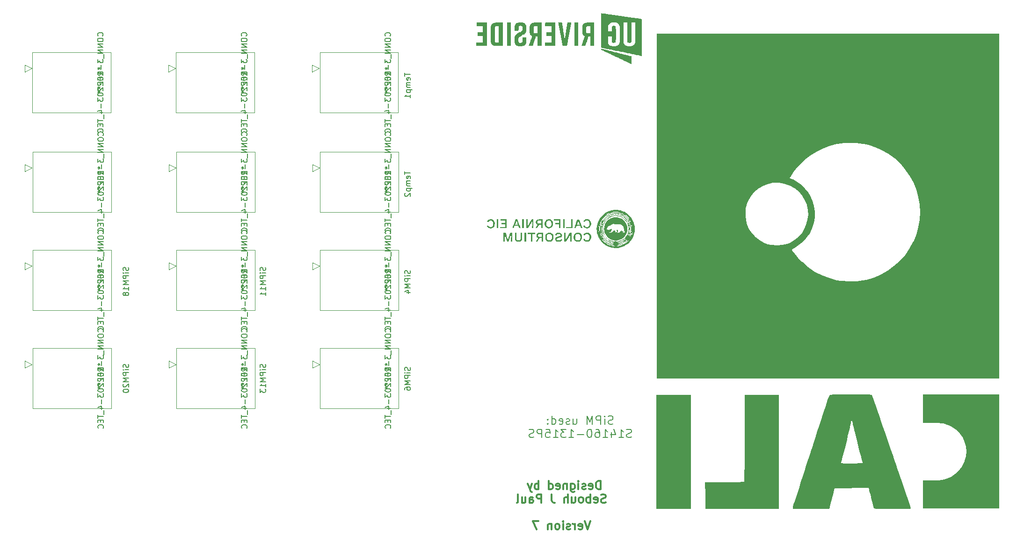
<source format=gbr>
%TF.GenerationSoftware,KiCad,Pcbnew,(6.0.8-1)-1*%
%TF.CreationDate,2023-04-06T11:00:11-04:00*%
%TF.ProjectId,Untitled,556e7469-746c-4656-942e-6b696361645f,rev?*%
%TF.SameCoordinates,Original*%
%TF.FileFunction,Legend,Bot*%
%TF.FilePolarity,Positive*%
%FSLAX46Y46*%
G04 Gerber Fmt 4.6, Leading zero omitted, Abs format (unit mm)*
G04 Created by KiCad (PCBNEW (6.0.8-1)-1) date 2023-04-06 11:00:11*
%MOMM*%
%LPD*%
G01*
G04 APERTURE LIST*
%ADD10C,0.150000*%
%ADD11C,0.300000*%
%ADD12C,0.120000*%
G04 APERTURE END LIST*
D10*
X12204761Y-81052380D02*
X12252380Y-81195238D01*
X12252380Y-81433333D01*
X12204761Y-81528571D01*
X12157142Y-81576190D01*
X12061904Y-81623809D01*
X11966666Y-81623809D01*
X11871428Y-81576190D01*
X11823809Y-81528571D01*
X11776190Y-81433333D01*
X11728571Y-81242857D01*
X11680952Y-81147619D01*
X11633333Y-81100000D01*
X11538095Y-81052380D01*
X11442857Y-81052380D01*
X11347619Y-81100000D01*
X11300000Y-81147619D01*
X11252380Y-81242857D01*
X11252380Y-81480952D01*
X11300000Y-81623809D01*
X12252380Y-82052380D02*
X11585714Y-82052380D01*
X11252380Y-82052380D02*
X11300000Y-82004761D01*
X11347619Y-82052380D01*
X11300000Y-82100000D01*
X11252380Y-82052380D01*
X11347619Y-82052380D01*
X12252380Y-82528571D02*
X11252380Y-82528571D01*
X11252380Y-82909523D01*
X11300000Y-83004761D01*
X11347619Y-83052380D01*
X11442857Y-83100000D01*
X11585714Y-83100000D01*
X11680952Y-83052380D01*
X11728571Y-83004761D01*
X11776190Y-82909523D01*
X11776190Y-82528571D01*
X12252380Y-83528571D02*
X11252380Y-83528571D01*
X11966666Y-83861904D01*
X11252380Y-84195238D01*
X12252380Y-84195238D01*
X12252380Y-85195238D02*
X12252380Y-84623809D01*
X12252380Y-84909523D02*
X11252380Y-84909523D01*
X11395238Y-84814285D01*
X11490476Y-84719047D01*
X11538095Y-84623809D01*
X11680952Y-85766666D02*
X11633333Y-85671428D01*
X11585714Y-85623809D01*
X11490476Y-85576190D01*
X11442857Y-85576190D01*
X11347619Y-85623809D01*
X11300000Y-85671428D01*
X11252380Y-85766666D01*
X11252380Y-85957142D01*
X11300000Y-86052380D01*
X11347619Y-86100000D01*
X11442857Y-86147619D01*
X11490476Y-86147619D01*
X11585714Y-86100000D01*
X11633333Y-86052380D01*
X11680952Y-85957142D01*
X11680952Y-85766666D01*
X11728571Y-85671428D01*
X11776190Y-85623809D01*
X11871428Y-85576190D01*
X12061904Y-85576190D01*
X12157142Y-85623809D01*
X12204761Y-85671428D01*
X12252380Y-85766666D01*
X12252380Y-85957142D01*
X12204761Y-86052380D01*
X12157142Y-86100000D01*
X12061904Y-86147619D01*
X11871428Y-86147619D01*
X11776190Y-86100000D01*
X11728571Y-86052380D01*
X11680952Y-85957142D01*
X12204761Y-98609522D02*
X12252380Y-98752380D01*
X12252380Y-98990475D01*
X12204761Y-99085713D01*
X12157142Y-99133332D01*
X12061904Y-99180951D01*
X11966666Y-99180951D01*
X11871428Y-99133332D01*
X11823809Y-99085713D01*
X11776190Y-98990475D01*
X11728571Y-98799999D01*
X11680952Y-98704761D01*
X11633333Y-98657142D01*
X11538095Y-98609522D01*
X11442857Y-98609522D01*
X11347619Y-98657142D01*
X11300000Y-98704761D01*
X11252380Y-98799999D01*
X11252380Y-99038094D01*
X11300000Y-99180951D01*
X12252380Y-99609522D02*
X11585714Y-99609522D01*
X11252380Y-99609522D02*
X11300000Y-99561903D01*
X11347619Y-99609522D01*
X11300000Y-99657142D01*
X11252380Y-99609522D01*
X11347619Y-99609522D01*
X12252380Y-100085713D02*
X11252380Y-100085713D01*
X11252380Y-100466665D01*
X11300000Y-100561903D01*
X11347619Y-100609522D01*
X11442857Y-100657142D01*
X11585714Y-100657142D01*
X11680952Y-100609522D01*
X11728571Y-100561903D01*
X11776190Y-100466665D01*
X11776190Y-100085713D01*
X12252380Y-101085713D02*
X11252380Y-101085713D01*
X11966666Y-101419046D01*
X11252380Y-101752380D01*
X12252380Y-101752380D01*
X11347619Y-102180951D02*
X11300000Y-102228570D01*
X11252380Y-102323808D01*
X11252380Y-102561903D01*
X11300000Y-102657142D01*
X11347619Y-102704761D01*
X11442857Y-102752380D01*
X11538095Y-102752380D01*
X11680952Y-102704761D01*
X12252380Y-102133332D01*
X12252380Y-102752380D01*
X11252380Y-103371427D02*
X11252380Y-103466665D01*
X11300000Y-103561903D01*
X11347619Y-103609522D01*
X11442857Y-103657142D01*
X11633333Y-103704761D01*
X11871428Y-103704761D01*
X12061904Y-103657142D01*
X12157142Y-103609522D01*
X12204761Y-103561903D01*
X12252380Y-103466665D01*
X12252380Y-103371427D01*
X12204761Y-103276189D01*
X12157142Y-103228570D01*
X12061904Y-103180951D01*
X11871428Y-103133332D01*
X11633333Y-103133332D01*
X11442857Y-103180951D01*
X11347619Y-103228570D01*
X11300000Y-103276189D01*
X11252380Y-103371427D01*
X37004761Y-81052380D02*
X37052380Y-81195238D01*
X37052380Y-81433333D01*
X37004761Y-81528571D01*
X36957142Y-81576190D01*
X36861904Y-81623809D01*
X36766666Y-81623809D01*
X36671428Y-81576190D01*
X36623809Y-81528571D01*
X36576190Y-81433333D01*
X36528571Y-81242857D01*
X36480952Y-81147619D01*
X36433333Y-81100000D01*
X36338095Y-81052380D01*
X36242857Y-81052380D01*
X36147619Y-81100000D01*
X36100000Y-81147619D01*
X36052380Y-81242857D01*
X36052380Y-81480952D01*
X36100000Y-81623809D01*
X37052380Y-82052380D02*
X36385714Y-82052380D01*
X36052380Y-82052380D02*
X36100000Y-82004761D01*
X36147619Y-82052380D01*
X36100000Y-82100000D01*
X36052380Y-82052380D01*
X36147619Y-82052380D01*
X37052380Y-82528571D02*
X36052380Y-82528571D01*
X36052380Y-82909523D01*
X36100000Y-83004761D01*
X36147619Y-83052380D01*
X36242857Y-83100000D01*
X36385714Y-83100000D01*
X36480952Y-83052380D01*
X36528571Y-83004761D01*
X36576190Y-82909523D01*
X36576190Y-82528571D01*
X37052380Y-83528571D02*
X36052380Y-83528571D01*
X36766666Y-83861904D01*
X36052380Y-84195238D01*
X37052380Y-84195238D01*
X37052380Y-85195238D02*
X37052380Y-84623809D01*
X37052380Y-84909523D02*
X36052380Y-84909523D01*
X36195238Y-84814285D01*
X36290476Y-84719047D01*
X36338095Y-84623809D01*
X37052380Y-86147619D02*
X37052380Y-85576190D01*
X37052380Y-85861904D02*
X36052380Y-85861904D01*
X36195238Y-85766666D01*
X36290476Y-85671428D01*
X36338095Y-85576190D01*
X37004761Y-98609522D02*
X37052380Y-98752380D01*
X37052380Y-98990475D01*
X37004761Y-99085713D01*
X36957142Y-99133332D01*
X36861904Y-99180951D01*
X36766666Y-99180951D01*
X36671428Y-99133332D01*
X36623809Y-99085713D01*
X36576190Y-98990475D01*
X36528571Y-98799999D01*
X36480952Y-98704761D01*
X36433333Y-98657142D01*
X36338095Y-98609522D01*
X36242857Y-98609522D01*
X36147619Y-98657142D01*
X36100000Y-98704761D01*
X36052380Y-98799999D01*
X36052380Y-99038094D01*
X36100000Y-99180951D01*
X37052380Y-99609522D02*
X36385714Y-99609522D01*
X36052380Y-99609522D02*
X36100000Y-99561903D01*
X36147619Y-99609522D01*
X36100000Y-99657142D01*
X36052380Y-99609522D01*
X36147619Y-99609522D01*
X37052380Y-100085713D02*
X36052380Y-100085713D01*
X36052380Y-100466665D01*
X36100000Y-100561903D01*
X36147619Y-100609522D01*
X36242857Y-100657142D01*
X36385714Y-100657142D01*
X36480952Y-100609522D01*
X36528571Y-100561903D01*
X36576190Y-100466665D01*
X36576190Y-100085713D01*
X37052380Y-101085713D02*
X36052380Y-101085713D01*
X36766666Y-101419046D01*
X36052380Y-101752380D01*
X37052380Y-101752380D01*
X37052380Y-102752380D02*
X37052380Y-102180951D01*
X37052380Y-102466665D02*
X36052380Y-102466665D01*
X36195238Y-102371427D01*
X36290476Y-102276189D01*
X36338095Y-102180951D01*
X36052380Y-103085713D02*
X36052380Y-103704761D01*
X36433333Y-103371427D01*
X36433333Y-103514284D01*
X36480952Y-103609522D01*
X36528571Y-103657142D01*
X36623809Y-103704761D01*
X36861904Y-103704761D01*
X36957142Y-103657142D01*
X37004761Y-103609522D01*
X37052380Y-103514284D01*
X37052380Y-103228570D01*
X37004761Y-103133332D01*
X36957142Y-103085713D01*
X63204761Y-99149996D02*
X63252380Y-99292853D01*
X63252380Y-99530948D01*
X63204761Y-99626186D01*
X63157142Y-99673805D01*
X63061904Y-99721425D01*
X62966666Y-99721425D01*
X62871428Y-99673805D01*
X62823809Y-99626186D01*
X62776190Y-99530948D01*
X62728571Y-99340472D01*
X62680952Y-99245234D01*
X62633333Y-99197615D01*
X62538095Y-99149996D01*
X62442857Y-99149996D01*
X62347619Y-99197615D01*
X62300000Y-99245234D01*
X62252380Y-99340472D01*
X62252380Y-99578567D01*
X62300000Y-99721425D01*
X63252380Y-100149996D02*
X62585714Y-100149996D01*
X62252380Y-100149996D02*
X62300000Y-100102377D01*
X62347619Y-100149996D01*
X62300000Y-100197615D01*
X62252380Y-100149996D01*
X62347619Y-100149996D01*
X63252380Y-100626186D02*
X62252380Y-100626186D01*
X62252380Y-101007139D01*
X62300000Y-101102377D01*
X62347619Y-101149996D01*
X62442857Y-101197615D01*
X62585714Y-101197615D01*
X62680952Y-101149996D01*
X62728571Y-101102377D01*
X62776190Y-101007139D01*
X62776190Y-100626186D01*
X63252380Y-101626186D02*
X62252380Y-101626186D01*
X62966666Y-101959520D01*
X62252380Y-102292853D01*
X63252380Y-102292853D01*
X62252380Y-103197615D02*
X62252380Y-103007139D01*
X62300000Y-102911901D01*
X62347619Y-102864282D01*
X62490476Y-102769044D01*
X62680952Y-102721425D01*
X63061904Y-102721425D01*
X63157142Y-102769044D01*
X63204761Y-102816663D01*
X63252380Y-102911901D01*
X63252380Y-103102377D01*
X63204761Y-103197615D01*
X63157142Y-103245234D01*
X63061904Y-103292853D01*
X62823809Y-103292853D01*
X62728571Y-103245234D01*
X62680952Y-103197615D01*
X62633333Y-103102377D01*
X62633333Y-102911901D01*
X62680952Y-102816663D01*
X62728571Y-102769044D01*
X62823809Y-102721425D01*
X62252380Y-45811904D02*
X62252380Y-46383332D01*
X63252380Y-46097618D02*
X62252380Y-46097618D01*
X63204761Y-47097618D02*
X63252380Y-47002380D01*
X63252380Y-46811904D01*
X63204761Y-46716666D01*
X63109523Y-46669047D01*
X62728571Y-46669047D01*
X62633333Y-46716666D01*
X62585714Y-46811904D01*
X62585714Y-47002380D01*
X62633333Y-47097618D01*
X62728571Y-47145237D01*
X62823809Y-47145237D01*
X62919047Y-46669047D01*
X63252380Y-47573808D02*
X62585714Y-47573808D01*
X62680952Y-47573808D02*
X62633333Y-47621428D01*
X62585714Y-47716666D01*
X62585714Y-47859523D01*
X62633333Y-47954761D01*
X62728571Y-48002380D01*
X63252380Y-48002380D01*
X62728571Y-48002380D02*
X62633333Y-48049999D01*
X62585714Y-48145237D01*
X62585714Y-48288094D01*
X62633333Y-48383332D01*
X62728571Y-48430951D01*
X63252380Y-48430951D01*
X62585714Y-48907142D02*
X63585714Y-48907142D01*
X62633333Y-48907142D02*
X62585714Y-49002380D01*
X62585714Y-49192856D01*
X62633333Y-49288094D01*
X62680952Y-49335713D01*
X62776190Y-49383332D01*
X63061904Y-49383332D01*
X63157142Y-49335713D01*
X63204761Y-49288094D01*
X63252380Y-49192856D01*
X63252380Y-49002380D01*
X63204761Y-48907142D01*
X63252380Y-50335713D02*
X63252380Y-49764285D01*
X63252380Y-50049999D02*
X62252380Y-50049999D01*
X62395238Y-49954761D01*
X62490476Y-49859523D01*
X62538095Y-49764285D01*
X99928571Y-109399642D02*
X99714285Y-109471071D01*
X99357142Y-109471071D01*
X99214285Y-109399642D01*
X99142857Y-109328214D01*
X99071428Y-109185357D01*
X99071428Y-109042500D01*
X99142857Y-108899642D01*
X99214285Y-108828214D01*
X99357142Y-108756785D01*
X99642857Y-108685357D01*
X99785714Y-108613928D01*
X99857142Y-108542500D01*
X99928571Y-108399642D01*
X99928571Y-108256785D01*
X99857142Y-108113928D01*
X99785714Y-108042500D01*
X99642857Y-107971071D01*
X99285714Y-107971071D01*
X99071428Y-108042500D01*
X98428571Y-109471071D02*
X98428571Y-108471071D01*
X98428571Y-107971071D02*
X98500000Y-108042500D01*
X98428571Y-108113928D01*
X98357142Y-108042500D01*
X98428571Y-107971071D01*
X98428571Y-108113928D01*
X97714285Y-109471071D02*
X97714285Y-107971071D01*
X97142857Y-107971071D01*
X97000000Y-108042500D01*
X96928571Y-108113928D01*
X96857142Y-108256785D01*
X96857142Y-108471071D01*
X96928571Y-108613928D01*
X97000000Y-108685357D01*
X97142857Y-108756785D01*
X97714285Y-108756785D01*
X96214285Y-109471071D02*
X96214285Y-107971071D01*
X95714285Y-109042500D01*
X95214285Y-107971071D01*
X95214285Y-109471071D01*
X92714285Y-108471071D02*
X92714285Y-109471071D01*
X93357142Y-108471071D02*
X93357142Y-109256785D01*
X93285714Y-109399642D01*
X93142857Y-109471071D01*
X92928571Y-109471071D01*
X92785714Y-109399642D01*
X92714285Y-109328214D01*
X92071428Y-109399642D02*
X91928571Y-109471071D01*
X91642857Y-109471071D01*
X91500000Y-109399642D01*
X91428571Y-109256785D01*
X91428571Y-109185357D01*
X91500000Y-109042500D01*
X91642857Y-108971071D01*
X91857142Y-108971071D01*
X92000000Y-108899642D01*
X92071428Y-108756785D01*
X92071428Y-108685357D01*
X92000000Y-108542500D01*
X91857142Y-108471071D01*
X91642857Y-108471071D01*
X91500000Y-108542500D01*
X90214285Y-109399642D02*
X90357142Y-109471071D01*
X90642857Y-109471071D01*
X90785714Y-109399642D01*
X90857142Y-109256785D01*
X90857142Y-108685357D01*
X90785714Y-108542500D01*
X90642857Y-108471071D01*
X90357142Y-108471071D01*
X90214285Y-108542500D01*
X90142857Y-108685357D01*
X90142857Y-108828214D01*
X90857142Y-108971071D01*
X88857142Y-109471071D02*
X88857142Y-107971071D01*
X88857142Y-109399642D02*
X89000000Y-109471071D01*
X89285714Y-109471071D01*
X89428571Y-109399642D01*
X89500000Y-109328214D01*
X89571428Y-109185357D01*
X89571428Y-108756785D01*
X89500000Y-108613928D01*
X89428571Y-108542500D01*
X89285714Y-108471071D01*
X89000000Y-108471071D01*
X88857142Y-108542500D01*
X88142857Y-109328214D02*
X88071428Y-109399642D01*
X88142857Y-109471071D01*
X88214285Y-109399642D01*
X88142857Y-109328214D01*
X88142857Y-109471071D01*
X88142857Y-108542500D02*
X88071428Y-108613928D01*
X88142857Y-108685357D01*
X88214285Y-108613928D01*
X88142857Y-108542500D01*
X88142857Y-108685357D01*
X103250000Y-111814642D02*
X103035714Y-111886071D01*
X102678571Y-111886071D01*
X102535714Y-111814642D01*
X102464285Y-111743214D01*
X102392857Y-111600357D01*
X102392857Y-111457500D01*
X102464285Y-111314642D01*
X102535714Y-111243214D01*
X102678571Y-111171785D01*
X102964285Y-111100357D01*
X103107142Y-111028928D01*
X103178571Y-110957500D01*
X103250000Y-110814642D01*
X103250000Y-110671785D01*
X103178571Y-110528928D01*
X103107142Y-110457500D01*
X102964285Y-110386071D01*
X102607142Y-110386071D01*
X102392857Y-110457500D01*
X100964285Y-111886071D02*
X101821428Y-111886071D01*
X101392857Y-111886071D02*
X101392857Y-110386071D01*
X101535714Y-110600357D01*
X101678571Y-110743214D01*
X101821428Y-110814642D01*
X99678571Y-110886071D02*
X99678571Y-111886071D01*
X100035714Y-110314642D02*
X100392857Y-111386071D01*
X99464285Y-111386071D01*
X98107142Y-111886071D02*
X98964285Y-111886071D01*
X98535714Y-111886071D02*
X98535714Y-110386071D01*
X98678571Y-110600357D01*
X98821428Y-110743214D01*
X98964285Y-110814642D01*
X96821428Y-110386071D02*
X97107142Y-110386071D01*
X97250000Y-110457500D01*
X97321428Y-110528928D01*
X97464285Y-110743214D01*
X97535714Y-111028928D01*
X97535714Y-111600357D01*
X97464285Y-111743214D01*
X97392857Y-111814642D01*
X97250000Y-111886071D01*
X96964285Y-111886071D01*
X96821428Y-111814642D01*
X96750000Y-111743214D01*
X96678571Y-111600357D01*
X96678571Y-111243214D01*
X96750000Y-111100357D01*
X96821428Y-111028928D01*
X96964285Y-110957500D01*
X97250000Y-110957500D01*
X97392857Y-111028928D01*
X97464285Y-111100357D01*
X97535714Y-111243214D01*
X95750000Y-110386071D02*
X95607142Y-110386071D01*
X95464285Y-110457500D01*
X95392857Y-110528928D01*
X95321428Y-110671785D01*
X95250000Y-110957500D01*
X95250000Y-111314642D01*
X95321428Y-111600357D01*
X95392857Y-111743214D01*
X95464285Y-111814642D01*
X95607142Y-111886071D01*
X95750000Y-111886071D01*
X95892857Y-111814642D01*
X95964285Y-111743214D01*
X96035714Y-111600357D01*
X96107142Y-111314642D01*
X96107142Y-110957500D01*
X96035714Y-110671785D01*
X95964285Y-110528928D01*
X95892857Y-110457500D01*
X95750000Y-110386071D01*
X94607142Y-111314642D02*
X93464285Y-111314642D01*
X91964285Y-111886071D02*
X92821428Y-111886071D01*
X92392857Y-111886071D02*
X92392857Y-110386071D01*
X92535714Y-110600357D01*
X92678571Y-110743214D01*
X92821428Y-110814642D01*
X91464285Y-110386071D02*
X90535714Y-110386071D01*
X91035714Y-110957500D01*
X90821428Y-110957500D01*
X90678571Y-111028928D01*
X90607142Y-111100357D01*
X90535714Y-111243214D01*
X90535714Y-111600357D01*
X90607142Y-111743214D01*
X90678571Y-111814642D01*
X90821428Y-111886071D01*
X91250000Y-111886071D01*
X91392857Y-111814642D01*
X91464285Y-111743214D01*
X89107142Y-111886071D02*
X89964285Y-111886071D01*
X89535714Y-111886071D02*
X89535714Y-110386071D01*
X89678571Y-110600357D01*
X89821428Y-110743214D01*
X89964285Y-110814642D01*
X87750000Y-110386071D02*
X88464285Y-110386071D01*
X88535714Y-111100357D01*
X88464285Y-111028928D01*
X88321428Y-110957500D01*
X87964285Y-110957500D01*
X87821428Y-111028928D01*
X87750000Y-111100357D01*
X87678571Y-111243214D01*
X87678571Y-111600357D01*
X87750000Y-111743214D01*
X87821428Y-111814642D01*
X87964285Y-111886071D01*
X88321428Y-111886071D01*
X88464285Y-111814642D01*
X88535714Y-111743214D01*
X87035714Y-111886071D02*
X87035714Y-110386071D01*
X86464285Y-110386071D01*
X86321428Y-110457500D01*
X86250000Y-110528928D01*
X86178571Y-110671785D01*
X86178571Y-110886071D01*
X86250000Y-111028928D01*
X86321428Y-111100357D01*
X86464285Y-111171785D01*
X87035714Y-111171785D01*
X85607142Y-111814642D02*
X85392857Y-111886071D01*
X85035714Y-111886071D01*
X84892857Y-111814642D01*
X84821428Y-111743214D01*
X84750000Y-111600357D01*
X84750000Y-111457500D01*
X84821428Y-111314642D01*
X84892857Y-111243214D01*
X85035714Y-111171785D01*
X85321428Y-111100357D01*
X85464285Y-111028928D01*
X85535714Y-110957500D01*
X85607142Y-110814642D01*
X85607142Y-110671785D01*
X85535714Y-110528928D01*
X85464285Y-110457500D01*
X85321428Y-110386071D01*
X84964285Y-110386071D01*
X84750000Y-110457500D01*
D11*
X97671428Y-121256071D02*
X97671428Y-119756071D01*
X97314285Y-119756071D01*
X97100000Y-119827500D01*
X96957142Y-119970357D01*
X96885714Y-120113214D01*
X96814285Y-120398928D01*
X96814285Y-120613214D01*
X96885714Y-120898928D01*
X96957142Y-121041785D01*
X97100000Y-121184642D01*
X97314285Y-121256071D01*
X97671428Y-121256071D01*
X95600000Y-121184642D02*
X95742857Y-121256071D01*
X96028571Y-121256071D01*
X96171428Y-121184642D01*
X96242857Y-121041785D01*
X96242857Y-120470357D01*
X96171428Y-120327500D01*
X96028571Y-120256071D01*
X95742857Y-120256071D01*
X95600000Y-120327500D01*
X95528571Y-120470357D01*
X95528571Y-120613214D01*
X96242857Y-120756071D01*
X94957142Y-121184642D02*
X94814285Y-121256071D01*
X94528571Y-121256071D01*
X94385714Y-121184642D01*
X94314285Y-121041785D01*
X94314285Y-120970357D01*
X94385714Y-120827500D01*
X94528571Y-120756071D01*
X94742857Y-120756071D01*
X94885714Y-120684642D01*
X94957142Y-120541785D01*
X94957142Y-120470357D01*
X94885714Y-120327500D01*
X94742857Y-120256071D01*
X94528571Y-120256071D01*
X94385714Y-120327500D01*
X93671428Y-121256071D02*
X93671428Y-120256071D01*
X93671428Y-119756071D02*
X93742857Y-119827500D01*
X93671428Y-119898928D01*
X93600000Y-119827500D01*
X93671428Y-119756071D01*
X93671428Y-119898928D01*
X92314285Y-120256071D02*
X92314285Y-121470357D01*
X92385714Y-121613214D01*
X92457142Y-121684642D01*
X92600000Y-121756071D01*
X92814285Y-121756071D01*
X92957142Y-121684642D01*
X92314285Y-121184642D02*
X92457142Y-121256071D01*
X92742857Y-121256071D01*
X92885714Y-121184642D01*
X92957142Y-121113214D01*
X93028571Y-120970357D01*
X93028571Y-120541785D01*
X92957142Y-120398928D01*
X92885714Y-120327500D01*
X92742857Y-120256071D01*
X92457142Y-120256071D01*
X92314285Y-120327500D01*
X91600000Y-120256071D02*
X91600000Y-121256071D01*
X91600000Y-120398928D02*
X91528571Y-120327500D01*
X91385714Y-120256071D01*
X91171428Y-120256071D01*
X91028571Y-120327500D01*
X90957142Y-120470357D01*
X90957142Y-121256071D01*
X89671428Y-121184642D02*
X89814285Y-121256071D01*
X90100000Y-121256071D01*
X90242857Y-121184642D01*
X90314285Y-121041785D01*
X90314285Y-120470357D01*
X90242857Y-120327500D01*
X90100000Y-120256071D01*
X89814285Y-120256071D01*
X89671428Y-120327500D01*
X89600000Y-120470357D01*
X89600000Y-120613214D01*
X90314285Y-120756071D01*
X88314285Y-121256071D02*
X88314285Y-119756071D01*
X88314285Y-121184642D02*
X88457142Y-121256071D01*
X88742857Y-121256071D01*
X88885714Y-121184642D01*
X88957142Y-121113214D01*
X89028571Y-120970357D01*
X89028571Y-120541785D01*
X88957142Y-120398928D01*
X88885714Y-120327500D01*
X88742857Y-120256071D01*
X88457142Y-120256071D01*
X88314285Y-120327500D01*
X86457142Y-121256071D02*
X86457142Y-119756071D01*
X86457142Y-120327500D02*
X86314285Y-120256071D01*
X86028571Y-120256071D01*
X85885714Y-120327500D01*
X85814285Y-120398928D01*
X85742857Y-120541785D01*
X85742857Y-120970357D01*
X85814285Y-121113214D01*
X85885714Y-121184642D01*
X86028571Y-121256071D01*
X86314285Y-121256071D01*
X86457142Y-121184642D01*
X85242857Y-120256071D02*
X84885714Y-121256071D01*
X84528571Y-120256071D02*
X84885714Y-121256071D01*
X85028571Y-121613214D01*
X85100000Y-121684642D01*
X85242857Y-121756071D01*
X98600000Y-123599642D02*
X98385714Y-123671071D01*
X98028571Y-123671071D01*
X97885714Y-123599642D01*
X97814285Y-123528214D01*
X97742857Y-123385357D01*
X97742857Y-123242500D01*
X97814285Y-123099642D01*
X97885714Y-123028214D01*
X98028571Y-122956785D01*
X98314285Y-122885357D01*
X98457142Y-122813928D01*
X98528571Y-122742500D01*
X98600000Y-122599642D01*
X98600000Y-122456785D01*
X98528571Y-122313928D01*
X98457142Y-122242500D01*
X98314285Y-122171071D01*
X97957142Y-122171071D01*
X97742857Y-122242500D01*
X96528571Y-123599642D02*
X96671428Y-123671071D01*
X96957142Y-123671071D01*
X97100000Y-123599642D01*
X97171428Y-123456785D01*
X97171428Y-122885357D01*
X97100000Y-122742500D01*
X96957142Y-122671071D01*
X96671428Y-122671071D01*
X96528571Y-122742500D01*
X96457142Y-122885357D01*
X96457142Y-123028214D01*
X97171428Y-123171071D01*
X95814285Y-123671071D02*
X95814285Y-122171071D01*
X95814285Y-122742500D02*
X95671428Y-122671071D01*
X95385714Y-122671071D01*
X95242857Y-122742500D01*
X95171428Y-122813928D01*
X95100000Y-122956785D01*
X95100000Y-123385357D01*
X95171428Y-123528214D01*
X95242857Y-123599642D01*
X95385714Y-123671071D01*
X95671428Y-123671071D01*
X95814285Y-123599642D01*
X94242857Y-123671071D02*
X94385714Y-123599642D01*
X94457142Y-123528214D01*
X94528571Y-123385357D01*
X94528571Y-122956785D01*
X94457142Y-122813928D01*
X94385714Y-122742500D01*
X94242857Y-122671071D01*
X94028571Y-122671071D01*
X93885714Y-122742500D01*
X93814285Y-122813928D01*
X93742857Y-122956785D01*
X93742857Y-123385357D01*
X93814285Y-123528214D01*
X93885714Y-123599642D01*
X94028571Y-123671071D01*
X94242857Y-123671071D01*
X92457142Y-122671071D02*
X92457142Y-123671071D01*
X93100000Y-122671071D02*
X93100000Y-123456785D01*
X93028571Y-123599642D01*
X92885714Y-123671071D01*
X92671428Y-123671071D01*
X92528571Y-123599642D01*
X92457142Y-123528214D01*
X91742857Y-123671071D02*
X91742857Y-122171071D01*
X91100000Y-123671071D02*
X91100000Y-122885357D01*
X91171428Y-122742500D01*
X91314285Y-122671071D01*
X91528571Y-122671071D01*
X91671428Y-122742500D01*
X91742857Y-122813928D01*
X88814285Y-122171071D02*
X88814285Y-123242500D01*
X88885714Y-123456785D01*
X89028571Y-123599642D01*
X89242857Y-123671071D01*
X89385714Y-123671071D01*
X86957142Y-123671071D02*
X86957142Y-122171071D01*
X86385714Y-122171071D01*
X86242857Y-122242500D01*
X86171428Y-122313928D01*
X86100000Y-122456785D01*
X86100000Y-122671071D01*
X86171428Y-122813928D01*
X86242857Y-122885357D01*
X86385714Y-122956785D01*
X86957142Y-122956785D01*
X84814285Y-123671071D02*
X84814285Y-122885357D01*
X84885714Y-122742500D01*
X85028571Y-122671071D01*
X85314285Y-122671071D01*
X85457142Y-122742500D01*
X84814285Y-123599642D02*
X84957142Y-123671071D01*
X85314285Y-123671071D01*
X85457142Y-123599642D01*
X85528571Y-123456785D01*
X85528571Y-123313928D01*
X85457142Y-123171071D01*
X85314285Y-123099642D01*
X84957142Y-123099642D01*
X84814285Y-123028214D01*
X83457142Y-122671071D02*
X83457142Y-123671071D01*
X84100000Y-122671071D02*
X84100000Y-123456785D01*
X84028571Y-123599642D01*
X83885714Y-123671071D01*
X83671428Y-123671071D01*
X83528571Y-123599642D01*
X83457142Y-123528214D01*
X82528571Y-123671071D02*
X82671428Y-123599642D01*
X82742857Y-123456785D01*
X82742857Y-122171071D01*
X95814285Y-127001071D02*
X95314285Y-128501071D01*
X94814285Y-127001071D01*
X93742857Y-128429642D02*
X93885714Y-128501071D01*
X94171428Y-128501071D01*
X94314285Y-128429642D01*
X94385714Y-128286785D01*
X94385714Y-127715357D01*
X94314285Y-127572500D01*
X94171428Y-127501071D01*
X93885714Y-127501071D01*
X93742857Y-127572500D01*
X93671428Y-127715357D01*
X93671428Y-127858214D01*
X94385714Y-128001071D01*
X93028571Y-128501071D02*
X93028571Y-127501071D01*
X93028571Y-127786785D02*
X92957142Y-127643928D01*
X92885714Y-127572500D01*
X92742857Y-127501071D01*
X92600000Y-127501071D01*
X92171428Y-128429642D02*
X92028571Y-128501071D01*
X91742857Y-128501071D01*
X91600000Y-128429642D01*
X91528571Y-128286785D01*
X91528571Y-128215357D01*
X91600000Y-128072500D01*
X91742857Y-128001071D01*
X91957142Y-128001071D01*
X92100000Y-127929642D01*
X92171428Y-127786785D01*
X92171428Y-127715357D01*
X92100000Y-127572500D01*
X91957142Y-127501071D01*
X91742857Y-127501071D01*
X91600000Y-127572500D01*
X90885714Y-128501071D02*
X90885714Y-127501071D01*
X90885714Y-127001071D02*
X90957142Y-127072500D01*
X90885714Y-127143928D01*
X90814285Y-127072500D01*
X90885714Y-127001071D01*
X90885714Y-127143928D01*
X89957142Y-128501071D02*
X90100000Y-128429642D01*
X90171428Y-128358214D01*
X90242857Y-128215357D01*
X90242857Y-127786785D01*
X90171428Y-127643928D01*
X90100000Y-127572500D01*
X89957142Y-127501071D01*
X89742857Y-127501071D01*
X89600000Y-127572500D01*
X89528571Y-127643928D01*
X89457142Y-127786785D01*
X89457142Y-128215357D01*
X89528571Y-128358214D01*
X89600000Y-128429642D01*
X89742857Y-128501071D01*
X89957142Y-128501071D01*
X88814285Y-127501071D02*
X88814285Y-128501071D01*
X88814285Y-127643928D02*
X88742857Y-127572500D01*
X88600000Y-127501071D01*
X88385714Y-127501071D01*
X88242857Y-127572500D01*
X88171428Y-127715357D01*
X88171428Y-128501071D01*
X86457142Y-127001071D02*
X85457142Y-127001071D01*
X86100000Y-128501071D01*
D10*
X63204761Y-81592854D02*
X63252380Y-81735711D01*
X63252380Y-81973806D01*
X63204761Y-82069044D01*
X63157142Y-82116663D01*
X63061904Y-82164283D01*
X62966666Y-82164283D01*
X62871428Y-82116663D01*
X62823809Y-82069044D01*
X62776190Y-81973806D01*
X62728571Y-81783330D01*
X62680952Y-81688092D01*
X62633333Y-81640473D01*
X62538095Y-81592854D01*
X62442857Y-81592854D01*
X62347619Y-81640473D01*
X62300000Y-81688092D01*
X62252380Y-81783330D01*
X62252380Y-82021425D01*
X62300000Y-82164283D01*
X63252380Y-82592854D02*
X62585714Y-82592854D01*
X62252380Y-82592854D02*
X62300000Y-82545235D01*
X62347619Y-82592854D01*
X62300000Y-82640473D01*
X62252380Y-82592854D01*
X62347619Y-82592854D01*
X63252380Y-83069044D02*
X62252380Y-83069044D01*
X62252380Y-83449997D01*
X62300000Y-83545235D01*
X62347619Y-83592854D01*
X62442857Y-83640473D01*
X62585714Y-83640473D01*
X62680952Y-83592854D01*
X62728571Y-83545235D01*
X62776190Y-83449997D01*
X62776190Y-83069044D01*
X63252380Y-84069044D02*
X62252380Y-84069044D01*
X62966666Y-84402378D01*
X62252380Y-84735711D01*
X63252380Y-84735711D01*
X62585714Y-85640473D02*
X63252380Y-85640473D01*
X62204761Y-85402378D02*
X62919047Y-85164283D01*
X62919047Y-85783330D01*
X62252380Y-63654760D02*
X62252380Y-64226188D01*
X63252380Y-63940474D02*
X62252380Y-63940474D01*
X63204761Y-64940474D02*
X63252380Y-64845236D01*
X63252380Y-64654760D01*
X63204761Y-64559522D01*
X63109523Y-64511903D01*
X62728571Y-64511903D01*
X62633333Y-64559522D01*
X62585714Y-64654760D01*
X62585714Y-64845236D01*
X62633333Y-64940474D01*
X62728571Y-64988093D01*
X62823809Y-64988093D01*
X62919047Y-64511903D01*
X63252380Y-65416664D02*
X62585714Y-65416664D01*
X62680952Y-65416664D02*
X62633333Y-65464284D01*
X62585714Y-65559522D01*
X62585714Y-65702379D01*
X62633333Y-65797617D01*
X62728571Y-65845236D01*
X63252380Y-65845236D01*
X62728571Y-65845236D02*
X62633333Y-65892855D01*
X62585714Y-65988093D01*
X62585714Y-66130950D01*
X62633333Y-66226188D01*
X62728571Y-66273807D01*
X63252380Y-66273807D01*
X62585714Y-66749998D02*
X63585714Y-66749998D01*
X62633333Y-66749998D02*
X62585714Y-66845236D01*
X62585714Y-67035712D01*
X62633333Y-67130950D01*
X62680952Y-67178569D01*
X62776190Y-67226188D01*
X63061904Y-67226188D01*
X63157142Y-67178569D01*
X63204761Y-67130950D01*
X63252380Y-67035712D01*
X63252380Y-66845236D01*
X63204761Y-66749998D01*
X62347619Y-67607141D02*
X62300000Y-67654760D01*
X62252380Y-67749998D01*
X62252380Y-67988093D01*
X62300000Y-68083331D01*
X62347619Y-68130950D01*
X62442857Y-68178569D01*
X62538095Y-68178569D01*
X62680952Y-68130950D01*
X63252380Y-67559522D01*
X63252380Y-68178569D01*
%TO.C,REF\u002A\u002A*%
X7702480Y-99819166D02*
X7226290Y-99485833D01*
X7702480Y-99247738D02*
X6702480Y-99247738D01*
X6702480Y-99628690D01*
X6750100Y-99723928D01*
X6797719Y-99771547D01*
X6892957Y-99819166D01*
X7035814Y-99819166D01*
X7131052Y-99771547D01*
X7178671Y-99723928D01*
X7226290Y-99628690D01*
X7226290Y-99247738D01*
X7178671Y-100247738D02*
X7178671Y-100581071D01*
X7702480Y-100723928D02*
X7702480Y-100247738D01*
X6702480Y-100247738D01*
X6702480Y-100723928D01*
X7178671Y-101485833D02*
X7178671Y-101152500D01*
X7702480Y-101152500D02*
X6702480Y-101152500D01*
X6702480Y-101628690D01*
X6702480Y-102152500D02*
X6940576Y-102152500D01*
X6845338Y-101914404D02*
X6940576Y-102152500D01*
X6845338Y-102390595D01*
X7131052Y-102009642D02*
X6940576Y-102152500D01*
X7131052Y-102295357D01*
X6702480Y-102914404D02*
X6940576Y-102914404D01*
X6845338Y-102676309D02*
X6940576Y-102914404D01*
X6845338Y-103152500D01*
X7131052Y-102771547D02*
X6940576Y-102914404D01*
X7131052Y-103057261D01*
X7607242Y-92747738D02*
X7654861Y-92700119D01*
X7702480Y-92557261D01*
X7702480Y-92462023D01*
X7654861Y-92319166D01*
X7559623Y-92223928D01*
X7464385Y-92176309D01*
X7273909Y-92128690D01*
X7131052Y-92128690D01*
X6940576Y-92176309D01*
X6845338Y-92223928D01*
X6750100Y-92319166D01*
X6702480Y-92462023D01*
X6702480Y-92557261D01*
X6750100Y-92700119D01*
X6797719Y-92747738D01*
X6702480Y-93366785D02*
X6702480Y-93557261D01*
X6750100Y-93652500D01*
X6845338Y-93747738D01*
X7035814Y-93795357D01*
X7369147Y-93795357D01*
X7559623Y-93747738D01*
X7654861Y-93652500D01*
X7702480Y-93557261D01*
X7702480Y-93366785D01*
X7654861Y-93271547D01*
X7559623Y-93176309D01*
X7369147Y-93128690D01*
X7035814Y-93128690D01*
X6845338Y-93176309D01*
X6750100Y-93271547D01*
X6702480Y-93366785D01*
X7702480Y-94223928D02*
X6702480Y-94223928D01*
X7702480Y-94795357D01*
X6702480Y-94795357D01*
X7702480Y-95271547D02*
X6702480Y-95271547D01*
X7702480Y-95842976D01*
X6702480Y-95842976D01*
X7797719Y-96081071D02*
X7797719Y-96842976D01*
X6702480Y-96985833D02*
X6702480Y-97604880D01*
X7083433Y-97271547D01*
X7083433Y-97414404D01*
X7131052Y-97509642D01*
X7178671Y-97557261D01*
X7273909Y-97604880D01*
X7512004Y-97604880D01*
X7607242Y-97557261D01*
X7654861Y-97509642D01*
X7702480Y-97414404D01*
X7702480Y-97128690D01*
X7654861Y-97033452D01*
X7607242Y-96985833D01*
X7321528Y-98033452D02*
X7321528Y-98795357D01*
X7702480Y-99795357D02*
X7702480Y-99223928D01*
X7702480Y-99509642D02*
X6702480Y-99509642D01*
X6845338Y-99414404D01*
X6940576Y-99319166D01*
X6988195Y-99223928D01*
X6702480Y-100414404D02*
X6702480Y-100509642D01*
X6750100Y-100604880D01*
X6797719Y-100652500D01*
X6892957Y-100700119D01*
X7083433Y-100747738D01*
X7321528Y-100747738D01*
X7512004Y-100700119D01*
X7607242Y-100652500D01*
X7654861Y-100604880D01*
X7702480Y-100509642D01*
X7702480Y-100414404D01*
X7654861Y-100319166D01*
X7607242Y-100271547D01*
X7512004Y-100223928D01*
X7321528Y-100176309D01*
X7083433Y-100176309D01*
X6892957Y-100223928D01*
X6797719Y-100271547D01*
X6750100Y-100319166D01*
X6702480Y-100414404D01*
X6797719Y-101128690D02*
X6750100Y-101176309D01*
X6702480Y-101271547D01*
X6702480Y-101509642D01*
X6750100Y-101604880D01*
X6797719Y-101652500D01*
X6892957Y-101700119D01*
X6988195Y-101700119D01*
X7131052Y-101652500D01*
X7702480Y-101081071D01*
X7702480Y-101700119D01*
X6797719Y-102081071D02*
X6750100Y-102128690D01*
X6702480Y-102223928D01*
X6702480Y-102462023D01*
X6750100Y-102557261D01*
X6797719Y-102604880D01*
X6892957Y-102652500D01*
X6988195Y-102652500D01*
X7131052Y-102604880D01*
X7702480Y-102033452D01*
X7702480Y-102652500D01*
X6702480Y-103271547D02*
X6702480Y-103366785D01*
X6750100Y-103462023D01*
X6797719Y-103509642D01*
X6892957Y-103557261D01*
X7083433Y-103604880D01*
X7321528Y-103604880D01*
X7512004Y-103557261D01*
X7607242Y-103509642D01*
X7654861Y-103462023D01*
X7702480Y-103366785D01*
X7702480Y-103271547D01*
X7654861Y-103176309D01*
X7607242Y-103128690D01*
X7512004Y-103081071D01*
X7321528Y-103033452D01*
X7083433Y-103033452D01*
X6892957Y-103081071D01*
X6797719Y-103128690D01*
X6750100Y-103176309D01*
X6702480Y-103271547D01*
X6702480Y-103938214D02*
X6702480Y-104557261D01*
X7083433Y-104223928D01*
X7083433Y-104366785D01*
X7131052Y-104462023D01*
X7178671Y-104509642D01*
X7273909Y-104557261D01*
X7512004Y-104557261D01*
X7607242Y-104509642D01*
X7654861Y-104462023D01*
X7702480Y-104366785D01*
X7702480Y-104081071D01*
X7654861Y-103985833D01*
X7607242Y-103938214D01*
X7321528Y-104985833D02*
X7321528Y-105747738D01*
X7035814Y-106652500D02*
X7702480Y-106652500D01*
X6654861Y-106414404D02*
X7369147Y-106176309D01*
X7369147Y-106795357D01*
X7797719Y-106938214D02*
X7797719Y-107700119D01*
X6702480Y-107795357D02*
X6702480Y-108366785D01*
X7702480Y-108081071D02*
X6702480Y-108081071D01*
X7178671Y-108700119D02*
X7178671Y-109033452D01*
X7702480Y-109176309D02*
X7702480Y-108700119D01*
X6702480Y-108700119D01*
X6702480Y-109176309D01*
X7607242Y-110176309D02*
X7654861Y-110128690D01*
X7702480Y-109985833D01*
X7702480Y-109890595D01*
X7654861Y-109747738D01*
X7559623Y-109652500D01*
X7464385Y-109604880D01*
X7273909Y-109557261D01*
X7131052Y-109557261D01*
X6940576Y-109604880D01*
X6845338Y-109652500D01*
X6750099Y-109747738D01*
X6702480Y-109890595D01*
X6702480Y-109985833D01*
X6750099Y-110128690D01*
X6797719Y-110176309D01*
X6702480Y-98612500D02*
X6940576Y-98612500D01*
X6845338Y-98374404D02*
X6940576Y-98612500D01*
X6845338Y-98850595D01*
X7131052Y-98469642D02*
X6940576Y-98612500D01*
X7131052Y-98755357D01*
X7652380Y-46206666D02*
X7176190Y-45873333D01*
X7652380Y-45635238D02*
X6652380Y-45635238D01*
X6652380Y-46016190D01*
X6700000Y-46111428D01*
X6747619Y-46159047D01*
X6842857Y-46206666D01*
X6985714Y-46206666D01*
X7080952Y-46159047D01*
X7128571Y-46111428D01*
X7176190Y-46016190D01*
X7176190Y-45635238D01*
X7128571Y-46635238D02*
X7128571Y-46968571D01*
X7652380Y-47111428D02*
X7652380Y-46635238D01*
X6652380Y-46635238D01*
X6652380Y-47111428D01*
X7128571Y-47873333D02*
X7128571Y-47540000D01*
X7652380Y-47540000D02*
X6652380Y-47540000D01*
X6652380Y-48016190D01*
X6652380Y-48540000D02*
X6890476Y-48540000D01*
X6795238Y-48301904D02*
X6890476Y-48540000D01*
X6795238Y-48778095D01*
X7080952Y-48397142D02*
X6890476Y-48540000D01*
X7080952Y-48682857D01*
X6652380Y-49301904D02*
X6890476Y-49301904D01*
X6795238Y-49063809D02*
X6890476Y-49301904D01*
X6795238Y-49540000D01*
X7080952Y-49159047D02*
X6890476Y-49301904D01*
X7080952Y-49444761D01*
X7557142Y-39135238D02*
X7604761Y-39087619D01*
X7652380Y-38944761D01*
X7652380Y-38849523D01*
X7604761Y-38706666D01*
X7509523Y-38611428D01*
X7414285Y-38563809D01*
X7223809Y-38516190D01*
X7080952Y-38516190D01*
X6890476Y-38563809D01*
X6795238Y-38611428D01*
X6700000Y-38706666D01*
X6652380Y-38849523D01*
X6652380Y-38944761D01*
X6700000Y-39087619D01*
X6747619Y-39135238D01*
X6652380Y-39754285D02*
X6652380Y-39944761D01*
X6700000Y-40040000D01*
X6795238Y-40135238D01*
X6985714Y-40182857D01*
X7319047Y-40182857D01*
X7509523Y-40135238D01*
X7604761Y-40040000D01*
X7652380Y-39944761D01*
X7652380Y-39754285D01*
X7604761Y-39659047D01*
X7509523Y-39563809D01*
X7319047Y-39516190D01*
X6985714Y-39516190D01*
X6795238Y-39563809D01*
X6700000Y-39659047D01*
X6652380Y-39754285D01*
X7652380Y-40611428D02*
X6652380Y-40611428D01*
X7652380Y-41182857D01*
X6652380Y-41182857D01*
X7652380Y-41659047D02*
X6652380Y-41659047D01*
X7652380Y-42230476D01*
X6652380Y-42230476D01*
X7747619Y-42468571D02*
X7747619Y-43230476D01*
X6652380Y-43373333D02*
X6652380Y-43992380D01*
X7033333Y-43659047D01*
X7033333Y-43801904D01*
X7080952Y-43897142D01*
X7128571Y-43944761D01*
X7223809Y-43992380D01*
X7461904Y-43992380D01*
X7557142Y-43944761D01*
X7604761Y-43897142D01*
X7652380Y-43801904D01*
X7652380Y-43516190D01*
X7604761Y-43420952D01*
X7557142Y-43373333D01*
X7271428Y-44420952D02*
X7271428Y-45182857D01*
X7652380Y-46182857D02*
X7652380Y-45611428D01*
X7652380Y-45897142D02*
X6652380Y-45897142D01*
X6795238Y-45801904D01*
X6890476Y-45706666D01*
X6938095Y-45611428D01*
X6652380Y-46801904D02*
X6652380Y-46897142D01*
X6700000Y-46992380D01*
X6747619Y-47039999D01*
X6842857Y-47087619D01*
X7033333Y-47135238D01*
X7271428Y-47135238D01*
X7461904Y-47087619D01*
X7557142Y-47039999D01*
X7604761Y-46992380D01*
X7652380Y-46897142D01*
X7652380Y-46801904D01*
X7604761Y-46706666D01*
X7557142Y-46659047D01*
X7461904Y-46611428D01*
X7271428Y-46563809D01*
X7033333Y-46563809D01*
X6842857Y-46611428D01*
X6747619Y-46659047D01*
X6700000Y-46706666D01*
X6652380Y-46801904D01*
X6747619Y-47516190D02*
X6700000Y-47563809D01*
X6652380Y-47659047D01*
X6652380Y-47897142D01*
X6700000Y-47992380D01*
X6747619Y-48039999D01*
X6842857Y-48087619D01*
X6938095Y-48087619D01*
X7080952Y-48039999D01*
X7652380Y-47468571D01*
X7652380Y-48087619D01*
X6747619Y-48468571D02*
X6700000Y-48516190D01*
X6652380Y-48611428D01*
X6652380Y-48849523D01*
X6700000Y-48944761D01*
X6747619Y-48992380D01*
X6842857Y-49039999D01*
X6938095Y-49039999D01*
X7080952Y-48992380D01*
X7652380Y-48420952D01*
X7652380Y-49039999D01*
X6652380Y-49659047D02*
X6652380Y-49754285D01*
X6700000Y-49849523D01*
X6747619Y-49897142D01*
X6842857Y-49944761D01*
X7033333Y-49992380D01*
X7271428Y-49992380D01*
X7461904Y-49944761D01*
X7557142Y-49897142D01*
X7604761Y-49849523D01*
X7652380Y-49754285D01*
X7652380Y-49659047D01*
X7604761Y-49563809D01*
X7557142Y-49516190D01*
X7461904Y-49468571D01*
X7271428Y-49420952D01*
X7033333Y-49420952D01*
X6842857Y-49468571D01*
X6747619Y-49516190D01*
X6700000Y-49563809D01*
X6652380Y-49659047D01*
X6652380Y-50325714D02*
X6652380Y-50944761D01*
X7033333Y-50611428D01*
X7033333Y-50754285D01*
X7080952Y-50849523D01*
X7128571Y-50897142D01*
X7223809Y-50944761D01*
X7461904Y-50944761D01*
X7557142Y-50897142D01*
X7604761Y-50849523D01*
X7652380Y-50754285D01*
X7652380Y-50468571D01*
X7604761Y-50373333D01*
X7557142Y-50325714D01*
X7271428Y-51373333D02*
X7271428Y-52135238D01*
X6985714Y-53039999D02*
X7652380Y-53039999D01*
X6604761Y-52801904D02*
X7319047Y-52563809D01*
X7319047Y-53182857D01*
X7747619Y-53325714D02*
X7747619Y-54087619D01*
X6652380Y-54182857D02*
X6652380Y-54754285D01*
X7652380Y-54468571D02*
X6652380Y-54468571D01*
X7128571Y-55087619D02*
X7128571Y-55420952D01*
X7652380Y-55563809D02*
X7652380Y-55087619D01*
X6652380Y-55087619D01*
X6652380Y-55563809D01*
X7557142Y-56563809D02*
X7604761Y-56516190D01*
X7652380Y-56373333D01*
X7652380Y-56278095D01*
X7604761Y-56135238D01*
X7509523Y-56039999D01*
X7414285Y-55992380D01*
X7223809Y-55944761D01*
X7080952Y-55944761D01*
X6890476Y-55992380D01*
X6795238Y-56039999D01*
X6699999Y-56135238D01*
X6652380Y-56278095D01*
X6652380Y-56373333D01*
X6699999Y-56516190D01*
X6747619Y-56563809D01*
X6652380Y-45000000D02*
X6890476Y-45000000D01*
X6795238Y-44761904D02*
X6890476Y-45000000D01*
X6795238Y-45238095D01*
X7080952Y-44857142D02*
X6890476Y-45000000D01*
X7080952Y-45142857D01*
X7702480Y-64219166D02*
X7226290Y-63885833D01*
X7702480Y-63647738D02*
X6702480Y-63647738D01*
X6702480Y-64028690D01*
X6750100Y-64123928D01*
X6797719Y-64171547D01*
X6892957Y-64219166D01*
X7035814Y-64219166D01*
X7131052Y-64171547D01*
X7178671Y-64123928D01*
X7226290Y-64028690D01*
X7226290Y-63647738D01*
X7178671Y-64647738D02*
X7178671Y-64981071D01*
X7702480Y-65123928D02*
X7702480Y-64647738D01*
X6702480Y-64647738D01*
X6702480Y-65123928D01*
X7178671Y-65885833D02*
X7178671Y-65552500D01*
X7702480Y-65552500D02*
X6702480Y-65552500D01*
X6702480Y-66028690D01*
X6702480Y-66552500D02*
X6940576Y-66552500D01*
X6845338Y-66314404D02*
X6940576Y-66552500D01*
X6845338Y-66790595D01*
X7131052Y-66409642D02*
X6940576Y-66552500D01*
X7131052Y-66695357D01*
X6702480Y-67314404D02*
X6940576Y-67314404D01*
X6845338Y-67076309D02*
X6940576Y-67314404D01*
X6845338Y-67552500D01*
X7131052Y-67171547D02*
X6940576Y-67314404D01*
X7131052Y-67457261D01*
X7607242Y-57147738D02*
X7654861Y-57100119D01*
X7702480Y-56957261D01*
X7702480Y-56862023D01*
X7654861Y-56719166D01*
X7559623Y-56623928D01*
X7464385Y-56576309D01*
X7273909Y-56528690D01*
X7131052Y-56528690D01*
X6940576Y-56576309D01*
X6845338Y-56623928D01*
X6750100Y-56719166D01*
X6702480Y-56862023D01*
X6702480Y-56957261D01*
X6750100Y-57100119D01*
X6797719Y-57147738D01*
X6702480Y-57766785D02*
X6702480Y-57957261D01*
X6750100Y-58052500D01*
X6845338Y-58147738D01*
X7035814Y-58195357D01*
X7369147Y-58195357D01*
X7559623Y-58147738D01*
X7654861Y-58052500D01*
X7702480Y-57957261D01*
X7702480Y-57766785D01*
X7654861Y-57671547D01*
X7559623Y-57576309D01*
X7369147Y-57528690D01*
X7035814Y-57528690D01*
X6845338Y-57576309D01*
X6750100Y-57671547D01*
X6702480Y-57766785D01*
X7702480Y-58623928D02*
X6702480Y-58623928D01*
X7702480Y-59195357D01*
X6702480Y-59195357D01*
X7702480Y-59671547D02*
X6702480Y-59671547D01*
X7702480Y-60242976D01*
X6702480Y-60242976D01*
X7797719Y-60481071D02*
X7797719Y-61242976D01*
X6702480Y-61385833D02*
X6702480Y-62004880D01*
X7083433Y-61671547D01*
X7083433Y-61814404D01*
X7131052Y-61909642D01*
X7178671Y-61957261D01*
X7273909Y-62004880D01*
X7512004Y-62004880D01*
X7607242Y-61957261D01*
X7654861Y-61909642D01*
X7702480Y-61814404D01*
X7702480Y-61528690D01*
X7654861Y-61433452D01*
X7607242Y-61385833D01*
X7321528Y-62433452D02*
X7321528Y-63195357D01*
X7702480Y-64195357D02*
X7702480Y-63623928D01*
X7702480Y-63909642D02*
X6702480Y-63909642D01*
X6845338Y-63814404D01*
X6940576Y-63719166D01*
X6988195Y-63623928D01*
X6702480Y-64814404D02*
X6702480Y-64909642D01*
X6750100Y-65004880D01*
X6797719Y-65052499D01*
X6892957Y-65100119D01*
X7083433Y-65147738D01*
X7321528Y-65147738D01*
X7512004Y-65100119D01*
X7607242Y-65052499D01*
X7654861Y-65004880D01*
X7702480Y-64909642D01*
X7702480Y-64814404D01*
X7654861Y-64719166D01*
X7607242Y-64671547D01*
X7512004Y-64623928D01*
X7321528Y-64576309D01*
X7083433Y-64576309D01*
X6892957Y-64623928D01*
X6797719Y-64671547D01*
X6750100Y-64719166D01*
X6702480Y-64814404D01*
X6797719Y-65528690D02*
X6750100Y-65576309D01*
X6702480Y-65671547D01*
X6702480Y-65909642D01*
X6750100Y-66004880D01*
X6797719Y-66052499D01*
X6892957Y-66100119D01*
X6988195Y-66100119D01*
X7131052Y-66052499D01*
X7702480Y-65481071D01*
X7702480Y-66100119D01*
X6797719Y-66481071D02*
X6750100Y-66528690D01*
X6702480Y-66623928D01*
X6702480Y-66862023D01*
X6750100Y-66957261D01*
X6797719Y-67004880D01*
X6892957Y-67052499D01*
X6988195Y-67052499D01*
X7131052Y-67004880D01*
X7702480Y-66433452D01*
X7702480Y-67052499D01*
X6702480Y-67671547D02*
X6702480Y-67766785D01*
X6750100Y-67862023D01*
X6797719Y-67909642D01*
X6892957Y-67957261D01*
X7083433Y-68004880D01*
X7321528Y-68004880D01*
X7512004Y-67957261D01*
X7607242Y-67909642D01*
X7654861Y-67862023D01*
X7702480Y-67766785D01*
X7702480Y-67671547D01*
X7654861Y-67576309D01*
X7607242Y-67528690D01*
X7512004Y-67481071D01*
X7321528Y-67433452D01*
X7083433Y-67433452D01*
X6892957Y-67481071D01*
X6797719Y-67528690D01*
X6750100Y-67576309D01*
X6702480Y-67671547D01*
X6702480Y-68338214D02*
X6702480Y-68957261D01*
X7083433Y-68623928D01*
X7083433Y-68766785D01*
X7131052Y-68862023D01*
X7178671Y-68909642D01*
X7273909Y-68957261D01*
X7512004Y-68957261D01*
X7607242Y-68909642D01*
X7654861Y-68862023D01*
X7702480Y-68766785D01*
X7702480Y-68481071D01*
X7654861Y-68385833D01*
X7607242Y-68338214D01*
X7321528Y-69385833D02*
X7321528Y-70147738D01*
X7035814Y-71052500D02*
X7702480Y-71052500D01*
X6654861Y-70814404D02*
X7369147Y-70576309D01*
X7369147Y-71195357D01*
X7797719Y-71338214D02*
X7797719Y-72100119D01*
X6702480Y-72195357D02*
X6702480Y-72766785D01*
X7702480Y-72481071D02*
X6702480Y-72481071D01*
X7178671Y-73100119D02*
X7178671Y-73433452D01*
X7702480Y-73576309D02*
X7702480Y-73100119D01*
X6702480Y-73100119D01*
X6702480Y-73576309D01*
X7607242Y-74576309D02*
X7654861Y-74528690D01*
X7702480Y-74385833D01*
X7702480Y-74290595D01*
X7654861Y-74147738D01*
X7559623Y-74052500D01*
X7464385Y-74004880D01*
X7273909Y-73957261D01*
X7131052Y-73957261D01*
X6940576Y-74004880D01*
X6845338Y-74052500D01*
X6750099Y-74147738D01*
X6702480Y-74290595D01*
X6702480Y-74385833D01*
X6750099Y-74528690D01*
X6797719Y-74576309D01*
X6702480Y-63012500D02*
X6940576Y-63012500D01*
X6845338Y-62774404D02*
X6940576Y-63012500D01*
X6845338Y-63250595D01*
X7131052Y-62869642D02*
X6940576Y-63012500D01*
X7131052Y-63155357D01*
X7702480Y-82019166D02*
X7226290Y-81685833D01*
X7702480Y-81447738D02*
X6702480Y-81447738D01*
X6702480Y-81828690D01*
X6750100Y-81923928D01*
X6797719Y-81971547D01*
X6892957Y-82019166D01*
X7035814Y-82019166D01*
X7131052Y-81971547D01*
X7178671Y-81923928D01*
X7226290Y-81828690D01*
X7226290Y-81447738D01*
X7178671Y-82447738D02*
X7178671Y-82781071D01*
X7702480Y-82923928D02*
X7702480Y-82447738D01*
X6702480Y-82447738D01*
X6702480Y-82923928D01*
X7178671Y-83685833D02*
X7178671Y-83352500D01*
X7702480Y-83352500D02*
X6702480Y-83352500D01*
X6702480Y-83828690D01*
X6702480Y-84352500D02*
X6940576Y-84352500D01*
X6845338Y-84114404D02*
X6940576Y-84352500D01*
X6845338Y-84590595D01*
X7131052Y-84209642D02*
X6940576Y-84352500D01*
X7131052Y-84495357D01*
X6702480Y-85114404D02*
X6940576Y-85114404D01*
X6845338Y-84876309D02*
X6940576Y-85114404D01*
X6845338Y-85352500D01*
X7131052Y-84971547D02*
X6940576Y-85114404D01*
X7131052Y-85257261D01*
X7607242Y-74947738D02*
X7654861Y-74900119D01*
X7702480Y-74757261D01*
X7702480Y-74662023D01*
X7654861Y-74519166D01*
X7559623Y-74423928D01*
X7464385Y-74376309D01*
X7273909Y-74328690D01*
X7131052Y-74328690D01*
X6940576Y-74376309D01*
X6845338Y-74423928D01*
X6750100Y-74519166D01*
X6702480Y-74662023D01*
X6702480Y-74757261D01*
X6750100Y-74900119D01*
X6797719Y-74947738D01*
X6702480Y-75566785D02*
X6702480Y-75757261D01*
X6750100Y-75852500D01*
X6845338Y-75947738D01*
X7035814Y-75995357D01*
X7369147Y-75995357D01*
X7559623Y-75947738D01*
X7654861Y-75852500D01*
X7702480Y-75757261D01*
X7702480Y-75566785D01*
X7654861Y-75471547D01*
X7559623Y-75376309D01*
X7369147Y-75328690D01*
X7035814Y-75328690D01*
X6845338Y-75376309D01*
X6750100Y-75471547D01*
X6702480Y-75566785D01*
X7702480Y-76423928D02*
X6702480Y-76423928D01*
X7702480Y-76995357D01*
X6702480Y-76995357D01*
X7702480Y-77471547D02*
X6702480Y-77471547D01*
X7702480Y-78042976D01*
X6702480Y-78042976D01*
X7797719Y-78281071D02*
X7797719Y-79042976D01*
X6702480Y-79185833D02*
X6702480Y-79804880D01*
X7083433Y-79471547D01*
X7083433Y-79614404D01*
X7131052Y-79709642D01*
X7178671Y-79757261D01*
X7273909Y-79804880D01*
X7512004Y-79804880D01*
X7607242Y-79757261D01*
X7654861Y-79709642D01*
X7702480Y-79614404D01*
X7702480Y-79328690D01*
X7654861Y-79233452D01*
X7607242Y-79185833D01*
X7321528Y-80233452D02*
X7321528Y-80995357D01*
X7702480Y-81995357D02*
X7702480Y-81423928D01*
X7702480Y-81709642D02*
X6702480Y-81709642D01*
X6845338Y-81614404D01*
X6940576Y-81519166D01*
X6988195Y-81423928D01*
X6702480Y-82614404D02*
X6702480Y-82709642D01*
X6750100Y-82804880D01*
X6797719Y-82852500D01*
X6892957Y-82900119D01*
X7083433Y-82947738D01*
X7321528Y-82947738D01*
X7512004Y-82900119D01*
X7607242Y-82852500D01*
X7654861Y-82804880D01*
X7702480Y-82709642D01*
X7702480Y-82614404D01*
X7654861Y-82519166D01*
X7607242Y-82471547D01*
X7512004Y-82423928D01*
X7321528Y-82376309D01*
X7083433Y-82376309D01*
X6892957Y-82423928D01*
X6797719Y-82471547D01*
X6750100Y-82519166D01*
X6702480Y-82614404D01*
X6797719Y-83328690D02*
X6750100Y-83376309D01*
X6702480Y-83471547D01*
X6702480Y-83709642D01*
X6750100Y-83804880D01*
X6797719Y-83852500D01*
X6892957Y-83900119D01*
X6988195Y-83900119D01*
X7131052Y-83852500D01*
X7702480Y-83281071D01*
X7702480Y-83900119D01*
X6797719Y-84281071D02*
X6750100Y-84328690D01*
X6702480Y-84423928D01*
X6702480Y-84662023D01*
X6750100Y-84757261D01*
X6797719Y-84804880D01*
X6892957Y-84852500D01*
X6988195Y-84852500D01*
X7131052Y-84804880D01*
X7702480Y-84233452D01*
X7702480Y-84852500D01*
X6702480Y-85471547D02*
X6702480Y-85566785D01*
X6750100Y-85662023D01*
X6797719Y-85709642D01*
X6892957Y-85757261D01*
X7083433Y-85804880D01*
X7321528Y-85804880D01*
X7512004Y-85757261D01*
X7607242Y-85709642D01*
X7654861Y-85662023D01*
X7702480Y-85566785D01*
X7702480Y-85471547D01*
X7654861Y-85376309D01*
X7607242Y-85328690D01*
X7512004Y-85281071D01*
X7321528Y-85233452D01*
X7083433Y-85233452D01*
X6892957Y-85281071D01*
X6797719Y-85328690D01*
X6750100Y-85376309D01*
X6702480Y-85471547D01*
X6702480Y-86138214D02*
X6702480Y-86757261D01*
X7083433Y-86423928D01*
X7083433Y-86566785D01*
X7131052Y-86662023D01*
X7178671Y-86709642D01*
X7273909Y-86757261D01*
X7512004Y-86757261D01*
X7607242Y-86709642D01*
X7654861Y-86662023D01*
X7702480Y-86566785D01*
X7702480Y-86281071D01*
X7654861Y-86185833D01*
X7607242Y-86138214D01*
X7321528Y-87185833D02*
X7321528Y-87947738D01*
X7035814Y-88852500D02*
X7702480Y-88852500D01*
X6654861Y-88614404D02*
X7369147Y-88376309D01*
X7369147Y-88995357D01*
X7797719Y-89138214D02*
X7797719Y-89900119D01*
X6702480Y-89995357D02*
X6702480Y-90566785D01*
X7702480Y-90281071D02*
X6702480Y-90281071D01*
X7178671Y-90900119D02*
X7178671Y-91233452D01*
X7702480Y-91376309D02*
X7702480Y-90900119D01*
X6702480Y-90900119D01*
X6702480Y-91376309D01*
X7607242Y-92376309D02*
X7654861Y-92328690D01*
X7702480Y-92185833D01*
X7702480Y-92090595D01*
X7654861Y-91947738D01*
X7559623Y-91852500D01*
X7464385Y-91804880D01*
X7273909Y-91757261D01*
X7131052Y-91757261D01*
X6940576Y-91804880D01*
X6845338Y-91852500D01*
X6750099Y-91947738D01*
X6702480Y-92090595D01*
X6702480Y-92185833D01*
X6750099Y-92328690D01*
X6797719Y-92376309D01*
X6702480Y-80812500D02*
X6940576Y-80812500D01*
X6845338Y-80574404D02*
X6940576Y-80812500D01*
X6845338Y-81050595D01*
X7131052Y-80669642D02*
X6940576Y-80812500D01*
X7131052Y-80955357D01*
X33702480Y-64219166D02*
X33226290Y-63885833D01*
X33702480Y-63647738D02*
X32702480Y-63647738D01*
X32702480Y-64028690D01*
X32750100Y-64123928D01*
X32797719Y-64171547D01*
X32892957Y-64219166D01*
X33035814Y-64219166D01*
X33131052Y-64171547D01*
X33178671Y-64123928D01*
X33226290Y-64028690D01*
X33226290Y-63647738D01*
X33178671Y-64647738D02*
X33178671Y-64981071D01*
X33702480Y-65123928D02*
X33702480Y-64647738D01*
X32702480Y-64647738D01*
X32702480Y-65123928D01*
X33178671Y-65885833D02*
X33178671Y-65552500D01*
X33702480Y-65552500D02*
X32702480Y-65552500D01*
X32702480Y-66028690D01*
X32702480Y-66552500D02*
X32940576Y-66552500D01*
X32845338Y-66314404D02*
X32940576Y-66552500D01*
X32845338Y-66790595D01*
X33131052Y-66409642D02*
X32940576Y-66552500D01*
X33131052Y-66695357D01*
X32702480Y-67314404D02*
X32940576Y-67314404D01*
X32845338Y-67076309D02*
X32940576Y-67314404D01*
X32845338Y-67552500D01*
X33131052Y-67171547D02*
X32940576Y-67314404D01*
X33131052Y-67457261D01*
X33607242Y-57147738D02*
X33654861Y-57100119D01*
X33702480Y-56957261D01*
X33702480Y-56862023D01*
X33654861Y-56719166D01*
X33559623Y-56623928D01*
X33464385Y-56576309D01*
X33273909Y-56528690D01*
X33131052Y-56528690D01*
X32940576Y-56576309D01*
X32845338Y-56623928D01*
X32750100Y-56719166D01*
X32702480Y-56862023D01*
X32702480Y-56957261D01*
X32750100Y-57100119D01*
X32797719Y-57147738D01*
X32702480Y-57766785D02*
X32702480Y-57957261D01*
X32750100Y-58052500D01*
X32845338Y-58147738D01*
X33035814Y-58195357D01*
X33369147Y-58195357D01*
X33559623Y-58147738D01*
X33654861Y-58052500D01*
X33702480Y-57957261D01*
X33702480Y-57766785D01*
X33654861Y-57671547D01*
X33559623Y-57576309D01*
X33369147Y-57528690D01*
X33035814Y-57528690D01*
X32845338Y-57576309D01*
X32750100Y-57671547D01*
X32702480Y-57766785D01*
X33702480Y-58623928D02*
X32702480Y-58623928D01*
X33702480Y-59195357D01*
X32702480Y-59195357D01*
X33702480Y-59671547D02*
X32702480Y-59671547D01*
X33702480Y-60242976D01*
X32702480Y-60242976D01*
X33797719Y-60481071D02*
X33797719Y-61242976D01*
X32702480Y-61385833D02*
X32702480Y-62004880D01*
X33083433Y-61671547D01*
X33083433Y-61814404D01*
X33131052Y-61909642D01*
X33178671Y-61957261D01*
X33273909Y-62004880D01*
X33512004Y-62004880D01*
X33607242Y-61957261D01*
X33654861Y-61909642D01*
X33702480Y-61814404D01*
X33702480Y-61528690D01*
X33654861Y-61433452D01*
X33607242Y-61385833D01*
X33321528Y-62433452D02*
X33321528Y-63195357D01*
X33702480Y-64195357D02*
X33702480Y-63623928D01*
X33702480Y-63909642D02*
X32702480Y-63909642D01*
X32845338Y-63814404D01*
X32940576Y-63719166D01*
X32988195Y-63623928D01*
X32702480Y-64814404D02*
X32702480Y-64909642D01*
X32750100Y-65004880D01*
X32797719Y-65052500D01*
X32892957Y-65100119D01*
X33083433Y-65147738D01*
X33321528Y-65147738D01*
X33512004Y-65100119D01*
X33607242Y-65052500D01*
X33654861Y-65004880D01*
X33702480Y-64909642D01*
X33702480Y-64814404D01*
X33654861Y-64719166D01*
X33607242Y-64671547D01*
X33512004Y-64623928D01*
X33321528Y-64576309D01*
X33083433Y-64576309D01*
X32892957Y-64623928D01*
X32797719Y-64671547D01*
X32750100Y-64719166D01*
X32702480Y-64814404D01*
X32797719Y-65528690D02*
X32750100Y-65576309D01*
X32702480Y-65671547D01*
X32702480Y-65909642D01*
X32750100Y-66004880D01*
X32797719Y-66052500D01*
X32892957Y-66100119D01*
X32988195Y-66100119D01*
X33131052Y-66052500D01*
X33702480Y-65481071D01*
X33702480Y-66100119D01*
X32797719Y-66481071D02*
X32750100Y-66528690D01*
X32702480Y-66623928D01*
X32702480Y-66862023D01*
X32750100Y-66957261D01*
X32797719Y-67004880D01*
X32892957Y-67052500D01*
X32988195Y-67052500D01*
X33131052Y-67004880D01*
X33702480Y-66433452D01*
X33702480Y-67052500D01*
X32702480Y-67671547D02*
X32702480Y-67766785D01*
X32750100Y-67862023D01*
X32797719Y-67909642D01*
X32892957Y-67957261D01*
X33083433Y-68004880D01*
X33321528Y-68004880D01*
X33512004Y-67957261D01*
X33607242Y-67909642D01*
X33654861Y-67862023D01*
X33702480Y-67766785D01*
X33702480Y-67671547D01*
X33654861Y-67576309D01*
X33607242Y-67528690D01*
X33512004Y-67481071D01*
X33321528Y-67433452D01*
X33083433Y-67433452D01*
X32892957Y-67481071D01*
X32797719Y-67528690D01*
X32750100Y-67576309D01*
X32702480Y-67671547D01*
X32702480Y-68338214D02*
X32702480Y-68957261D01*
X33083433Y-68623928D01*
X33083433Y-68766785D01*
X33131052Y-68862023D01*
X33178671Y-68909642D01*
X33273909Y-68957261D01*
X33512004Y-68957261D01*
X33607242Y-68909642D01*
X33654861Y-68862023D01*
X33702480Y-68766785D01*
X33702480Y-68481071D01*
X33654861Y-68385833D01*
X33607242Y-68338214D01*
X33321528Y-69385833D02*
X33321528Y-70147738D01*
X33035814Y-71052500D02*
X33702480Y-71052500D01*
X32654861Y-70814404D02*
X33369147Y-70576309D01*
X33369147Y-71195357D01*
X33797719Y-71338214D02*
X33797719Y-72100119D01*
X32702480Y-72195357D02*
X32702480Y-72766785D01*
X33702480Y-72481071D02*
X32702480Y-72481071D01*
X33178671Y-73100119D02*
X33178671Y-73433452D01*
X33702480Y-73576309D02*
X33702480Y-73100119D01*
X32702480Y-73100119D01*
X32702480Y-73576309D01*
X33607242Y-74576309D02*
X33654861Y-74528690D01*
X33702480Y-74385833D01*
X33702480Y-74290595D01*
X33654861Y-74147738D01*
X33559623Y-74052500D01*
X33464385Y-74004880D01*
X33273909Y-73957261D01*
X33131052Y-73957261D01*
X32940576Y-74004880D01*
X32845338Y-74052500D01*
X32750100Y-74147738D01*
X32702480Y-74290595D01*
X32702480Y-74385833D01*
X32750100Y-74528690D01*
X32797719Y-74576309D01*
X32702480Y-63012500D02*
X32940576Y-63012500D01*
X32845338Y-62774404D02*
X32940576Y-63012500D01*
X32845338Y-63250595D01*
X33131052Y-62869642D02*
X32940576Y-63012500D01*
X33131052Y-63155357D01*
X33702480Y-99819166D02*
X33226290Y-99485833D01*
X33702480Y-99247738D02*
X32702480Y-99247738D01*
X32702480Y-99628690D01*
X32750100Y-99723928D01*
X32797719Y-99771547D01*
X32892957Y-99819166D01*
X33035814Y-99819166D01*
X33131052Y-99771547D01*
X33178671Y-99723928D01*
X33226290Y-99628690D01*
X33226290Y-99247738D01*
X33178671Y-100247738D02*
X33178671Y-100581071D01*
X33702480Y-100723928D02*
X33702480Y-100247738D01*
X32702480Y-100247738D01*
X32702480Y-100723928D01*
X33178671Y-101485833D02*
X33178671Y-101152500D01*
X33702480Y-101152500D02*
X32702480Y-101152500D01*
X32702480Y-101628690D01*
X32702480Y-102152500D02*
X32940576Y-102152500D01*
X32845338Y-101914404D02*
X32940576Y-102152500D01*
X32845338Y-102390595D01*
X33131052Y-102009642D02*
X32940576Y-102152500D01*
X33131052Y-102295357D01*
X32702480Y-102914404D02*
X32940576Y-102914404D01*
X32845338Y-102676309D02*
X32940576Y-102914404D01*
X32845338Y-103152500D01*
X33131052Y-102771547D02*
X32940576Y-102914404D01*
X33131052Y-103057261D01*
X33607242Y-92747738D02*
X33654861Y-92700119D01*
X33702480Y-92557261D01*
X33702480Y-92462023D01*
X33654861Y-92319166D01*
X33559623Y-92223928D01*
X33464385Y-92176309D01*
X33273909Y-92128690D01*
X33131052Y-92128690D01*
X32940576Y-92176309D01*
X32845338Y-92223928D01*
X32750100Y-92319166D01*
X32702480Y-92462023D01*
X32702480Y-92557261D01*
X32750100Y-92700119D01*
X32797719Y-92747738D01*
X32702480Y-93366785D02*
X32702480Y-93557261D01*
X32750100Y-93652500D01*
X32845338Y-93747738D01*
X33035814Y-93795357D01*
X33369147Y-93795357D01*
X33559623Y-93747738D01*
X33654861Y-93652500D01*
X33702480Y-93557261D01*
X33702480Y-93366785D01*
X33654861Y-93271547D01*
X33559623Y-93176309D01*
X33369147Y-93128690D01*
X33035814Y-93128690D01*
X32845338Y-93176309D01*
X32750100Y-93271547D01*
X32702480Y-93366785D01*
X33702480Y-94223928D02*
X32702480Y-94223928D01*
X33702480Y-94795357D01*
X32702480Y-94795357D01*
X33702480Y-95271547D02*
X32702480Y-95271547D01*
X33702480Y-95842976D01*
X32702480Y-95842976D01*
X33797719Y-96081071D02*
X33797719Y-96842976D01*
X32702480Y-96985833D02*
X32702480Y-97604880D01*
X33083433Y-97271547D01*
X33083433Y-97414404D01*
X33131052Y-97509642D01*
X33178671Y-97557261D01*
X33273909Y-97604880D01*
X33512004Y-97604880D01*
X33607242Y-97557261D01*
X33654861Y-97509642D01*
X33702480Y-97414404D01*
X33702480Y-97128690D01*
X33654861Y-97033452D01*
X33607242Y-96985833D01*
X33321528Y-98033452D02*
X33321528Y-98795357D01*
X33702480Y-99795357D02*
X33702480Y-99223928D01*
X33702480Y-99509642D02*
X32702480Y-99509642D01*
X32845338Y-99414404D01*
X32940576Y-99319166D01*
X32988195Y-99223928D01*
X32702480Y-100414404D02*
X32702480Y-100509642D01*
X32750100Y-100604880D01*
X32797719Y-100652500D01*
X32892957Y-100700119D01*
X33083433Y-100747738D01*
X33321528Y-100747738D01*
X33512004Y-100700119D01*
X33607242Y-100652500D01*
X33654861Y-100604880D01*
X33702480Y-100509642D01*
X33702480Y-100414404D01*
X33654861Y-100319166D01*
X33607242Y-100271547D01*
X33512004Y-100223928D01*
X33321528Y-100176309D01*
X33083433Y-100176309D01*
X32892957Y-100223928D01*
X32797719Y-100271547D01*
X32750100Y-100319166D01*
X32702480Y-100414404D01*
X32797719Y-101128690D02*
X32750100Y-101176309D01*
X32702480Y-101271547D01*
X32702480Y-101509642D01*
X32750100Y-101604880D01*
X32797719Y-101652500D01*
X32892957Y-101700119D01*
X32988195Y-101700119D01*
X33131052Y-101652500D01*
X33702480Y-101081071D01*
X33702480Y-101700119D01*
X32797719Y-102081071D02*
X32750100Y-102128690D01*
X32702480Y-102223928D01*
X32702480Y-102462023D01*
X32750100Y-102557261D01*
X32797719Y-102604880D01*
X32892957Y-102652500D01*
X32988195Y-102652500D01*
X33131052Y-102604880D01*
X33702480Y-102033452D01*
X33702480Y-102652500D01*
X32702480Y-103271547D02*
X32702480Y-103366785D01*
X32750100Y-103462023D01*
X32797719Y-103509642D01*
X32892957Y-103557261D01*
X33083433Y-103604880D01*
X33321528Y-103604880D01*
X33512004Y-103557261D01*
X33607242Y-103509642D01*
X33654861Y-103462023D01*
X33702480Y-103366785D01*
X33702480Y-103271547D01*
X33654861Y-103176309D01*
X33607242Y-103128690D01*
X33512004Y-103081071D01*
X33321528Y-103033452D01*
X33083433Y-103033452D01*
X32892957Y-103081071D01*
X32797719Y-103128690D01*
X32750100Y-103176309D01*
X32702480Y-103271547D01*
X32702480Y-103938214D02*
X32702480Y-104557261D01*
X33083433Y-104223928D01*
X33083433Y-104366785D01*
X33131052Y-104462023D01*
X33178671Y-104509642D01*
X33273909Y-104557261D01*
X33512004Y-104557261D01*
X33607242Y-104509642D01*
X33654861Y-104462023D01*
X33702480Y-104366785D01*
X33702480Y-104081071D01*
X33654861Y-103985833D01*
X33607242Y-103938214D01*
X33321528Y-104985833D02*
X33321528Y-105747738D01*
X33035814Y-106652500D02*
X33702480Y-106652500D01*
X32654861Y-106414404D02*
X33369147Y-106176309D01*
X33369147Y-106795357D01*
X33797719Y-106938214D02*
X33797719Y-107700119D01*
X32702480Y-107795357D02*
X32702480Y-108366785D01*
X33702480Y-108081071D02*
X32702480Y-108081071D01*
X33178671Y-108700119D02*
X33178671Y-109033452D01*
X33702480Y-109176309D02*
X33702480Y-108700119D01*
X32702480Y-108700119D01*
X32702480Y-109176309D01*
X33607242Y-110176309D02*
X33654861Y-110128690D01*
X33702480Y-109985833D01*
X33702480Y-109890595D01*
X33654861Y-109747738D01*
X33559623Y-109652500D01*
X33464385Y-109604880D01*
X33273909Y-109557261D01*
X33131052Y-109557261D01*
X32940576Y-109604880D01*
X32845338Y-109652500D01*
X32750100Y-109747738D01*
X32702480Y-109890595D01*
X32702480Y-109985833D01*
X32750100Y-110128690D01*
X32797719Y-110176309D01*
X32702480Y-98612500D02*
X32940576Y-98612500D01*
X32845338Y-98374404D02*
X32940576Y-98612500D01*
X32845338Y-98850595D01*
X33131052Y-98469642D02*
X32940576Y-98612500D01*
X33131052Y-98755357D01*
X33652380Y-46206666D02*
X33176190Y-45873333D01*
X33652380Y-45635238D02*
X32652380Y-45635238D01*
X32652380Y-46016190D01*
X32700000Y-46111428D01*
X32747619Y-46159047D01*
X32842857Y-46206666D01*
X32985714Y-46206666D01*
X33080952Y-46159047D01*
X33128571Y-46111428D01*
X33176190Y-46016190D01*
X33176190Y-45635238D01*
X33128571Y-46635238D02*
X33128571Y-46968571D01*
X33652380Y-47111428D02*
X33652380Y-46635238D01*
X32652380Y-46635238D01*
X32652380Y-47111428D01*
X33128571Y-47873333D02*
X33128571Y-47540000D01*
X33652380Y-47540000D02*
X32652380Y-47540000D01*
X32652380Y-48016190D01*
X32652380Y-48540000D02*
X32890476Y-48540000D01*
X32795238Y-48301904D02*
X32890476Y-48540000D01*
X32795238Y-48778095D01*
X33080952Y-48397142D02*
X32890476Y-48540000D01*
X33080952Y-48682857D01*
X32652380Y-49301904D02*
X32890476Y-49301904D01*
X32795238Y-49063809D02*
X32890476Y-49301904D01*
X32795238Y-49540000D01*
X33080952Y-49159047D02*
X32890476Y-49301904D01*
X33080952Y-49444761D01*
X33557142Y-39135238D02*
X33604761Y-39087619D01*
X33652380Y-38944761D01*
X33652380Y-38849523D01*
X33604761Y-38706666D01*
X33509523Y-38611428D01*
X33414285Y-38563809D01*
X33223809Y-38516190D01*
X33080952Y-38516190D01*
X32890476Y-38563809D01*
X32795238Y-38611428D01*
X32700000Y-38706666D01*
X32652380Y-38849523D01*
X32652380Y-38944761D01*
X32700000Y-39087619D01*
X32747619Y-39135238D01*
X32652380Y-39754285D02*
X32652380Y-39944761D01*
X32700000Y-40040000D01*
X32795238Y-40135238D01*
X32985714Y-40182857D01*
X33319047Y-40182857D01*
X33509523Y-40135238D01*
X33604761Y-40040000D01*
X33652380Y-39944761D01*
X33652380Y-39754285D01*
X33604761Y-39659047D01*
X33509523Y-39563809D01*
X33319047Y-39516190D01*
X32985714Y-39516190D01*
X32795238Y-39563809D01*
X32700000Y-39659047D01*
X32652380Y-39754285D01*
X33652380Y-40611428D02*
X32652380Y-40611428D01*
X33652380Y-41182857D01*
X32652380Y-41182857D01*
X33652380Y-41659047D02*
X32652380Y-41659047D01*
X33652380Y-42230476D01*
X32652380Y-42230476D01*
X33747619Y-42468571D02*
X33747619Y-43230476D01*
X32652380Y-43373333D02*
X32652380Y-43992380D01*
X33033333Y-43659047D01*
X33033333Y-43801904D01*
X33080952Y-43897142D01*
X33128571Y-43944761D01*
X33223809Y-43992380D01*
X33461904Y-43992380D01*
X33557142Y-43944761D01*
X33604761Y-43897142D01*
X33652380Y-43801904D01*
X33652380Y-43516190D01*
X33604761Y-43420952D01*
X33557142Y-43373333D01*
X33271428Y-44420952D02*
X33271428Y-45182857D01*
X33652380Y-46182857D02*
X33652380Y-45611428D01*
X33652380Y-45897142D02*
X32652380Y-45897142D01*
X32795238Y-45801904D01*
X32890476Y-45706666D01*
X32938095Y-45611428D01*
X32652380Y-46801904D02*
X32652380Y-46897142D01*
X32700000Y-46992380D01*
X32747619Y-47040000D01*
X32842857Y-47087619D01*
X33033333Y-47135238D01*
X33271428Y-47135238D01*
X33461904Y-47087619D01*
X33557142Y-47040000D01*
X33604761Y-46992380D01*
X33652380Y-46897142D01*
X33652380Y-46801904D01*
X33604761Y-46706666D01*
X33557142Y-46659047D01*
X33461904Y-46611428D01*
X33271428Y-46563809D01*
X33033333Y-46563809D01*
X32842857Y-46611428D01*
X32747619Y-46659047D01*
X32700000Y-46706666D01*
X32652380Y-46801904D01*
X32747619Y-47516190D02*
X32700000Y-47563809D01*
X32652380Y-47659047D01*
X32652380Y-47897142D01*
X32700000Y-47992380D01*
X32747619Y-48040000D01*
X32842857Y-48087619D01*
X32938095Y-48087619D01*
X33080952Y-48040000D01*
X33652380Y-47468571D01*
X33652380Y-48087619D01*
X32747619Y-48468571D02*
X32700000Y-48516190D01*
X32652380Y-48611428D01*
X32652380Y-48849523D01*
X32700000Y-48944761D01*
X32747619Y-48992380D01*
X32842857Y-49040000D01*
X32938095Y-49040000D01*
X33080952Y-48992380D01*
X33652380Y-48420952D01*
X33652380Y-49040000D01*
X32652380Y-49659047D02*
X32652380Y-49754285D01*
X32700000Y-49849523D01*
X32747619Y-49897142D01*
X32842857Y-49944761D01*
X33033333Y-49992380D01*
X33271428Y-49992380D01*
X33461904Y-49944761D01*
X33557142Y-49897142D01*
X33604761Y-49849523D01*
X33652380Y-49754285D01*
X33652380Y-49659047D01*
X33604761Y-49563809D01*
X33557142Y-49516190D01*
X33461904Y-49468571D01*
X33271428Y-49420952D01*
X33033333Y-49420952D01*
X32842857Y-49468571D01*
X32747619Y-49516190D01*
X32700000Y-49563809D01*
X32652380Y-49659047D01*
X32652380Y-50325714D02*
X32652380Y-50944761D01*
X33033333Y-50611428D01*
X33033333Y-50754285D01*
X33080952Y-50849523D01*
X33128571Y-50897142D01*
X33223809Y-50944761D01*
X33461904Y-50944761D01*
X33557142Y-50897142D01*
X33604761Y-50849523D01*
X33652380Y-50754285D01*
X33652380Y-50468571D01*
X33604761Y-50373333D01*
X33557142Y-50325714D01*
X33271428Y-51373333D02*
X33271428Y-52135238D01*
X32985714Y-53040000D02*
X33652380Y-53040000D01*
X32604761Y-52801904D02*
X33319047Y-52563809D01*
X33319047Y-53182857D01*
X33747619Y-53325714D02*
X33747619Y-54087619D01*
X32652380Y-54182857D02*
X32652380Y-54754285D01*
X33652380Y-54468571D02*
X32652380Y-54468571D01*
X33128571Y-55087619D02*
X33128571Y-55420952D01*
X33652380Y-55563809D02*
X33652380Y-55087619D01*
X32652380Y-55087619D01*
X32652380Y-55563809D01*
X33557142Y-56563809D02*
X33604761Y-56516190D01*
X33652380Y-56373333D01*
X33652380Y-56278095D01*
X33604761Y-56135238D01*
X33509523Y-56040000D01*
X33414285Y-55992380D01*
X33223809Y-55944761D01*
X33080952Y-55944761D01*
X32890476Y-55992380D01*
X32795238Y-56040000D01*
X32700000Y-56135238D01*
X32652380Y-56278095D01*
X32652380Y-56373333D01*
X32700000Y-56516190D01*
X32747619Y-56563809D01*
X32652380Y-45000000D02*
X32890476Y-45000000D01*
X32795238Y-44761904D02*
X32890476Y-45000000D01*
X32795238Y-45238095D01*
X33080952Y-44857142D02*
X32890476Y-45000000D01*
X33080952Y-45142857D01*
X33702480Y-82019166D02*
X33226290Y-81685833D01*
X33702480Y-81447738D02*
X32702480Y-81447738D01*
X32702480Y-81828690D01*
X32750100Y-81923928D01*
X32797719Y-81971547D01*
X32892957Y-82019166D01*
X33035814Y-82019166D01*
X33131052Y-81971547D01*
X33178671Y-81923928D01*
X33226290Y-81828690D01*
X33226290Y-81447738D01*
X33178671Y-82447738D02*
X33178671Y-82781071D01*
X33702480Y-82923928D02*
X33702480Y-82447738D01*
X32702480Y-82447738D01*
X32702480Y-82923928D01*
X33178671Y-83685833D02*
X33178671Y-83352500D01*
X33702480Y-83352500D02*
X32702480Y-83352500D01*
X32702480Y-83828690D01*
X32702480Y-84352500D02*
X32940576Y-84352500D01*
X32845338Y-84114404D02*
X32940576Y-84352500D01*
X32845338Y-84590595D01*
X33131052Y-84209642D02*
X32940576Y-84352500D01*
X33131052Y-84495357D01*
X32702480Y-85114404D02*
X32940576Y-85114404D01*
X32845338Y-84876309D02*
X32940576Y-85114404D01*
X32845338Y-85352500D01*
X33131052Y-84971547D02*
X32940576Y-85114404D01*
X33131052Y-85257261D01*
X33607242Y-74947738D02*
X33654861Y-74900119D01*
X33702480Y-74757261D01*
X33702480Y-74662023D01*
X33654861Y-74519166D01*
X33559623Y-74423928D01*
X33464385Y-74376309D01*
X33273909Y-74328690D01*
X33131052Y-74328690D01*
X32940576Y-74376309D01*
X32845338Y-74423928D01*
X32750100Y-74519166D01*
X32702480Y-74662023D01*
X32702480Y-74757261D01*
X32750100Y-74900119D01*
X32797719Y-74947738D01*
X32702480Y-75566785D02*
X32702480Y-75757261D01*
X32750100Y-75852500D01*
X32845338Y-75947738D01*
X33035814Y-75995357D01*
X33369147Y-75995357D01*
X33559623Y-75947738D01*
X33654861Y-75852500D01*
X33702480Y-75757261D01*
X33702480Y-75566785D01*
X33654861Y-75471547D01*
X33559623Y-75376309D01*
X33369147Y-75328690D01*
X33035814Y-75328690D01*
X32845338Y-75376309D01*
X32750100Y-75471547D01*
X32702480Y-75566785D01*
X33702480Y-76423928D02*
X32702480Y-76423928D01*
X33702480Y-76995357D01*
X32702480Y-76995357D01*
X33702480Y-77471547D02*
X32702480Y-77471547D01*
X33702480Y-78042976D01*
X32702480Y-78042976D01*
X33797719Y-78281071D02*
X33797719Y-79042976D01*
X32702480Y-79185833D02*
X32702480Y-79804880D01*
X33083433Y-79471547D01*
X33083433Y-79614404D01*
X33131052Y-79709642D01*
X33178671Y-79757261D01*
X33273909Y-79804880D01*
X33512004Y-79804880D01*
X33607242Y-79757261D01*
X33654861Y-79709642D01*
X33702480Y-79614404D01*
X33702480Y-79328690D01*
X33654861Y-79233452D01*
X33607242Y-79185833D01*
X33321528Y-80233452D02*
X33321528Y-80995357D01*
X33702480Y-81995357D02*
X33702480Y-81423928D01*
X33702480Y-81709642D02*
X32702480Y-81709642D01*
X32845338Y-81614404D01*
X32940576Y-81519166D01*
X32988195Y-81423928D01*
X32702480Y-82614404D02*
X32702480Y-82709642D01*
X32750100Y-82804880D01*
X32797719Y-82852500D01*
X32892957Y-82900119D01*
X33083433Y-82947738D01*
X33321528Y-82947738D01*
X33512004Y-82900119D01*
X33607242Y-82852500D01*
X33654861Y-82804880D01*
X33702480Y-82709642D01*
X33702480Y-82614404D01*
X33654861Y-82519166D01*
X33607242Y-82471547D01*
X33512004Y-82423928D01*
X33321528Y-82376309D01*
X33083433Y-82376309D01*
X32892957Y-82423928D01*
X32797719Y-82471547D01*
X32750100Y-82519166D01*
X32702480Y-82614404D01*
X32797719Y-83328690D02*
X32750100Y-83376309D01*
X32702480Y-83471547D01*
X32702480Y-83709642D01*
X32750100Y-83804880D01*
X32797719Y-83852500D01*
X32892957Y-83900119D01*
X32988195Y-83900119D01*
X33131052Y-83852500D01*
X33702480Y-83281071D01*
X33702480Y-83900119D01*
X32797719Y-84281071D02*
X32750100Y-84328690D01*
X32702480Y-84423928D01*
X32702480Y-84662023D01*
X32750100Y-84757261D01*
X32797719Y-84804880D01*
X32892957Y-84852500D01*
X32988195Y-84852500D01*
X33131052Y-84804880D01*
X33702480Y-84233452D01*
X33702480Y-84852500D01*
X32702480Y-85471547D02*
X32702480Y-85566785D01*
X32750100Y-85662023D01*
X32797719Y-85709642D01*
X32892957Y-85757261D01*
X33083433Y-85804880D01*
X33321528Y-85804880D01*
X33512004Y-85757261D01*
X33607242Y-85709642D01*
X33654861Y-85662023D01*
X33702480Y-85566785D01*
X33702480Y-85471547D01*
X33654861Y-85376309D01*
X33607242Y-85328690D01*
X33512004Y-85281071D01*
X33321528Y-85233452D01*
X33083433Y-85233452D01*
X32892957Y-85281071D01*
X32797719Y-85328690D01*
X32750100Y-85376309D01*
X32702480Y-85471547D01*
X32702480Y-86138214D02*
X32702480Y-86757261D01*
X33083433Y-86423928D01*
X33083433Y-86566785D01*
X33131052Y-86662023D01*
X33178671Y-86709642D01*
X33273909Y-86757261D01*
X33512004Y-86757261D01*
X33607242Y-86709642D01*
X33654861Y-86662023D01*
X33702480Y-86566785D01*
X33702480Y-86281071D01*
X33654861Y-86185833D01*
X33607242Y-86138214D01*
X33321528Y-87185833D02*
X33321528Y-87947738D01*
X33035814Y-88852500D02*
X33702480Y-88852500D01*
X32654861Y-88614404D02*
X33369147Y-88376309D01*
X33369147Y-88995357D01*
X33797719Y-89138214D02*
X33797719Y-89900119D01*
X32702480Y-89995357D02*
X32702480Y-90566785D01*
X33702480Y-90281071D02*
X32702480Y-90281071D01*
X33178671Y-90900119D02*
X33178671Y-91233452D01*
X33702480Y-91376309D02*
X33702480Y-90900119D01*
X32702480Y-90900119D01*
X32702480Y-91376309D01*
X33607242Y-92376309D02*
X33654861Y-92328690D01*
X33702480Y-92185833D01*
X33702480Y-92090595D01*
X33654861Y-91947738D01*
X33559623Y-91852500D01*
X33464385Y-91804880D01*
X33273909Y-91757261D01*
X33131052Y-91757261D01*
X32940576Y-91804880D01*
X32845338Y-91852500D01*
X32750100Y-91947738D01*
X32702480Y-92090595D01*
X32702480Y-92185833D01*
X32750100Y-92328690D01*
X32797719Y-92376309D01*
X32702480Y-80812500D02*
X32940576Y-80812500D01*
X32845338Y-80574404D02*
X32940576Y-80812500D01*
X32845338Y-81050595D01*
X33131052Y-80669642D02*
X32940576Y-80812500D01*
X33131052Y-80955357D01*
X59702480Y-82019166D02*
X59226290Y-81685833D01*
X59702480Y-81447738D02*
X58702480Y-81447738D01*
X58702480Y-81828690D01*
X58750100Y-81923928D01*
X58797719Y-81971547D01*
X58892957Y-82019166D01*
X59035814Y-82019166D01*
X59131052Y-81971547D01*
X59178671Y-81923928D01*
X59226290Y-81828690D01*
X59226290Y-81447738D01*
X59178671Y-82447738D02*
X59178671Y-82781071D01*
X59702480Y-82923928D02*
X59702480Y-82447738D01*
X58702480Y-82447738D01*
X58702480Y-82923928D01*
X59178671Y-83685833D02*
X59178671Y-83352500D01*
X59702480Y-83352500D02*
X58702480Y-83352500D01*
X58702480Y-83828690D01*
X58702480Y-84352500D02*
X58940576Y-84352500D01*
X58845338Y-84114404D02*
X58940576Y-84352500D01*
X58845338Y-84590595D01*
X59131052Y-84209642D02*
X58940576Y-84352500D01*
X59131052Y-84495357D01*
X58702480Y-85114404D02*
X58940576Y-85114404D01*
X58845338Y-84876309D02*
X58940576Y-85114404D01*
X58845338Y-85352500D01*
X59131052Y-84971547D02*
X58940576Y-85114404D01*
X59131052Y-85257261D01*
X59607242Y-74947738D02*
X59654861Y-74900119D01*
X59702480Y-74757261D01*
X59702480Y-74662023D01*
X59654861Y-74519166D01*
X59559623Y-74423928D01*
X59464385Y-74376309D01*
X59273909Y-74328690D01*
X59131052Y-74328690D01*
X58940576Y-74376309D01*
X58845338Y-74423928D01*
X58750100Y-74519166D01*
X58702480Y-74662023D01*
X58702480Y-74757261D01*
X58750100Y-74900119D01*
X58797719Y-74947738D01*
X58702480Y-75566785D02*
X58702480Y-75757261D01*
X58750100Y-75852500D01*
X58845338Y-75947738D01*
X59035814Y-75995357D01*
X59369147Y-75995357D01*
X59559623Y-75947738D01*
X59654861Y-75852500D01*
X59702480Y-75757261D01*
X59702480Y-75566785D01*
X59654861Y-75471547D01*
X59559623Y-75376309D01*
X59369147Y-75328690D01*
X59035814Y-75328690D01*
X58845338Y-75376309D01*
X58750100Y-75471547D01*
X58702480Y-75566785D01*
X59702480Y-76423928D02*
X58702480Y-76423928D01*
X59702480Y-76995357D01*
X58702480Y-76995357D01*
X59702480Y-77471547D02*
X58702480Y-77471547D01*
X59702480Y-78042976D01*
X58702480Y-78042976D01*
X59797719Y-78281071D02*
X59797719Y-79042976D01*
X58702480Y-79185833D02*
X58702480Y-79804880D01*
X59083433Y-79471547D01*
X59083433Y-79614404D01*
X59131052Y-79709642D01*
X59178671Y-79757261D01*
X59273909Y-79804880D01*
X59512004Y-79804880D01*
X59607242Y-79757261D01*
X59654861Y-79709642D01*
X59702480Y-79614404D01*
X59702480Y-79328690D01*
X59654861Y-79233452D01*
X59607242Y-79185833D01*
X59321528Y-80233452D02*
X59321528Y-80995357D01*
X59702480Y-81995357D02*
X59702480Y-81423928D01*
X59702480Y-81709642D02*
X58702480Y-81709642D01*
X58845338Y-81614404D01*
X58940576Y-81519166D01*
X58988195Y-81423928D01*
X58702480Y-82614404D02*
X58702480Y-82709642D01*
X58750100Y-82804880D01*
X58797719Y-82852500D01*
X58892957Y-82900119D01*
X59083433Y-82947738D01*
X59321528Y-82947738D01*
X59512004Y-82900119D01*
X59607242Y-82852500D01*
X59654861Y-82804880D01*
X59702480Y-82709642D01*
X59702480Y-82614404D01*
X59654861Y-82519166D01*
X59607242Y-82471547D01*
X59512004Y-82423928D01*
X59321528Y-82376309D01*
X59083433Y-82376309D01*
X58892957Y-82423928D01*
X58797719Y-82471547D01*
X58750100Y-82519166D01*
X58702480Y-82614404D01*
X58797719Y-83328690D02*
X58750100Y-83376309D01*
X58702480Y-83471547D01*
X58702480Y-83709642D01*
X58750100Y-83804880D01*
X58797719Y-83852500D01*
X58892957Y-83900119D01*
X58988195Y-83900119D01*
X59131052Y-83852500D01*
X59702480Y-83281071D01*
X59702480Y-83900119D01*
X58797719Y-84281071D02*
X58750100Y-84328690D01*
X58702480Y-84423928D01*
X58702480Y-84662023D01*
X58750100Y-84757261D01*
X58797719Y-84804880D01*
X58892957Y-84852500D01*
X58988195Y-84852500D01*
X59131052Y-84804880D01*
X59702480Y-84233452D01*
X59702480Y-84852500D01*
X58702480Y-85471547D02*
X58702480Y-85566785D01*
X58750100Y-85662023D01*
X58797719Y-85709642D01*
X58892957Y-85757261D01*
X59083433Y-85804880D01*
X59321528Y-85804880D01*
X59512004Y-85757261D01*
X59607242Y-85709642D01*
X59654861Y-85662023D01*
X59702480Y-85566785D01*
X59702480Y-85471547D01*
X59654861Y-85376309D01*
X59607242Y-85328690D01*
X59512004Y-85281071D01*
X59321528Y-85233452D01*
X59083433Y-85233452D01*
X58892957Y-85281071D01*
X58797719Y-85328690D01*
X58750100Y-85376309D01*
X58702480Y-85471547D01*
X58702480Y-86138214D02*
X58702480Y-86757261D01*
X59083433Y-86423928D01*
X59083433Y-86566785D01*
X59131052Y-86662023D01*
X59178671Y-86709642D01*
X59273909Y-86757261D01*
X59512004Y-86757261D01*
X59607242Y-86709642D01*
X59654861Y-86662023D01*
X59702480Y-86566785D01*
X59702480Y-86281071D01*
X59654861Y-86185833D01*
X59607242Y-86138214D01*
X59321528Y-87185833D02*
X59321528Y-87947738D01*
X59035814Y-88852500D02*
X59702480Y-88852500D01*
X58654861Y-88614404D02*
X59369147Y-88376309D01*
X59369147Y-88995357D01*
X59797719Y-89138214D02*
X59797719Y-89900119D01*
X58702480Y-89995357D02*
X58702480Y-90566785D01*
X59702480Y-90281071D02*
X58702480Y-90281071D01*
X59178671Y-90900119D02*
X59178671Y-91233452D01*
X59702480Y-91376309D02*
X59702480Y-90900119D01*
X58702480Y-90900119D01*
X58702480Y-91376309D01*
X59607242Y-92376309D02*
X59654861Y-92328690D01*
X59702480Y-92185833D01*
X59702480Y-92090595D01*
X59654861Y-91947738D01*
X59559623Y-91852500D01*
X59464385Y-91804880D01*
X59273909Y-91757261D01*
X59131052Y-91757261D01*
X58940576Y-91804880D01*
X58845338Y-91852500D01*
X58750100Y-91947738D01*
X58702480Y-92090595D01*
X58702480Y-92185833D01*
X58750100Y-92328690D01*
X58797719Y-92376309D01*
X58702480Y-80812500D02*
X58940576Y-80812500D01*
X58845338Y-80574404D02*
X58940576Y-80812500D01*
X58845338Y-81050595D01*
X59131052Y-80669642D02*
X58940576Y-80812500D01*
X59131052Y-80955357D01*
X59652380Y-46206666D02*
X59176190Y-45873333D01*
X59652380Y-45635238D02*
X58652380Y-45635238D01*
X58652380Y-46016190D01*
X58700000Y-46111428D01*
X58747619Y-46159047D01*
X58842857Y-46206666D01*
X58985714Y-46206666D01*
X59080952Y-46159047D01*
X59128571Y-46111428D01*
X59176190Y-46016190D01*
X59176190Y-45635238D01*
X59128571Y-46635238D02*
X59128571Y-46968571D01*
X59652380Y-47111428D02*
X59652380Y-46635238D01*
X58652380Y-46635238D01*
X58652380Y-47111428D01*
X59128571Y-47873333D02*
X59128571Y-47540000D01*
X59652380Y-47540000D02*
X58652380Y-47540000D01*
X58652380Y-48016190D01*
X58652380Y-48540000D02*
X58890476Y-48540000D01*
X58795238Y-48301904D02*
X58890476Y-48540000D01*
X58795238Y-48778095D01*
X59080952Y-48397142D02*
X58890476Y-48540000D01*
X59080952Y-48682857D01*
X58652380Y-49301904D02*
X58890476Y-49301904D01*
X58795238Y-49063809D02*
X58890476Y-49301904D01*
X58795238Y-49540000D01*
X59080952Y-49159047D02*
X58890476Y-49301904D01*
X59080952Y-49444761D01*
X59557142Y-39135238D02*
X59604761Y-39087619D01*
X59652380Y-38944761D01*
X59652380Y-38849523D01*
X59604761Y-38706666D01*
X59509523Y-38611428D01*
X59414285Y-38563809D01*
X59223809Y-38516190D01*
X59080952Y-38516190D01*
X58890476Y-38563809D01*
X58795238Y-38611428D01*
X58700000Y-38706666D01*
X58652380Y-38849523D01*
X58652380Y-38944761D01*
X58700000Y-39087619D01*
X58747619Y-39135238D01*
X58652380Y-39754285D02*
X58652380Y-39944761D01*
X58700000Y-40040000D01*
X58795238Y-40135238D01*
X58985714Y-40182857D01*
X59319047Y-40182857D01*
X59509523Y-40135238D01*
X59604761Y-40040000D01*
X59652380Y-39944761D01*
X59652380Y-39754285D01*
X59604761Y-39659047D01*
X59509523Y-39563809D01*
X59319047Y-39516190D01*
X58985714Y-39516190D01*
X58795238Y-39563809D01*
X58700000Y-39659047D01*
X58652380Y-39754285D01*
X59652380Y-40611428D02*
X58652380Y-40611428D01*
X59652380Y-41182857D01*
X58652380Y-41182857D01*
X59652380Y-41659047D02*
X58652380Y-41659047D01*
X59652380Y-42230476D01*
X58652380Y-42230476D01*
X59747619Y-42468571D02*
X59747619Y-43230476D01*
X58652380Y-43373333D02*
X58652380Y-43992380D01*
X59033333Y-43659047D01*
X59033333Y-43801904D01*
X59080952Y-43897142D01*
X59128571Y-43944761D01*
X59223809Y-43992380D01*
X59461904Y-43992380D01*
X59557142Y-43944761D01*
X59604761Y-43897142D01*
X59652380Y-43801904D01*
X59652380Y-43516190D01*
X59604761Y-43420952D01*
X59557142Y-43373333D01*
X59271428Y-44420952D02*
X59271428Y-45182857D01*
X59652380Y-46182857D02*
X59652380Y-45611428D01*
X59652380Y-45897142D02*
X58652380Y-45897142D01*
X58795238Y-45801904D01*
X58890476Y-45706666D01*
X58938095Y-45611428D01*
X58652380Y-46801904D02*
X58652380Y-46897142D01*
X58700000Y-46992380D01*
X58747619Y-47040000D01*
X58842857Y-47087619D01*
X59033333Y-47135238D01*
X59271428Y-47135238D01*
X59461904Y-47087619D01*
X59557142Y-47040000D01*
X59604761Y-46992380D01*
X59652380Y-46897142D01*
X59652380Y-46801904D01*
X59604761Y-46706666D01*
X59557142Y-46659047D01*
X59461904Y-46611428D01*
X59271428Y-46563809D01*
X59033333Y-46563809D01*
X58842857Y-46611428D01*
X58747619Y-46659047D01*
X58700000Y-46706666D01*
X58652380Y-46801904D01*
X58747619Y-47516190D02*
X58700000Y-47563809D01*
X58652380Y-47659047D01*
X58652380Y-47897142D01*
X58700000Y-47992380D01*
X58747619Y-48040000D01*
X58842857Y-48087619D01*
X58938095Y-48087619D01*
X59080952Y-48040000D01*
X59652380Y-47468571D01*
X59652380Y-48087619D01*
X58747619Y-48468571D02*
X58700000Y-48516190D01*
X58652380Y-48611428D01*
X58652380Y-48849523D01*
X58700000Y-48944761D01*
X58747619Y-48992380D01*
X58842857Y-49039999D01*
X58938095Y-49039999D01*
X59080952Y-48992380D01*
X59652380Y-48420952D01*
X59652380Y-49039999D01*
X58652380Y-49659047D02*
X58652380Y-49754285D01*
X58700000Y-49849523D01*
X58747619Y-49897142D01*
X58842857Y-49944761D01*
X59033333Y-49992380D01*
X59271428Y-49992380D01*
X59461904Y-49944761D01*
X59557142Y-49897142D01*
X59604761Y-49849523D01*
X59652380Y-49754285D01*
X59652380Y-49659047D01*
X59604761Y-49563809D01*
X59557142Y-49516190D01*
X59461904Y-49468571D01*
X59271428Y-49420952D01*
X59033333Y-49420952D01*
X58842857Y-49468571D01*
X58747619Y-49516190D01*
X58700000Y-49563809D01*
X58652380Y-49659047D01*
X58652380Y-50325714D02*
X58652380Y-50944761D01*
X59033333Y-50611428D01*
X59033333Y-50754285D01*
X59080952Y-50849523D01*
X59128571Y-50897142D01*
X59223809Y-50944761D01*
X59461904Y-50944761D01*
X59557142Y-50897142D01*
X59604761Y-50849523D01*
X59652380Y-50754285D01*
X59652380Y-50468571D01*
X59604761Y-50373333D01*
X59557142Y-50325714D01*
X59271428Y-51373333D02*
X59271428Y-52135238D01*
X58985714Y-53039999D02*
X59652380Y-53039999D01*
X58604761Y-52801904D02*
X59319047Y-52563809D01*
X59319047Y-53182857D01*
X59747619Y-53325714D02*
X59747619Y-54087619D01*
X58652380Y-54182857D02*
X58652380Y-54754285D01*
X59652380Y-54468571D02*
X58652380Y-54468571D01*
X59128571Y-55087619D02*
X59128571Y-55420952D01*
X59652380Y-55563809D02*
X59652380Y-55087619D01*
X58652380Y-55087619D01*
X58652380Y-55563809D01*
X59557142Y-56563809D02*
X59604761Y-56516190D01*
X59652380Y-56373333D01*
X59652380Y-56278095D01*
X59604761Y-56135238D01*
X59509523Y-56039999D01*
X59414285Y-55992380D01*
X59223809Y-55944761D01*
X59080952Y-55944761D01*
X58890476Y-55992380D01*
X58795238Y-56039999D01*
X58700000Y-56135238D01*
X58652380Y-56278095D01*
X58652380Y-56373333D01*
X58700000Y-56516190D01*
X58747619Y-56563809D01*
X58652380Y-45000000D02*
X58890476Y-45000000D01*
X58795238Y-44761904D02*
X58890476Y-45000000D01*
X58795238Y-45238095D01*
X59080952Y-44857142D02*
X58890476Y-45000000D01*
X59080952Y-45142857D01*
X59702480Y-99819166D02*
X59226290Y-99485833D01*
X59702480Y-99247738D02*
X58702480Y-99247738D01*
X58702480Y-99628690D01*
X58750100Y-99723928D01*
X58797719Y-99771547D01*
X58892957Y-99819166D01*
X59035814Y-99819166D01*
X59131052Y-99771547D01*
X59178671Y-99723928D01*
X59226290Y-99628690D01*
X59226290Y-99247738D01*
X59178671Y-100247738D02*
X59178671Y-100581071D01*
X59702480Y-100723928D02*
X59702480Y-100247738D01*
X58702480Y-100247738D01*
X58702480Y-100723928D01*
X59178671Y-101485833D02*
X59178671Y-101152500D01*
X59702480Y-101152500D02*
X58702480Y-101152500D01*
X58702480Y-101628690D01*
X58702480Y-102152500D02*
X58940576Y-102152500D01*
X58845338Y-101914404D02*
X58940576Y-102152500D01*
X58845338Y-102390595D01*
X59131052Y-102009642D02*
X58940576Y-102152500D01*
X59131052Y-102295357D01*
X58702480Y-102914404D02*
X58940576Y-102914404D01*
X58845338Y-102676309D02*
X58940576Y-102914404D01*
X58845338Y-103152500D01*
X59131052Y-102771547D02*
X58940576Y-102914404D01*
X59131052Y-103057261D01*
X59607242Y-92747738D02*
X59654861Y-92700119D01*
X59702480Y-92557261D01*
X59702480Y-92462023D01*
X59654861Y-92319166D01*
X59559623Y-92223928D01*
X59464385Y-92176309D01*
X59273909Y-92128690D01*
X59131052Y-92128690D01*
X58940576Y-92176309D01*
X58845338Y-92223928D01*
X58750100Y-92319166D01*
X58702480Y-92462023D01*
X58702480Y-92557261D01*
X58750100Y-92700119D01*
X58797719Y-92747738D01*
X58702480Y-93366785D02*
X58702480Y-93557261D01*
X58750100Y-93652500D01*
X58845338Y-93747738D01*
X59035814Y-93795357D01*
X59369147Y-93795357D01*
X59559623Y-93747738D01*
X59654861Y-93652500D01*
X59702480Y-93557261D01*
X59702480Y-93366785D01*
X59654861Y-93271547D01*
X59559623Y-93176309D01*
X59369147Y-93128690D01*
X59035814Y-93128690D01*
X58845338Y-93176309D01*
X58750100Y-93271547D01*
X58702480Y-93366785D01*
X59702480Y-94223928D02*
X58702480Y-94223928D01*
X59702480Y-94795357D01*
X58702480Y-94795357D01*
X59702480Y-95271547D02*
X58702480Y-95271547D01*
X59702480Y-95842976D01*
X58702480Y-95842976D01*
X59797719Y-96081071D02*
X59797719Y-96842976D01*
X58702480Y-96985833D02*
X58702480Y-97604880D01*
X59083433Y-97271547D01*
X59083433Y-97414404D01*
X59131052Y-97509642D01*
X59178671Y-97557261D01*
X59273909Y-97604880D01*
X59512004Y-97604880D01*
X59607242Y-97557261D01*
X59654861Y-97509642D01*
X59702480Y-97414404D01*
X59702480Y-97128690D01*
X59654861Y-97033452D01*
X59607242Y-96985833D01*
X59321528Y-98033452D02*
X59321528Y-98795357D01*
X59702480Y-99795357D02*
X59702480Y-99223928D01*
X59702480Y-99509642D02*
X58702480Y-99509642D01*
X58845338Y-99414404D01*
X58940576Y-99319166D01*
X58988195Y-99223928D01*
X58702480Y-100414404D02*
X58702480Y-100509642D01*
X58750100Y-100604880D01*
X58797719Y-100652500D01*
X58892957Y-100700119D01*
X59083433Y-100747738D01*
X59321528Y-100747738D01*
X59512004Y-100700119D01*
X59607242Y-100652500D01*
X59654861Y-100604880D01*
X59702480Y-100509642D01*
X59702480Y-100414404D01*
X59654861Y-100319166D01*
X59607242Y-100271547D01*
X59512004Y-100223928D01*
X59321528Y-100176309D01*
X59083433Y-100176309D01*
X58892957Y-100223928D01*
X58797719Y-100271547D01*
X58750100Y-100319166D01*
X58702480Y-100414404D01*
X58797719Y-101128690D02*
X58750100Y-101176309D01*
X58702480Y-101271547D01*
X58702480Y-101509642D01*
X58750100Y-101604880D01*
X58797719Y-101652500D01*
X58892957Y-101700119D01*
X58988195Y-101700119D01*
X59131052Y-101652500D01*
X59702480Y-101081071D01*
X59702480Y-101700119D01*
X58797719Y-102081071D02*
X58750100Y-102128690D01*
X58702480Y-102223928D01*
X58702480Y-102462023D01*
X58750100Y-102557261D01*
X58797719Y-102604880D01*
X58892957Y-102652500D01*
X58988195Y-102652500D01*
X59131052Y-102604880D01*
X59702480Y-102033452D01*
X59702480Y-102652500D01*
X58702480Y-103271547D02*
X58702480Y-103366785D01*
X58750100Y-103462023D01*
X58797719Y-103509642D01*
X58892957Y-103557261D01*
X59083433Y-103604880D01*
X59321528Y-103604880D01*
X59512004Y-103557261D01*
X59607242Y-103509642D01*
X59654861Y-103462023D01*
X59702480Y-103366785D01*
X59702480Y-103271547D01*
X59654861Y-103176309D01*
X59607242Y-103128690D01*
X59512004Y-103081071D01*
X59321528Y-103033452D01*
X59083433Y-103033452D01*
X58892957Y-103081071D01*
X58797719Y-103128690D01*
X58750100Y-103176309D01*
X58702480Y-103271547D01*
X58702480Y-103938214D02*
X58702480Y-104557261D01*
X59083433Y-104223928D01*
X59083433Y-104366785D01*
X59131052Y-104462023D01*
X59178671Y-104509642D01*
X59273909Y-104557261D01*
X59512004Y-104557261D01*
X59607242Y-104509642D01*
X59654861Y-104462023D01*
X59702480Y-104366785D01*
X59702480Y-104081071D01*
X59654861Y-103985833D01*
X59607242Y-103938214D01*
X59321528Y-104985833D02*
X59321528Y-105747738D01*
X59035814Y-106652500D02*
X59702480Y-106652500D01*
X58654861Y-106414404D02*
X59369147Y-106176309D01*
X59369147Y-106795357D01*
X59797719Y-106938214D02*
X59797719Y-107700119D01*
X58702480Y-107795357D02*
X58702480Y-108366785D01*
X59702480Y-108081071D02*
X58702480Y-108081071D01*
X59178671Y-108700119D02*
X59178671Y-109033452D01*
X59702480Y-109176309D02*
X59702480Y-108700119D01*
X58702480Y-108700119D01*
X58702480Y-109176309D01*
X59607242Y-110176309D02*
X59654861Y-110128690D01*
X59702480Y-109985833D01*
X59702480Y-109890595D01*
X59654861Y-109747738D01*
X59559623Y-109652500D01*
X59464385Y-109604880D01*
X59273909Y-109557261D01*
X59131052Y-109557261D01*
X58940576Y-109604880D01*
X58845338Y-109652500D01*
X58750100Y-109747738D01*
X58702480Y-109890595D01*
X58702480Y-109985833D01*
X58750100Y-110128690D01*
X58797719Y-110176309D01*
X58702480Y-98612500D02*
X58940576Y-98612500D01*
X58845338Y-98374404D02*
X58940576Y-98612500D01*
X58845338Y-98850595D01*
X59131052Y-98469642D02*
X58940576Y-98612500D01*
X59131052Y-98755357D01*
X59702480Y-64219166D02*
X59226290Y-63885833D01*
X59702480Y-63647738D02*
X58702480Y-63647738D01*
X58702480Y-64028690D01*
X58750100Y-64123928D01*
X58797719Y-64171547D01*
X58892957Y-64219166D01*
X59035814Y-64219166D01*
X59131052Y-64171547D01*
X59178671Y-64123928D01*
X59226290Y-64028690D01*
X59226290Y-63647738D01*
X59178671Y-64647738D02*
X59178671Y-64981071D01*
X59702480Y-65123928D02*
X59702480Y-64647738D01*
X58702480Y-64647738D01*
X58702480Y-65123928D01*
X59178671Y-65885833D02*
X59178671Y-65552500D01*
X59702480Y-65552500D02*
X58702480Y-65552500D01*
X58702480Y-66028690D01*
X58702480Y-66552500D02*
X58940576Y-66552500D01*
X58845338Y-66314404D02*
X58940576Y-66552500D01*
X58845338Y-66790595D01*
X59131052Y-66409642D02*
X58940576Y-66552500D01*
X59131052Y-66695357D01*
X58702480Y-67314404D02*
X58940576Y-67314404D01*
X58845338Y-67076309D02*
X58940576Y-67314404D01*
X58845338Y-67552500D01*
X59131052Y-67171547D02*
X58940576Y-67314404D01*
X59131052Y-67457261D01*
X59607242Y-57147738D02*
X59654861Y-57100119D01*
X59702480Y-56957261D01*
X59702480Y-56862023D01*
X59654861Y-56719166D01*
X59559623Y-56623928D01*
X59464385Y-56576309D01*
X59273909Y-56528690D01*
X59131052Y-56528690D01*
X58940576Y-56576309D01*
X58845338Y-56623928D01*
X58750100Y-56719166D01*
X58702480Y-56862023D01*
X58702480Y-56957261D01*
X58750100Y-57100119D01*
X58797719Y-57147738D01*
X58702480Y-57766785D02*
X58702480Y-57957261D01*
X58750100Y-58052500D01*
X58845338Y-58147738D01*
X59035814Y-58195357D01*
X59369147Y-58195357D01*
X59559623Y-58147738D01*
X59654861Y-58052500D01*
X59702480Y-57957261D01*
X59702480Y-57766785D01*
X59654861Y-57671547D01*
X59559623Y-57576309D01*
X59369147Y-57528690D01*
X59035814Y-57528690D01*
X58845338Y-57576309D01*
X58750100Y-57671547D01*
X58702480Y-57766785D01*
X59702480Y-58623928D02*
X58702480Y-58623928D01*
X59702480Y-59195357D01*
X58702480Y-59195357D01*
X59702480Y-59671547D02*
X58702480Y-59671547D01*
X59702480Y-60242976D01*
X58702480Y-60242976D01*
X59797719Y-60481071D02*
X59797719Y-61242976D01*
X58702480Y-61385833D02*
X58702480Y-62004880D01*
X59083433Y-61671547D01*
X59083433Y-61814404D01*
X59131052Y-61909642D01*
X59178671Y-61957261D01*
X59273909Y-62004880D01*
X59512004Y-62004880D01*
X59607242Y-61957261D01*
X59654861Y-61909642D01*
X59702480Y-61814404D01*
X59702480Y-61528690D01*
X59654861Y-61433452D01*
X59607242Y-61385833D01*
X59321528Y-62433452D02*
X59321528Y-63195357D01*
X59702480Y-64195357D02*
X59702480Y-63623928D01*
X59702480Y-63909642D02*
X58702480Y-63909642D01*
X58845338Y-63814404D01*
X58940576Y-63719166D01*
X58988195Y-63623928D01*
X58702480Y-64814404D02*
X58702480Y-64909642D01*
X58750100Y-65004880D01*
X58797719Y-65052500D01*
X58892957Y-65100119D01*
X59083433Y-65147738D01*
X59321528Y-65147738D01*
X59512004Y-65100119D01*
X59607242Y-65052500D01*
X59654861Y-65004880D01*
X59702480Y-64909642D01*
X59702480Y-64814404D01*
X59654861Y-64719166D01*
X59607242Y-64671547D01*
X59512004Y-64623928D01*
X59321528Y-64576309D01*
X59083433Y-64576309D01*
X58892957Y-64623928D01*
X58797719Y-64671547D01*
X58750100Y-64719166D01*
X58702480Y-64814404D01*
X58797719Y-65528690D02*
X58750100Y-65576309D01*
X58702480Y-65671547D01*
X58702480Y-65909642D01*
X58750100Y-66004880D01*
X58797719Y-66052500D01*
X58892957Y-66100119D01*
X58988195Y-66100119D01*
X59131052Y-66052500D01*
X59702480Y-65481071D01*
X59702480Y-66100119D01*
X58797719Y-66481071D02*
X58750100Y-66528690D01*
X58702480Y-66623928D01*
X58702480Y-66862023D01*
X58750100Y-66957261D01*
X58797719Y-67004880D01*
X58892957Y-67052499D01*
X58988195Y-67052499D01*
X59131052Y-67004880D01*
X59702480Y-66433452D01*
X59702480Y-67052499D01*
X58702480Y-67671547D02*
X58702480Y-67766785D01*
X58750100Y-67862023D01*
X58797719Y-67909642D01*
X58892957Y-67957261D01*
X59083433Y-68004880D01*
X59321528Y-68004880D01*
X59512004Y-67957261D01*
X59607242Y-67909642D01*
X59654861Y-67862023D01*
X59702480Y-67766785D01*
X59702480Y-67671547D01*
X59654861Y-67576309D01*
X59607242Y-67528690D01*
X59512004Y-67481071D01*
X59321528Y-67433452D01*
X59083433Y-67433452D01*
X58892957Y-67481071D01*
X58797719Y-67528690D01*
X58750100Y-67576309D01*
X58702480Y-67671547D01*
X58702480Y-68338214D02*
X58702480Y-68957261D01*
X59083433Y-68623928D01*
X59083433Y-68766785D01*
X59131052Y-68862023D01*
X59178671Y-68909642D01*
X59273909Y-68957261D01*
X59512004Y-68957261D01*
X59607242Y-68909642D01*
X59654861Y-68862023D01*
X59702480Y-68766785D01*
X59702480Y-68481071D01*
X59654861Y-68385833D01*
X59607242Y-68338214D01*
X59321528Y-69385833D02*
X59321528Y-70147738D01*
X59035814Y-71052500D02*
X59702480Y-71052500D01*
X58654861Y-70814404D02*
X59369147Y-70576309D01*
X59369147Y-71195357D01*
X59797719Y-71338214D02*
X59797719Y-72100119D01*
X58702480Y-72195357D02*
X58702480Y-72766785D01*
X59702480Y-72481071D02*
X58702480Y-72481071D01*
X59178671Y-73100119D02*
X59178671Y-73433452D01*
X59702480Y-73576309D02*
X59702480Y-73100119D01*
X58702480Y-73100119D01*
X58702480Y-73576309D01*
X59607242Y-74576309D02*
X59654861Y-74528690D01*
X59702480Y-74385833D01*
X59702480Y-74290595D01*
X59654861Y-74147738D01*
X59559623Y-74052500D01*
X59464385Y-74004880D01*
X59273909Y-73957261D01*
X59131052Y-73957261D01*
X58940576Y-74004880D01*
X58845338Y-74052500D01*
X58750100Y-74147738D01*
X58702480Y-74290595D01*
X58702480Y-74385833D01*
X58750100Y-74528690D01*
X58797719Y-74576309D01*
X58702480Y-63012500D02*
X58940576Y-63012500D01*
X58845338Y-62774404D02*
X58940576Y-63012500D01*
X58845338Y-63250595D01*
X59131052Y-62869642D02*
X58940576Y-63012500D01*
X59131052Y-63155357D01*
D12*
X-5094300Y-95691500D02*
X9104300Y-95691500D01*
X-5221300Y-98612500D02*
X-6491300Y-97977500D01*
X-5094300Y-106613500D02*
X-5094300Y-95691500D01*
X9104300Y-95691500D02*
X9104300Y-106613500D01*
X-6491300Y-99247500D02*
X-5221300Y-98612500D01*
X9104300Y-106613500D02*
X-5094300Y-106613500D01*
X-6491300Y-97977500D02*
X-6491300Y-99247500D01*
X-6541400Y-45635000D02*
X-5271400Y-45000000D01*
X-5271400Y-45000000D02*
X-6541400Y-44365000D01*
X-5144400Y-53001000D02*
X-5144400Y-42079000D01*
X9054200Y-53001000D02*
X-5144400Y-53001000D01*
X9054200Y-42079000D02*
X9054200Y-53001000D01*
X-6541400Y-44365000D02*
X-6541400Y-45635000D01*
X-5144400Y-42079000D02*
X9054200Y-42079000D01*
X-5094300Y-71013500D02*
X-5094300Y-60091500D01*
X9104300Y-71013500D02*
X-5094300Y-71013500D01*
X-5221300Y-63012500D02*
X-6491300Y-62377500D01*
X-6491300Y-62377500D02*
X-6491300Y-63647500D01*
X9104300Y-60091500D02*
X9104300Y-71013500D01*
X-5094300Y-60091500D02*
X9104300Y-60091500D01*
X-6491300Y-63647500D02*
X-5221300Y-63012500D01*
X-5094300Y-77891500D02*
X9104300Y-77891500D01*
X-5094300Y-88813500D02*
X-5094300Y-77891500D01*
X9104300Y-77891500D02*
X9104300Y-88813500D01*
X-5221300Y-80812500D02*
X-6491300Y-80177500D01*
X9104300Y-88813500D02*
X-5094300Y-88813500D01*
X-6491300Y-80177500D02*
X-6491300Y-81447500D01*
X-6491300Y-81447500D02*
X-5221300Y-80812500D01*
X20905700Y-71013500D02*
X20905700Y-60091500D01*
X35104300Y-71013500D02*
X20905700Y-71013500D01*
X20778700Y-63012500D02*
X19508700Y-62377500D01*
X19508700Y-62377500D02*
X19508700Y-63647500D01*
X35104300Y-60091500D02*
X35104300Y-71013500D01*
X20905700Y-60091500D02*
X35104300Y-60091500D01*
X19508700Y-63647500D02*
X20778700Y-63012500D01*
X20905700Y-95691500D02*
X35104300Y-95691500D01*
X20778700Y-98612500D02*
X19508700Y-97977500D01*
X20905700Y-106613500D02*
X20905700Y-95691500D01*
X35104300Y-95691500D02*
X35104300Y-106613500D01*
X19508700Y-99247500D02*
X20778700Y-98612500D01*
X35104300Y-106613500D02*
X20905700Y-106613500D01*
X19508700Y-97977500D02*
X19508700Y-99247500D01*
X19458600Y-45635000D02*
X20728600Y-45000000D01*
X20728600Y-45000000D02*
X19458600Y-44365000D01*
X20855600Y-53001000D02*
X20855600Y-42079000D01*
X35054200Y-53001000D02*
X20855600Y-53001000D01*
X35054200Y-42079000D02*
X35054200Y-53001000D01*
X19458600Y-44365000D02*
X19458600Y-45635000D01*
X20855600Y-42079000D02*
X35054200Y-42079000D01*
X20905700Y-77891500D02*
X35104300Y-77891500D01*
X20905700Y-88813500D02*
X20905700Y-77891500D01*
X35104300Y-77891500D02*
X35104300Y-88813500D01*
X20778700Y-80812500D02*
X19508700Y-80177500D01*
X35104300Y-88813500D02*
X20905700Y-88813500D01*
X19508700Y-80177500D02*
X19508700Y-81447500D01*
X19508700Y-81447500D02*
X20778700Y-80812500D01*
X46905700Y-77891500D02*
X61104300Y-77891500D01*
X46905700Y-88813500D02*
X46905700Y-77891500D01*
X61104300Y-77891500D02*
X61104300Y-88813500D01*
X46778700Y-80812500D02*
X45508700Y-80177500D01*
X61104300Y-88813500D02*
X46905700Y-88813500D01*
X45508700Y-80177500D02*
X45508700Y-81447500D01*
X45508700Y-81447500D02*
X46778700Y-80812500D01*
X45458600Y-45635000D02*
X46728600Y-45000000D01*
X46728600Y-45000000D02*
X45458600Y-44365000D01*
X46855600Y-53001000D02*
X46855600Y-42079000D01*
X61054200Y-53001000D02*
X46855600Y-53001000D01*
X61054200Y-42079000D02*
X61054200Y-53001000D01*
X45458600Y-44365000D02*
X45458600Y-45635000D01*
X46855600Y-42079000D02*
X61054200Y-42079000D01*
X46905700Y-95691500D02*
X61104300Y-95691500D01*
X46778700Y-98612500D02*
X45508700Y-97977500D01*
X46905700Y-106613500D02*
X46905700Y-95691500D01*
X61104300Y-95691500D02*
X61104300Y-106613500D01*
X45508700Y-99247500D02*
X46778700Y-98612500D01*
X61104300Y-106613500D02*
X46905700Y-106613500D01*
X45508700Y-97977500D02*
X45508700Y-99247500D01*
X46905700Y-71013500D02*
X46905700Y-60091500D01*
X61104300Y-71013500D02*
X46905700Y-71013500D01*
X46778700Y-63012500D02*
X45508700Y-62377500D01*
X45508700Y-62377500D02*
X45508700Y-63647500D01*
X61104300Y-60091500D02*
X61104300Y-71013500D01*
X46905700Y-60091500D02*
X61104300Y-60091500D01*
X45508700Y-63647500D02*
X46778700Y-63012500D01*
%TO.C,G\u002A\u002A\u002A*%
G36*
X169839936Y-124763993D02*
G01*
X156044409Y-124763993D01*
X156044409Y-119651533D01*
X157606550Y-119650123D01*
X158290349Y-119643640D01*
X158892336Y-119620599D01*
X159392476Y-119575735D01*
X159821768Y-119503762D01*
X160211215Y-119399392D01*
X160591815Y-119257339D01*
X160994569Y-119072315D01*
X161158266Y-118989297D01*
X161553067Y-118755957D01*
X161912551Y-118480712D01*
X162299901Y-118117339D01*
X162307708Y-118109516D01*
X162747249Y-117635943D01*
X163081138Y-117190948D01*
X163343508Y-116722348D01*
X163568493Y-116177960D01*
X163584438Y-116133360D01*
X163801556Y-115280293D01*
X163867110Y-114409367D01*
X163786529Y-113541646D01*
X163565241Y-112698195D01*
X163208675Y-111900077D01*
X162722259Y-111168357D01*
X162111422Y-110524100D01*
X162095007Y-110509736D01*
X161713169Y-110227547D01*
X161230878Y-109941736D01*
X160703679Y-109680008D01*
X160187118Y-109470069D01*
X159736741Y-109339625D01*
X159697695Y-109332258D01*
X159374306Y-109294661D01*
X158911743Y-109268849D01*
X158329514Y-109255604D01*
X157647125Y-109255711D01*
X156044409Y-109271260D01*
X156044409Y-104070702D01*
X169839936Y-104070702D01*
X169839936Y-124763993D01*
G37*
G36*
X114008626Y-124845143D02*
G01*
X107760064Y-124845143D01*
X107760064Y-104151852D01*
X114008626Y-104151852D01*
X114008626Y-124845143D01*
G37*
G36*
X151407849Y-117520200D02*
G01*
X151612478Y-118115136D01*
X151786089Y-118619701D01*
X151917826Y-119002331D01*
X152123770Y-119600377D01*
X152378680Y-120341042D01*
X152645845Y-121117693D01*
X152912237Y-121892442D01*
X153164832Y-122627404D01*
X153390602Y-123284693D01*
X153576521Y-123826423D01*
X153660969Y-124077709D01*
X153760311Y-124389140D01*
X153828209Y-124622122D01*
X153853355Y-124739362D01*
X153831824Y-124754153D01*
X153677826Y-124779742D01*
X153393086Y-124801634D01*
X152998326Y-124819817D01*
X152514268Y-124834276D01*
X151961632Y-124844998D01*
X151361141Y-124851970D01*
X150733516Y-124855178D01*
X150099478Y-124854608D01*
X149479750Y-124850247D01*
X148895053Y-124842081D01*
X148366108Y-124830097D01*
X147913637Y-124814281D01*
X147558361Y-124794619D01*
X147321003Y-124771098D01*
X147222283Y-124743705D01*
X147221358Y-124742432D01*
X147176240Y-124629767D01*
X147099721Y-124386928D01*
X146999437Y-124040277D01*
X146883022Y-123616177D01*
X146758111Y-123140989D01*
X146635739Y-122666985D01*
X146516180Y-122206732D01*
X146412509Y-121810516D01*
X146332856Y-121509401D01*
X146285350Y-121334447D01*
X146198979Y-121029182D01*
X140027423Y-121071660D01*
X139757267Y-122207763D01*
X139748499Y-122244615D01*
X139630612Y-122736940D01*
X139507910Y-123244464D01*
X139394408Y-123709465D01*
X139304119Y-124074216D01*
X139121126Y-124804568D01*
X135841273Y-124825789D01*
X135810718Y-124825984D01*
X135027048Y-124829088D01*
X134323479Y-124828226D01*
X133713706Y-124823618D01*
X133211427Y-124815482D01*
X132830338Y-124804038D01*
X132584134Y-124789505D01*
X132486512Y-124772102D01*
X132484711Y-124770122D01*
X132472616Y-124648726D01*
X132518403Y-124403960D01*
X132617417Y-124061105D01*
X132696272Y-123817465D01*
X132822373Y-123427983D01*
X132974977Y-122956732D01*
X133141552Y-122442415D01*
X133309562Y-121923737D01*
X133317524Y-121899156D01*
X133475407Y-121411287D01*
X133670324Y-120808286D01*
X133890281Y-120127304D01*
X134123283Y-119405488D01*
X134357333Y-118679989D01*
X134580437Y-117987954D01*
X134587562Y-117965843D01*
X134813321Y-117265907D01*
X135051523Y-116528405D01*
X135070118Y-116470903D01*
X141224285Y-116470903D01*
X141251939Y-116506227D01*
X141330458Y-116531722D01*
X141478414Y-116548991D01*
X141714380Y-116559634D01*
X142056929Y-116565253D01*
X142524633Y-116567450D01*
X143136065Y-116567826D01*
X143329545Y-116567689D01*
X143929954Y-116564693D01*
X144387331Y-116557185D01*
X144716736Y-116544384D01*
X144933229Y-116525506D01*
X145051872Y-116499768D01*
X145087726Y-116466389D01*
X145068905Y-116358582D01*
X145015908Y-116126131D01*
X144937071Y-115805524D01*
X144840741Y-115431724D01*
X144820447Y-115354539D01*
X144642024Y-114670859D01*
X144456610Y-113952259D01*
X144268980Y-113217940D01*
X144083910Y-112487105D01*
X143906176Y-111778954D01*
X143740555Y-111112690D01*
X143591822Y-110507514D01*
X143464754Y-109982627D01*
X143364126Y-109557233D01*
X143294715Y-109250531D01*
X143261297Y-109081724D01*
X143238211Y-108953109D01*
X143185542Y-108768710D01*
X143133866Y-108696261D01*
X143120201Y-108697417D01*
X143083869Y-108722934D01*
X143049995Y-108802253D01*
X143011757Y-108962020D01*
X142962330Y-109228883D01*
X142894891Y-109629488D01*
X142865544Y-109780150D01*
X142797585Y-110090240D01*
X142699706Y-110516597D01*
X142577453Y-111036575D01*
X142436376Y-111627532D01*
X142282022Y-112266823D01*
X142119939Y-112931804D01*
X141955677Y-113599831D01*
X141794783Y-114248259D01*
X141642805Y-114854446D01*
X141505292Y-115395746D01*
X141387792Y-115849516D01*
X141295853Y-116193112D01*
X141235024Y-116403890D01*
X141228924Y-116424148D01*
X141224285Y-116470903D01*
X135070118Y-116470903D01*
X135289737Y-115791752D01*
X135515536Y-115094362D01*
X135716490Y-114474647D01*
X135880170Y-113971021D01*
X136024751Y-113526532D01*
X136233884Y-112882539D01*
X136447290Y-112224383D01*
X136646765Y-111608215D01*
X136814105Y-111090191D01*
X136937303Y-110708626D01*
X137130611Y-110111013D01*
X137342207Y-109457822D01*
X137553895Y-108805216D01*
X137747479Y-108209360D01*
X137898697Y-107743928D01*
X138100556Y-107121550D01*
X138302773Y-106497048D01*
X138488464Y-105922568D01*
X138640749Y-105450255D01*
X138708064Y-105245560D01*
X138847270Y-104848763D01*
X138974964Y-104517683D01*
X139079284Y-104282186D01*
X139148368Y-104172140D01*
X139173524Y-104159258D01*
X139279923Y-104136060D01*
X139469411Y-104116925D01*
X139753303Y-104101555D01*
X140142912Y-104089650D01*
X140649553Y-104080911D01*
X141284540Y-104075040D01*
X142059186Y-104071737D01*
X142984807Y-104070702D01*
X143584916Y-104071085D01*
X144406147Y-104073384D01*
X145083700Y-104078024D01*
X145628964Y-104085311D01*
X146053332Y-104095551D01*
X146368193Y-104109049D01*
X146584939Y-104126109D01*
X146714961Y-104147038D01*
X146769649Y-104172140D01*
X146771944Y-104175074D01*
X146783131Y-104187400D01*
X146792882Y-104197502D01*
X146803778Y-104212793D01*
X146818400Y-104240688D01*
X146839330Y-104288602D01*
X146869151Y-104363949D01*
X146910443Y-104474143D01*
X146965789Y-104626599D01*
X147037770Y-104828731D01*
X147128968Y-105087954D01*
X147241964Y-105411683D01*
X147379341Y-105807331D01*
X147543681Y-106282313D01*
X147737564Y-106844044D01*
X147963573Y-107499938D01*
X148224290Y-108257409D01*
X148522295Y-109123872D01*
X148860172Y-110106742D01*
X149240501Y-111213433D01*
X149665865Y-112451358D01*
X150138844Y-113827934D01*
X150662022Y-115350574D01*
X150716391Y-115508797D01*
X150948951Y-116185468D01*
X151045524Y-116466389D01*
X151183056Y-116866457D01*
X151407849Y-117520200D01*
G37*
G36*
X107841214Y-101230446D02*
G01*
X107841214Y-70955050D01*
X123927245Y-70955050D01*
X123933196Y-71651213D01*
X123935353Y-71699505D01*
X124026976Y-72579379D01*
X124222083Y-73356799D01*
X124534515Y-74063457D01*
X124978115Y-74731046D01*
X125566724Y-75391256D01*
X125807330Y-75622339D01*
X126482961Y-76162396D01*
X127192039Y-76565924D01*
X127965428Y-76851713D01*
X128679365Y-77008422D01*
X129627506Y-77079305D01*
X130567871Y-76999168D01*
X131473022Y-76768659D01*
X132080752Y-76513336D01*
X132867674Y-76039513D01*
X133571431Y-75443650D01*
X134169941Y-74745294D01*
X134641126Y-73963993D01*
X134903591Y-73344060D01*
X135151895Y-72445404D01*
X135259020Y-71534218D01*
X135222494Y-70636439D01*
X135039846Y-69778007D01*
X135009769Y-69683744D01*
X134651348Y-68836564D01*
X134162528Y-68053416D01*
X133562057Y-67356430D01*
X132868685Y-66767736D01*
X132101161Y-66309464D01*
X131675822Y-66119226D01*
X130861562Y-65850267D01*
X130051797Y-65717922D01*
X129206676Y-65713994D01*
X128858653Y-65747347D01*
X127933163Y-65942703D01*
X127066578Y-66282394D01*
X126273220Y-66756800D01*
X125567410Y-67356301D01*
X124963466Y-68071277D01*
X124475710Y-68892108D01*
X124309479Y-69252978D01*
X124104728Y-69810142D01*
X123980870Y-70359430D01*
X123927245Y-70955050D01*
X107841214Y-70955050D01*
X107841214Y-64858504D01*
X131939878Y-64858504D01*
X132480463Y-65111474D01*
X132581606Y-65160065D01*
X133347122Y-65606502D01*
X134078616Y-66164516D01*
X134733339Y-66797935D01*
X135268541Y-67470586D01*
X135623615Y-68052128D01*
X136055048Y-69002146D01*
X136337750Y-69991574D01*
X136471216Y-71004254D01*
X136462758Y-71534218D01*
X136454940Y-72024030D01*
X136288418Y-73034742D01*
X135971146Y-74020235D01*
X135502619Y-74964350D01*
X135143840Y-75491606D01*
X134614371Y-76108002D01*
X134009575Y-76680141D01*
X133369457Y-77170765D01*
X132734026Y-77542620D01*
X132588441Y-77620443D01*
X132415858Y-77739736D01*
X132348562Y-77827768D01*
X132357088Y-77868156D01*
X132448306Y-78042480D01*
X132623918Y-78301040D01*
X132864581Y-78619615D01*
X133150957Y-78973986D01*
X133463702Y-79339934D01*
X133783478Y-79693238D01*
X134090943Y-80009680D01*
X134233242Y-80147401D01*
X135313705Y-81065843D01*
X136488139Y-81855561D01*
X137744545Y-82510183D01*
X139070921Y-83023336D01*
X140455264Y-83388648D01*
X140597897Y-83415121D01*
X141079577Y-83479732D01*
X141659432Y-83531290D01*
X142294313Y-83568211D01*
X142941069Y-83588913D01*
X143556550Y-83591811D01*
X144097606Y-83575322D01*
X144521086Y-83537862D01*
X145829996Y-83288863D01*
X147190238Y-82877096D01*
X148481667Y-82323943D01*
X149695447Y-81635860D01*
X150822744Y-80819306D01*
X151854722Y-79880739D01*
X152782547Y-78826615D01*
X153597383Y-77663392D01*
X154290395Y-76397528D01*
X154309779Y-76356814D01*
X154826565Y-75080290D01*
X155195463Y-73755512D01*
X155416456Y-72398885D01*
X155489524Y-71026812D01*
X155414650Y-69655701D01*
X155191815Y-68301955D01*
X154821002Y-66981980D01*
X154302193Y-65712180D01*
X153655220Y-64510320D01*
X152851813Y-63330097D01*
X151938249Y-62269008D01*
X150914668Y-61327196D01*
X149781211Y-60504805D01*
X148538019Y-59801979D01*
X148295522Y-59683566D01*
X147566078Y-59354249D01*
X146880125Y-59094118D01*
X146172592Y-58880270D01*
X145378409Y-58689799D01*
X145182215Y-58652016D01*
X144606748Y-58576478D01*
X143932408Y-58525633D01*
X143202355Y-58499810D01*
X142459751Y-58499337D01*
X141747758Y-58524544D01*
X141109536Y-58575759D01*
X140588248Y-58653310D01*
X140444949Y-58683251D01*
X139160996Y-59030954D01*
X137898452Y-59510873D01*
X136697072Y-60105918D01*
X135596608Y-60799002D01*
X134933249Y-61314767D01*
X134132743Y-62048154D01*
X133370419Y-62862116D01*
X132685396Y-63714343D01*
X132116794Y-64562526D01*
X131939878Y-64858504D01*
X107841214Y-64858504D01*
X107841214Y-38744823D01*
X169839936Y-38744823D01*
X169839936Y-101230446D01*
X107841214Y-101230446D01*
G37*
G36*
X129914058Y-124846091D02*
G01*
X123280032Y-124825330D01*
X116646006Y-124804568D01*
X116624511Y-122390350D01*
X116603016Y-119976133D01*
X120077451Y-119976133D01*
X120901569Y-119975133D01*
X121669396Y-119971516D01*
X122294761Y-119964990D01*
X122788081Y-119955268D01*
X123159775Y-119942067D01*
X123420258Y-119925104D01*
X123579949Y-119904094D01*
X123649265Y-119878753D01*
X123654869Y-119869497D01*
X123671369Y-119790794D01*
X123685955Y-119631385D01*
X123698718Y-119383853D01*
X123709751Y-119040779D01*
X123719144Y-118594746D01*
X123726988Y-118038337D01*
X123733375Y-117364135D01*
X123738396Y-116564721D01*
X123742142Y-115632680D01*
X123744705Y-114560593D01*
X123746175Y-113341043D01*
X123746645Y-111966612D01*
X123746645Y-104151852D01*
X129914058Y-104151852D01*
X129914058Y-124846091D01*
G37*
G36*
X94254261Y-73502289D02*
G01*
X94309836Y-73649880D01*
X94356287Y-73773533D01*
X94391778Y-73868367D01*
X94414477Y-73929500D01*
X94422549Y-73952050D01*
X94406007Y-73954481D01*
X94354441Y-73954634D01*
X94279945Y-73952050D01*
X94136718Y-73945131D01*
X93993254Y-73537527D01*
X93658372Y-73543800D01*
X93323489Y-73550072D01*
X93251693Y-73753345D01*
X93179896Y-73956618D01*
X93034980Y-73956685D01*
X92890064Y-73956751D01*
X92939814Y-73823128D01*
X92943908Y-73812155D01*
X92968770Y-73745872D01*
X93006827Y-73644723D01*
X93055519Y-73515494D01*
X93112289Y-73364972D01*
X93135605Y-73303201D01*
X93423903Y-73303201D01*
X93426706Y-73308610D01*
X93463675Y-73320191D01*
X93544505Y-73327047D01*
X93670397Y-73329303D01*
X93690921Y-73329293D01*
X93793337Y-73328437D01*
X93857972Y-73325268D01*
X93892310Y-73318462D01*
X93903836Y-73306693D01*
X93900033Y-73288636D01*
X93896372Y-73279259D01*
X93877822Y-73228656D01*
X93848510Y-73146702D01*
X93811643Y-73042394D01*
X93770425Y-72924732D01*
X93750081Y-72867402D01*
X93712275Y-72766434D01*
X93680721Y-72689454D01*
X93658249Y-72643160D01*
X93647689Y-72634247D01*
X93646002Y-72639517D01*
X93631186Y-72683289D01*
X93604963Y-72759324D01*
X93570460Y-72858589D01*
X93530803Y-72972048D01*
X93518796Y-73006478D01*
X93481526Y-73115624D01*
X93451400Y-73207305D01*
X93431249Y-73272753D01*
X93423903Y-73303201D01*
X93135605Y-73303201D01*
X93174579Y-73199945D01*
X93239830Y-73027199D01*
X93490097Y-72364894D01*
X93824356Y-72364894D01*
X94123141Y-73155013D01*
X94180455Y-73306693D01*
X94191394Y-73335643D01*
X94254261Y-73502289D01*
G37*
G36*
X91356262Y-75403366D02*
G01*
X91356874Y-76036623D01*
X91443884Y-75873951D01*
X91458185Y-75847850D01*
X91505445Y-75765122D01*
X91570158Y-75654832D01*
X91647444Y-75525191D01*
X91732425Y-75384408D01*
X91820221Y-75240694D01*
X92109548Y-74770109D01*
X92424635Y-74770109D01*
X92424635Y-76373585D01*
X92165636Y-76373585D01*
X92173132Y-75746120D01*
X92173209Y-75739649D01*
X92174969Y-75574845D01*
X92176181Y-75426582D01*
X92176824Y-75300848D01*
X92176880Y-75203627D01*
X92176330Y-75140906D01*
X92175153Y-75118672D01*
X92163644Y-75135820D01*
X92136788Y-75183995D01*
X92100797Y-75252314D01*
X92084463Y-75282612D01*
X92040126Y-75360550D01*
X91978342Y-75466097D01*
X91903524Y-75591810D01*
X91820084Y-75730243D01*
X91732432Y-75873951D01*
X91432948Y-76361966D01*
X91266486Y-76368794D01*
X91100024Y-76375621D01*
X91100024Y-74770109D01*
X91355651Y-74770109D01*
X91356262Y-75403366D01*
G37*
G36*
X84198103Y-76373585D02*
G01*
X83919237Y-76373585D01*
X83919237Y-74770109D01*
X84198103Y-74770109D01*
X84198103Y-76373585D01*
G37*
G36*
X81734791Y-76373585D02*
G01*
X81475885Y-76373585D01*
X81483334Y-75722881D01*
X81483627Y-75697064D01*
X81485395Y-75530623D01*
X81486776Y-75381261D01*
X81487731Y-75254859D01*
X81488222Y-75157295D01*
X81488209Y-75094447D01*
X81487653Y-75072195D01*
X81486566Y-75074529D01*
X81473726Y-75108783D01*
X81448035Y-75179727D01*
X81411417Y-75281971D01*
X81365800Y-75410127D01*
X81313107Y-75558804D01*
X81255265Y-75722613D01*
X81026008Y-76373014D01*
X80909572Y-76373300D01*
X80793136Y-76373585D01*
X80596842Y-75821664D01*
X80556620Y-75708687D01*
X80502624Y-75557387D01*
X80453655Y-75420577D01*
X80412340Y-75305585D01*
X80381309Y-75219740D01*
X80363191Y-75170369D01*
X80355073Y-75149735D01*
X80346006Y-75132479D01*
X80339267Y-75132165D01*
X80334650Y-75153012D01*
X80331948Y-75199238D01*
X80330955Y-75275060D01*
X80331464Y-75384698D01*
X80333268Y-75532369D01*
X80336161Y-75722290D01*
X80346487Y-76373585D01*
X80084837Y-76373585D01*
X80084837Y-74770109D01*
X80474579Y-74770109D01*
X80637202Y-75240694D01*
X80645346Y-75264290D01*
X80697582Y-75416953D01*
X80747605Y-75565228D01*
X80792131Y-75699244D01*
X80827877Y-75809130D01*
X80851559Y-75885017D01*
X80903293Y-76058755D01*
X80993699Y-75768823D01*
X81000725Y-75746414D01*
X81045523Y-75607183D01*
X81098878Y-75445932D01*
X81154701Y-75280897D01*
X81206904Y-75130310D01*
X81329703Y-74781728D01*
X81532247Y-74775014D01*
X81734791Y-74768299D01*
X81734791Y-76373585D01*
G37*
G36*
X87009997Y-76373585D02*
G01*
X87009997Y-75746138D01*
X86841515Y-75747012D01*
X86673034Y-75747886D01*
X86477326Y-76060735D01*
X86281618Y-76373585D01*
X86134554Y-76373585D01*
X86063937Y-76371701D01*
X86008662Y-76366198D01*
X85987490Y-76358344D01*
X85989958Y-76352076D01*
X86011922Y-76313241D01*
X86052965Y-76246037D01*
X86108621Y-76157705D01*
X86174419Y-76055485D01*
X86203406Y-76010719D01*
X86266835Y-75911518D01*
X86319045Y-75828146D01*
X86355270Y-75768274D01*
X86370740Y-75739574D01*
X86365198Y-75722002D01*
X86330114Y-75684586D01*
X86272487Y-75641563D01*
X86223703Y-75606317D01*
X86137018Y-75511175D01*
X86087565Y-75393983D01*
X86072944Y-75256574D01*
X86346039Y-75256574D01*
X86361520Y-75346989D01*
X86408259Y-75425296D01*
X86485541Y-75479728D01*
X86538745Y-75495037D01*
X86646750Y-75508940D01*
X86788482Y-75513750D01*
X87009997Y-75513750D01*
X87009997Y-75002497D01*
X86771799Y-75002583D01*
X86740841Y-75002672D01*
X86633066Y-75005229D01*
X86557757Y-75012534D01*
X86503616Y-75026227D01*
X86459341Y-75047950D01*
X86411706Y-75086490D01*
X86362529Y-75165819D01*
X86346039Y-75256574D01*
X86072944Y-75256574D01*
X86072064Y-75248307D01*
X86073260Y-75204084D01*
X86094179Y-75080620D01*
X86145716Y-74980459D01*
X86233817Y-74890447D01*
X86258192Y-74871418D01*
X86317284Y-74834962D01*
X86385996Y-74808095D01*
X86471681Y-74789496D01*
X86581691Y-74777845D01*
X86723377Y-74771823D01*
X86904093Y-74770109D01*
X87288862Y-74770109D01*
X87288862Y-76373585D01*
X87009997Y-76373585D01*
G37*
G36*
X85871296Y-75002497D02*
G01*
X85313565Y-75002497D01*
X85313565Y-76373585D01*
X85057938Y-76373585D01*
X85057938Y-75002497D01*
X84500207Y-75002497D01*
X84500207Y-74770109D01*
X85871296Y-74770109D01*
X85871296Y-75002497D01*
G37*
G36*
X103223510Y-76137333D02*
G01*
X103210642Y-76157088D01*
X102964863Y-76454285D01*
X102687895Y-76718874D01*
X102625147Y-76770888D01*
X102297677Y-77008464D01*
X101952289Y-77203804D01*
X101587181Y-77357691D01*
X101200552Y-77470908D01*
X100790601Y-77544240D01*
X100741276Y-77548775D01*
X100622069Y-77552684D01*
X100475197Y-77551479D01*
X100312555Y-77545773D01*
X100146036Y-77536178D01*
X99987535Y-77523309D01*
X99848947Y-77507778D01*
X99742166Y-77490198D01*
X99358208Y-77387067D01*
X98985730Y-77241412D01*
X98966733Y-77231381D01*
X100476877Y-77231381D01*
X100604690Y-77230499D01*
X100608808Y-77230460D01*
X100742682Y-77221166D01*
X100904932Y-77197927D01*
X101081142Y-77163543D01*
X101256893Y-77120816D01*
X101417765Y-77072547D01*
X101583452Y-77009620D01*
X101773038Y-76924365D01*
X101962119Y-76827603D01*
X102135840Y-76726962D01*
X102279351Y-76630069D01*
X102332755Y-76588848D01*
X102427774Y-76511024D01*
X102525729Y-76426352D01*
X102618777Y-76342012D01*
X102699074Y-76265181D01*
X102758774Y-76203037D01*
X102790034Y-76162759D01*
X102796729Y-76137333D01*
X102776424Y-76130876D01*
X102732220Y-76147091D01*
X102731301Y-76147428D01*
X102667685Y-76183809D01*
X102591900Y-76236843D01*
X102510271Y-76303349D01*
X102506245Y-76306870D01*
X102198743Y-76549280D01*
X101880646Y-76749260D01*
X101554030Y-76905812D01*
X101220974Y-77017938D01*
X100883556Y-77084641D01*
X100833846Y-77092900D01*
X100756129Y-77112814D01*
X100703244Y-77135216D01*
X100697154Y-77139028D01*
X100635640Y-77170735D01*
X100563811Y-77200353D01*
X100476877Y-77231381D01*
X98966733Y-77231381D01*
X98636482Y-77057000D01*
X98312764Y-76835613D01*
X98016881Y-76579032D01*
X97751134Y-76289037D01*
X97517826Y-75967411D01*
X97319260Y-75615934D01*
X97294506Y-75564640D01*
X97148868Y-75202820D01*
X97046051Y-74828118D01*
X96986044Y-74444984D01*
X96968835Y-74057867D01*
X96973298Y-73990391D01*
X97296012Y-73990391D01*
X97297240Y-74240054D01*
X97314480Y-74479952D01*
X97347733Y-74693151D01*
X97435906Y-75025423D01*
X97572876Y-75381519D01*
X97746997Y-75713783D01*
X97955937Y-76019863D01*
X98197364Y-76297407D01*
X98468944Y-76544066D01*
X98768344Y-76757487D01*
X99093232Y-76935320D01*
X99441275Y-77075213D01*
X99810140Y-77174816D01*
X99831373Y-77179056D01*
X99919055Y-77193837D01*
X100013715Y-77206457D01*
X100107769Y-77216404D01*
X100193630Y-77223167D01*
X100263713Y-77226232D01*
X100310432Y-77225088D01*
X100326201Y-77219223D01*
X100303435Y-77208124D01*
X100303075Y-77208012D01*
X100229070Y-77178132D01*
X100164002Y-77141577D01*
X100131445Y-77124553D01*
X100056708Y-77100143D01*
X99971461Y-77083761D01*
X99830065Y-77060985D01*
X99575189Y-76997039D01*
X99313110Y-76905686D01*
X99058009Y-76792142D01*
X98824063Y-76661623D01*
X98682790Y-76567790D01*
X98385418Y-76331422D01*
X98122939Y-76065055D01*
X97896729Y-75770616D01*
X97708168Y-75450034D01*
X97558631Y-75105236D01*
X97449498Y-74738150D01*
X97428269Y-74643046D01*
X97411153Y-74550119D01*
X97399682Y-74458617D01*
X97392751Y-74356568D01*
X97389255Y-74232001D01*
X97388088Y-74072945D01*
X97388124Y-74061325D01*
X97467453Y-74061325D01*
X97471107Y-74223030D01*
X97509074Y-74590723D01*
X97588733Y-74938324D01*
X97710665Y-75267234D01*
X97875451Y-75578857D01*
X98083674Y-75874593D01*
X98335913Y-76155845D01*
X98460142Y-76274699D01*
X98722231Y-76489899D01*
X98995491Y-76665471D01*
X99287649Y-76806040D01*
X99606436Y-76916233D01*
X99639028Y-76925465D01*
X99755342Y-76955721D01*
X99860284Y-76979150D01*
X99945539Y-76994219D01*
X100002789Y-76999395D01*
X100023720Y-76993145D01*
X100023093Y-76990926D01*
X100837078Y-76990926D01*
X100848498Y-76998858D01*
X100896552Y-76998011D01*
X100974887Y-76985562D01*
X101075607Y-76963452D01*
X101190813Y-76933621D01*
X101312607Y-76898009D01*
X101433091Y-76858555D01*
X101544366Y-76817201D01*
X101585053Y-76800423D01*
X101780425Y-76707850D01*
X101977178Y-76596914D01*
X102163709Y-76475076D01*
X102328414Y-76349800D01*
X102459687Y-76228549D01*
X102536915Y-76147091D01*
X102477272Y-76132121D01*
X102470911Y-76130712D01*
X102435150Y-76131073D01*
X102391642Y-76148578D01*
X102331479Y-76187905D01*
X102245754Y-76253733D01*
X102200383Y-76289200D01*
X101984272Y-76443306D01*
X101768842Y-76573974D01*
X101566534Y-76673516D01*
X101551660Y-76679753D01*
X101443767Y-76721346D01*
X101323224Y-76762896D01*
X101201227Y-76801050D01*
X101088973Y-76832453D01*
X100997658Y-76853754D01*
X100938478Y-76861600D01*
X100891759Y-76880806D01*
X100852995Y-76929638D01*
X100837078Y-76990926D01*
X100023093Y-76990926D01*
X100017228Y-76970170D01*
X99998038Y-76923614D01*
X99983034Y-76898621D01*
X99941241Y-76869487D01*
X99867620Y-76852892D01*
X99824023Y-76844599D01*
X99735518Y-76822439D01*
X99627930Y-76791552D01*
X99515672Y-76755911D01*
X99269449Y-76661473D01*
X98970335Y-76507687D01*
X98692673Y-76316342D01*
X98429859Y-76083347D01*
X98288055Y-75932895D01*
X98066649Y-75647015D01*
X97886005Y-75340358D01*
X97747124Y-75015463D01*
X97651008Y-74674871D01*
X97598659Y-74321120D01*
X97594847Y-74137908D01*
X97673276Y-74137908D01*
X97704693Y-74485215D01*
X97777828Y-74825919D01*
X97892066Y-75154259D01*
X98046790Y-75464476D01*
X98069545Y-75502639D01*
X98261717Y-75776358D01*
X98489003Y-76027037D01*
X98745514Y-76250060D01*
X99025359Y-76440807D01*
X99322647Y-76594660D01*
X99631488Y-76707000D01*
X99721227Y-76732734D01*
X99826674Y-76761903D01*
X99898300Y-76778914D01*
X99942637Y-76784324D01*
X99966217Y-76778691D01*
X99975575Y-76762573D01*
X99975606Y-76762089D01*
X100884365Y-76762089D01*
X100888277Y-76779770D01*
X100906974Y-76785772D01*
X100948035Y-76780209D01*
X101019038Y-76763192D01*
X101127563Y-76734834D01*
X101328318Y-76674241D01*
X101655960Y-76537749D01*
X101961294Y-76361026D01*
X102241764Y-76145422D01*
X102281086Y-76109328D01*
X102316135Y-76066428D01*
X102318599Y-76034465D01*
X102291903Y-76003756D01*
X102285055Y-75998987D01*
X102256862Y-75996391D01*
X102215067Y-76018969D01*
X102150553Y-76071063D01*
X102124870Y-76092923D01*
X101896134Y-76261795D01*
X101641133Y-76410412D01*
X101374405Y-76531152D01*
X101110486Y-76616393D01*
X101019622Y-76640025D01*
X100952007Y-76661005D01*
X100913311Y-76680210D01*
X100894819Y-76702135D01*
X100887822Y-76731275D01*
X100887658Y-76732618D01*
X100884365Y-76762089D01*
X99975606Y-76762089D01*
X99977243Y-76736529D01*
X99970370Y-76697458D01*
X99941464Y-76672609D01*
X99878478Y-76652352D01*
X99867098Y-76649443D01*
X99586638Y-76566841D01*
X99338241Y-76469737D01*
X99108753Y-76352254D01*
X98885020Y-76208516D01*
X98755372Y-76109947D01*
X98517092Y-75887215D01*
X98305022Y-75631718D01*
X98123387Y-75349599D01*
X97976414Y-75047004D01*
X97868328Y-74730076D01*
X97851968Y-74668029D01*
X97834347Y-74591916D01*
X97821982Y-74519064D01*
X97813959Y-74439525D01*
X97809361Y-74343353D01*
X97807274Y-74220602D01*
X97806781Y-74061325D01*
X97807003Y-73945521D01*
X97807123Y-73935095D01*
X97873711Y-73935095D01*
X97877838Y-74267544D01*
X97925659Y-74596542D01*
X98016904Y-74918310D01*
X98151300Y-75229071D01*
X98328578Y-75525048D01*
X98411437Y-75632712D01*
X98520809Y-75756699D01*
X98645035Y-75884966D01*
X98773553Y-76007056D01*
X98895800Y-76112514D01*
X99001214Y-76190883D01*
X99182286Y-76298480D01*
X99407116Y-76408908D01*
X99628661Y-76495487D01*
X99635383Y-76497718D01*
X99734375Y-76528374D01*
X99828781Y-76554184D01*
X99899006Y-76569764D01*
X99914510Y-76572285D01*
X99971807Y-76576304D01*
X100008319Y-76560238D01*
X100044363Y-76516665D01*
X100093665Y-76447426D01*
X100089223Y-76446693D01*
X100771470Y-76446693D01*
X100810084Y-76514567D01*
X100824578Y-76538001D01*
X100850810Y-76565116D01*
X100886777Y-76576926D01*
X100941089Y-76573645D01*
X101022354Y-76555482D01*
X101139182Y-76522650D01*
X101220516Y-76497254D01*
X101467062Y-76400993D01*
X101705737Y-76280554D01*
X101923707Y-76142924D01*
X102108142Y-75995090D01*
X102142249Y-75962746D01*
X102181827Y-75916774D01*
X102196051Y-75877679D01*
X102192219Y-75831237D01*
X102191616Y-75828090D01*
X102179887Y-75775609D01*
X102170876Y-75748980D01*
X102170314Y-75748670D01*
X102147981Y-75761376D01*
X102101678Y-75797802D01*
X102040591Y-75850773D01*
X101847422Y-76004898D01*
X101613562Y-76153217D01*
X101364443Y-76277569D01*
X101112003Y-76372047D01*
X100868181Y-76430745D01*
X100771470Y-76446693D01*
X100089223Y-76446693D01*
X99994786Y-76431111D01*
X99982807Y-76429058D01*
X99831717Y-76393522D01*
X99660527Y-76338986D01*
X99486414Y-76271467D01*
X99326557Y-76196986D01*
X99111279Y-76071590D01*
X98847438Y-75872374D01*
X98615383Y-75640801D01*
X98417574Y-75379795D01*
X98256475Y-75092279D01*
X98134546Y-74781178D01*
X98099984Y-74660734D01*
X98040525Y-74343785D01*
X98024658Y-74028179D01*
X98028233Y-73985024D01*
X98109817Y-73985024D01*
X98119524Y-74297308D01*
X98171594Y-74604451D01*
X98265368Y-74902445D01*
X98400184Y-75187279D01*
X98575381Y-75454943D01*
X98790298Y-75701426D01*
X98827230Y-75737625D01*
X99080028Y-75949657D01*
X99353998Y-76120331D01*
X99649545Y-76249866D01*
X99967073Y-76338481D01*
X100023726Y-76349977D01*
X100100364Y-76362650D01*
X100156725Y-76364586D01*
X100208938Y-76355635D01*
X100273128Y-76335648D01*
X100295637Y-76328207D01*
X100370459Y-76309179D01*
X100435576Y-76308043D01*
X100517135Y-76323494D01*
X100609137Y-76344435D01*
X100690571Y-76358751D01*
X100756634Y-76362106D01*
X100823362Y-76355111D01*
X100906795Y-76338380D01*
X101191818Y-76255995D01*
X101479480Y-76132800D01*
X101743391Y-75977799D01*
X101783036Y-75949924D01*
X101895240Y-75863219D01*
X102001456Y-75770822D01*
X102093498Y-75680579D01*
X102163180Y-75600336D01*
X102202317Y-75537938D01*
X102225526Y-75494160D01*
X102276361Y-75420388D01*
X102336714Y-75348208D01*
X102387368Y-75288170D01*
X102488798Y-75131052D01*
X102578912Y-74940662D01*
X102653890Y-74725735D01*
X102709911Y-74495009D01*
X102715570Y-74462867D01*
X102733292Y-74304946D01*
X102741103Y-74123831D01*
X102739082Y-73936690D01*
X102727307Y-73760690D01*
X102705858Y-73612999D01*
X102705563Y-73611565D01*
X102617324Y-73294283D01*
X102489020Y-72998498D01*
X102322987Y-72726688D01*
X102121562Y-72481330D01*
X101887081Y-72264900D01*
X101621882Y-72079876D01*
X101328301Y-71928734D01*
X101008674Y-71813950D01*
X101006000Y-71813180D01*
X100932058Y-71793515D01*
X100861960Y-71779488D01*
X100785644Y-71770214D01*
X100693049Y-71764808D01*
X100574115Y-71762384D01*
X100418780Y-71762059D01*
X100337411Y-71762366D01*
X100205300Y-71763956D01*
X100104159Y-71767754D01*
X100023671Y-71774840D01*
X99953518Y-71786298D01*
X99883384Y-71803210D01*
X99802952Y-71826658D01*
X99500043Y-71939884D01*
X99209319Y-72094150D01*
X98946348Y-72283314D01*
X98713856Y-72505099D01*
X98514571Y-72757235D01*
X98351217Y-73037446D01*
X98341491Y-73057432D01*
X98220140Y-73361076D01*
X98143135Y-73671610D01*
X98109817Y-73985024D01*
X98028233Y-73985024D01*
X98050395Y-73717497D01*
X98115747Y-73415320D01*
X98218728Y-73125230D01*
X98357349Y-72850807D01*
X98529622Y-72595633D01*
X98733559Y-72363289D01*
X98967173Y-72157355D01*
X99228474Y-71981414D01*
X99515476Y-71839046D01*
X99826191Y-71733832D01*
X99881883Y-71719446D01*
X99973419Y-71698810D01*
X100060031Y-71685015D01*
X100154566Y-71676699D01*
X100269867Y-71672503D01*
X100418780Y-71671065D01*
X100461911Y-71671000D01*
X100603916Y-71672371D01*
X100715028Y-71677181D01*
X100807604Y-71686578D01*
X100894000Y-71701706D01*
X100986572Y-71723711D01*
X101310886Y-71830114D01*
X101612545Y-71974969D01*
X101887106Y-72155379D01*
X102132208Y-72368980D01*
X102345490Y-72613413D01*
X102524590Y-72886315D01*
X102667147Y-73185324D01*
X102770800Y-73508080D01*
X102771951Y-73512702D01*
X102792909Y-73606410D01*
X102807162Y-73696871D01*
X102815806Y-73796504D01*
X102819937Y-73917723D01*
X102820650Y-74072945D01*
X102820341Y-74123831D01*
X102820221Y-74143574D01*
X102817577Y-74277207D01*
X102811542Y-74382639D01*
X102800796Y-74472565D01*
X102784017Y-74559679D01*
X102759884Y-74656677D01*
X102750117Y-74691904D01*
X102709447Y-74821085D01*
X102662217Y-74952052D01*
X102616768Y-75061230D01*
X102601023Y-75095628D01*
X102567461Y-75171551D01*
X102545448Y-75225277D01*
X102539130Y-75246889D01*
X102541307Y-75247509D01*
X102573912Y-75246642D01*
X102631108Y-75240800D01*
X102663096Y-75235895D01*
X102697187Y-75223113D01*
X102724237Y-75195187D01*
X102752284Y-75142754D01*
X102789364Y-75056454D01*
X102894717Y-74751817D01*
X102964075Y-74417772D01*
X102988368Y-74079582D01*
X102967593Y-73740994D01*
X102901747Y-73405756D01*
X102790827Y-73077618D01*
X102781272Y-73054799D01*
X102630072Y-72757012D01*
X102441138Y-72482862D01*
X102218409Y-72235762D01*
X101965827Y-72019124D01*
X101687333Y-71836362D01*
X101386868Y-71690888D01*
X101068374Y-71586115D01*
X100888754Y-71546930D01*
X100554253Y-71508540D01*
X100223135Y-71513778D01*
X99899116Y-71560946D01*
X99585911Y-71648348D01*
X99287237Y-71774286D01*
X99006810Y-71937063D01*
X98748346Y-72134983D01*
X98515561Y-72366348D01*
X98312171Y-72629461D01*
X98141891Y-72922625D01*
X98126204Y-72954809D01*
X97997623Y-73274950D01*
X97913549Y-73602971D01*
X97873711Y-73935095D01*
X97807123Y-73935095D01*
X97808525Y-73812742D01*
X97812286Y-73709560D01*
X97819195Y-73626048D01*
X97830161Y-73552275D01*
X97846095Y-73478315D01*
X97867906Y-73394237D01*
X97873926Y-73372403D01*
X97987038Y-73051180D01*
X98139292Y-72748717D01*
X98327161Y-72468644D01*
X98547119Y-72214592D01*
X98795642Y-71990189D01*
X99069203Y-71799067D01*
X99364277Y-71644855D01*
X99677339Y-71531183D01*
X99753574Y-71510472D01*
X100099385Y-71445328D01*
X100448695Y-71425203D01*
X100796865Y-71449835D01*
X101139259Y-71518963D01*
X101471239Y-71632325D01*
X101592588Y-71689007D01*
X101783212Y-71797825D01*
X101976575Y-71928602D01*
X102158657Y-72071625D01*
X102315440Y-72217182D01*
X102523595Y-72456642D01*
X102718172Y-72744878D01*
X102870430Y-73051929D01*
X102979840Y-73376493D01*
X103045874Y-73717266D01*
X103068002Y-74072945D01*
X103067817Y-74079582D01*
X103064212Y-74209065D01*
X103037583Y-74470477D01*
X102987883Y-74727233D01*
X102917951Y-74966170D01*
X102830623Y-75174130D01*
X102806354Y-75227181D01*
X102800088Y-75263564D01*
X102816105Y-75284159D01*
X102824635Y-75289224D01*
X102858341Y-75299667D01*
X102889442Y-75288283D01*
X102920967Y-75250487D01*
X102955948Y-75181695D01*
X102997417Y-75077321D01*
X103048405Y-74932780D01*
X103094864Y-74779807D01*
X103159402Y-74456977D01*
X103185079Y-74122357D01*
X103171989Y-73784969D01*
X103120224Y-73453831D01*
X103029879Y-73137963D01*
X102947440Y-72933890D01*
X102785022Y-72626466D01*
X102589094Y-72346860D01*
X102363114Y-72096748D01*
X102110540Y-71877807D01*
X101834828Y-71691712D01*
X101539436Y-71540141D01*
X101227822Y-71424769D01*
X100903443Y-71347272D01*
X100569756Y-71309328D01*
X100230220Y-71312611D01*
X99888291Y-71358799D01*
X99547427Y-71449568D01*
X99418415Y-71496558D01*
X99104572Y-71644254D01*
X98812423Y-71830055D01*
X98545623Y-72050287D01*
X98307825Y-72301274D01*
X98102681Y-72579343D01*
X97933847Y-72880820D01*
X97804973Y-73202030D01*
X97738060Y-73446529D01*
X97684193Y-73789759D01*
X97673276Y-74137908D01*
X97594847Y-74137908D01*
X97591078Y-73956751D01*
X97592605Y-73922842D01*
X97620230Y-73621880D01*
X97674180Y-73346013D01*
X97757958Y-73081137D01*
X97875067Y-72813146D01*
X97992572Y-72597733D01*
X98191383Y-72309077D01*
X98419144Y-72052333D01*
X98672306Y-71828370D01*
X98947320Y-71638054D01*
X99240638Y-71482253D01*
X99548711Y-71361833D01*
X99867992Y-71277662D01*
X100194930Y-71230607D01*
X100525978Y-71221534D01*
X100857587Y-71251311D01*
X101186209Y-71320805D01*
X101508295Y-71430883D01*
X101820296Y-71582412D01*
X102118664Y-71776259D01*
X102252350Y-71881768D01*
X102511869Y-72129087D01*
X102737351Y-72405530D01*
X102926500Y-72707159D01*
X103077022Y-73030032D01*
X103186622Y-73370210D01*
X103253005Y-73723753D01*
X103253395Y-73726946D01*
X103273880Y-73978100D01*
X103272511Y-74122357D01*
X103271574Y-74221060D01*
X103245094Y-74464613D01*
X103193053Y-74717545D01*
X103114069Y-74988644D01*
X103006756Y-75286696D01*
X102990353Y-75330265D01*
X102976948Y-75378686D01*
X102981159Y-75408547D01*
X103002557Y-75435025D01*
X103008770Y-75441032D01*
X103029184Y-75453238D01*
X103048953Y-75442971D01*
X103074917Y-75403715D01*
X103113915Y-75328959D01*
X103164135Y-75220237D01*
X103243235Y-75008071D01*
X103309992Y-74775731D01*
X103359293Y-74539659D01*
X103370668Y-74463378D01*
X103392447Y-74174351D01*
X103385701Y-73870568D01*
X103351791Y-73565804D01*
X103292078Y-73273833D01*
X103207925Y-73008430D01*
X103085378Y-72732872D01*
X102899741Y-72415231D01*
X102678902Y-72126069D01*
X102425082Y-71867338D01*
X102140502Y-71640993D01*
X101827382Y-71448986D01*
X101487944Y-71293271D01*
X101124407Y-71175801D01*
X101045205Y-71155693D01*
X100964596Y-71137681D01*
X100888963Y-71125154D01*
X100808017Y-71117145D01*
X100711468Y-71112686D01*
X100589025Y-71110810D01*
X100430399Y-71110549D01*
X100387400Y-71110635D01*
X100233182Y-71111881D01*
X100112875Y-71115194D01*
X100016346Y-71121422D01*
X99933462Y-71131416D01*
X99854089Y-71146026D01*
X99768094Y-71166102D01*
X99405042Y-71278691D01*
X99064111Y-71429726D01*
X98749450Y-71617006D01*
X98463279Y-71838808D01*
X98207816Y-72093410D01*
X97985283Y-72379092D01*
X97797899Y-72694132D01*
X97733097Y-72826365D01*
X97612396Y-73124166D01*
X97529880Y-73421016D01*
X97482562Y-73729282D01*
X97467453Y-74061325D01*
X97388124Y-74061325D01*
X97388461Y-73953567D01*
X97391909Y-73798941D01*
X97399482Y-73673670D01*
X97411898Y-73567374D01*
X97429877Y-73469677D01*
X97520607Y-73130546D01*
X97651901Y-72792707D01*
X97820254Y-72479584D01*
X98028104Y-72186688D01*
X98277891Y-71909531D01*
X98534197Y-71677374D01*
X98823385Y-71468291D01*
X99130716Y-71299500D01*
X99461428Y-71168157D01*
X99820760Y-71071415D01*
X99883758Y-71059168D01*
X100103935Y-71030975D01*
X100346265Y-71018139D01*
X100594294Y-71020658D01*
X100831568Y-71038526D01*
X101041633Y-71071740D01*
X101306389Y-71140199D01*
X101657667Y-71270357D01*
X101985493Y-71438713D01*
X102287576Y-71642948D01*
X102561627Y-71880745D01*
X102805356Y-72149783D01*
X103016474Y-72447743D01*
X103192691Y-72772308D01*
X103331718Y-73121159D01*
X103431266Y-73491975D01*
X103446145Y-73582394D01*
X103461526Y-73737650D01*
X103470739Y-73915657D01*
X103473640Y-74102866D01*
X103472249Y-74174351D01*
X103470082Y-74285726D01*
X103459920Y-74450687D01*
X103443008Y-74584198D01*
X103414027Y-74718662D01*
X103363586Y-74902441D01*
X103301818Y-75092325D01*
X103234461Y-75270910D01*
X103167250Y-75420795D01*
X103141965Y-75472511D01*
X103106259Y-75557507D01*
X103090684Y-75621451D01*
X103091667Y-75676422D01*
X103091737Y-75676896D01*
X103097581Y-75708104D01*
X103105896Y-75720556D01*
X103120239Y-75709637D01*
X103144170Y-75670733D01*
X103181245Y-75599229D01*
X103235025Y-75490511D01*
X103318477Y-75310206D01*
X103429716Y-75015406D01*
X103505442Y-74723357D01*
X103548668Y-74421227D01*
X103562407Y-74096184D01*
X103562355Y-74076467D01*
X103540236Y-73702073D01*
X103477040Y-73345957D01*
X103371416Y-73003699D01*
X103222018Y-72670877D01*
X103027494Y-72343070D01*
X103026928Y-72342221D01*
X102901021Y-72171241D01*
X102749201Y-71993639D01*
X102583106Y-71821480D01*
X102414375Y-71666832D01*
X102254644Y-71541761D01*
X102220486Y-71518191D01*
X101952088Y-71356321D01*
X101656487Y-71213828D01*
X101349322Y-71097537D01*
X101046227Y-71014274D01*
X101016974Y-71008391D01*
X100872486Y-70988503D01*
X100698084Y-70975454D01*
X100506412Y-70969255D01*
X100310118Y-70969916D01*
X100121846Y-70977450D01*
X99954245Y-70991868D01*
X99819958Y-71013180D01*
X99474592Y-71106207D01*
X99124716Y-71242578D01*
X98799486Y-71417109D01*
X98495704Y-71631535D01*
X98210173Y-71887593D01*
X98207401Y-71890367D01*
X97958557Y-72168429D01*
X97750244Y-72464466D01*
X97580385Y-72782358D01*
X97446906Y-73125982D01*
X97347733Y-73499216D01*
X97341594Y-73529503D01*
X97310797Y-73747896D01*
X97296012Y-73990391D01*
X96973298Y-73990391D01*
X96994411Y-73671220D01*
X97062760Y-73289492D01*
X97173869Y-72917133D01*
X97327727Y-72558594D01*
X97511498Y-72233555D01*
X97743932Y-71909779D01*
X98008436Y-71618753D01*
X98303380Y-71361727D01*
X98627135Y-71139948D01*
X98978072Y-70954666D01*
X99354561Y-70807129D01*
X99754972Y-70698587D01*
X99799855Y-70689275D01*
X99897423Y-70672218D01*
X99996987Y-70660352D01*
X100109661Y-70652818D01*
X100246554Y-70648759D01*
X100418780Y-70647316D01*
X100633747Y-70649533D01*
X100818279Y-70658578D01*
X100982723Y-70676345D01*
X101140219Y-70704724D01*
X101303905Y-70745604D01*
X101486921Y-70800872D01*
X101623456Y-70847681D01*
X101987182Y-71004718D01*
X102326131Y-71199529D01*
X102638192Y-71429752D01*
X102921252Y-71693019D01*
X103173199Y-71986967D01*
X103391922Y-72309230D01*
X103575308Y-72657443D01*
X103721246Y-73029241D01*
X103827623Y-73422259D01*
X103829455Y-73431097D01*
X103848537Y-73560167D01*
X103862102Y-73723019D01*
X103870149Y-73908234D01*
X103872573Y-74096184D01*
X103872679Y-74104394D01*
X103869691Y-74300081D01*
X103861186Y-74483874D01*
X103847163Y-74644357D01*
X103827623Y-74770109D01*
X103739290Y-75106704D01*
X103600011Y-75479612D01*
X103423077Y-75830968D01*
X103392649Y-75877679D01*
X103290518Y-76034465D01*
X103223510Y-76137333D01*
G37*
G36*
X86918353Y-73956751D02*
G01*
X86911888Y-73637217D01*
X86905422Y-73317684D01*
X86742751Y-73311753D01*
X86580079Y-73305823D01*
X86170055Y-73956751D01*
X86020675Y-73956751D01*
X85947879Y-73955263D01*
X85892486Y-73951060D01*
X85871296Y-73945093D01*
X85877180Y-73933305D01*
X85904413Y-73887931D01*
X85949996Y-73815093D01*
X86009699Y-73721519D01*
X86079297Y-73613940D01*
X86287297Y-73294445D01*
X86210603Y-73255015D01*
X86159595Y-73223299D01*
X86075166Y-73146587D01*
X86009242Y-73056649D01*
X85974228Y-72968522D01*
X85966224Y-72913234D01*
X85966316Y-72818252D01*
X86243117Y-72818252D01*
X86243321Y-72834197D01*
X86259936Y-72938601D01*
X86306156Y-73011764D01*
X86386175Y-73060797D01*
X86426707Y-73073519D01*
X86541405Y-73091008D01*
X86696743Y-73096916D01*
X86917042Y-73096916D01*
X86917042Y-72581770D01*
X86636111Y-72589526D01*
X86529925Y-72592747D01*
X86444403Y-72597181D01*
X86387874Y-72604355D01*
X86351029Y-72616287D01*
X86324557Y-72634991D01*
X86299148Y-72662484D01*
X86262293Y-72719888D01*
X86243117Y-72818252D01*
X85966316Y-72818252D01*
X85966360Y-72772774D01*
X85994644Y-72646114D01*
X86048756Y-72546401D01*
X86070307Y-72520447D01*
X86120290Y-72468168D01*
X86173286Y-72428875D01*
X86236538Y-72400581D01*
X86317288Y-72381300D01*
X86422777Y-72369046D01*
X86560247Y-72361833D01*
X86736941Y-72357675D01*
X87172668Y-72350457D01*
X87172668Y-73956751D01*
X86918353Y-73956751D01*
G37*
G36*
X78004657Y-72355162D02*
G01*
X78147601Y-72406637D01*
X78154361Y-72410140D01*
X78292958Y-72508248D01*
X78403250Y-72638957D01*
X78483077Y-72796632D01*
X78530285Y-72975636D01*
X78542715Y-73170332D01*
X78518210Y-73375083D01*
X78506697Y-73424549D01*
X78441366Y-73603439D01*
X78345522Y-73747747D01*
X78218166Y-73858694D01*
X78058299Y-73937501D01*
X78041269Y-73943253D01*
X77895468Y-73971799D01*
X77734992Y-73973822D01*
X77578119Y-73950362D01*
X77443127Y-73902461D01*
X77358009Y-73848907D01*
X77262913Y-73765920D01*
X77185045Y-73673776D01*
X77137307Y-73585834D01*
X77127321Y-73550489D01*
X77134088Y-73526267D01*
X77167591Y-73507096D01*
X77236740Y-73483836D01*
X77290311Y-73466974D01*
X77345975Y-73451535D01*
X77375021Y-73450929D01*
X77388462Y-73466136D01*
X77397310Y-73498137D01*
X77428087Y-73559388D01*
X77494052Y-73629228D01*
X77580366Y-73689045D01*
X77673812Y-73727858D01*
X77722228Y-73739145D01*
X77803010Y-73744962D01*
X77889922Y-73728964D01*
X77925491Y-73718770D01*
X78029634Y-73675096D01*
X78107415Y-73611934D01*
X78174398Y-73517727D01*
X78180478Y-73507300D01*
X78206515Y-73457664D01*
X78223136Y-73409636D01*
X78232425Y-73351196D01*
X78236468Y-73270328D01*
X78237353Y-73155013D01*
X78237327Y-73127646D01*
X78235977Y-73020595D01*
X78231043Y-72945456D01*
X78220417Y-72890181D01*
X78201989Y-72842720D01*
X78173652Y-72791024D01*
X78173428Y-72790644D01*
X78084801Y-72678641D01*
X77972381Y-72605873D01*
X77832435Y-72569920D01*
X77765016Y-72565846D01*
X77633511Y-72585394D01*
X77526102Y-72642858D01*
X77445899Y-72736895D01*
X77386846Y-72837662D01*
X77277607Y-72790274D01*
X77238322Y-72772704D01*
X77180951Y-72744806D01*
X77150901Y-72726981D01*
X77147181Y-72711275D01*
X77163720Y-72666523D01*
X77200702Y-72606214D01*
X77250580Y-72540865D01*
X77305810Y-72480993D01*
X77358846Y-72437117D01*
X77378740Y-72424808D01*
X77515545Y-72367138D01*
X77674732Y-72335949D01*
X77842401Y-72331778D01*
X78004657Y-72355162D01*
G37*
G36*
X82455230Y-75333649D02*
G01*
X82455385Y-75444255D01*
X82456886Y-75616345D01*
X82460899Y-75751020D01*
X82468526Y-75854163D01*
X82480869Y-75931653D01*
X82499033Y-75989371D01*
X82524119Y-76033197D01*
X82557231Y-76069012D01*
X82599472Y-76102695D01*
X82677354Y-76140322D01*
X82788141Y-76159955D01*
X82907028Y-76154696D01*
X83017000Y-76123690D01*
X83065930Y-76100170D01*
X83110369Y-76071006D01*
X83144746Y-76033772D01*
X83170454Y-75982982D01*
X83188887Y-75913149D01*
X83201440Y-75818785D01*
X83209507Y-75694405D01*
X83214482Y-75534522D01*
X83217760Y-75333649D01*
X83225066Y-74770109D01*
X83506070Y-74770109D01*
X83494700Y-75356888D01*
X83494491Y-75367546D01*
X83489095Y-75584305D01*
X83482279Y-75757151D01*
X83473888Y-75888526D01*
X83463768Y-75980870D01*
X83451765Y-76036623D01*
X83408692Y-76122685D01*
X83325885Y-76223038D01*
X83222818Y-76306310D01*
X83113545Y-76359103D01*
X82986457Y-76384648D01*
X82834824Y-76393833D01*
X82682528Y-76385866D01*
X82551086Y-76360685D01*
X82509903Y-76346301D01*
X82383745Y-76272414D01*
X82282034Y-76165782D01*
X82214500Y-76035797D01*
X82205088Y-76004157D01*
X82194846Y-75953071D01*
X82187249Y-75887001D01*
X82181948Y-75799649D01*
X82178593Y-75684720D01*
X82176836Y-75535915D01*
X82176328Y-75346939D01*
X82176328Y-74770109D01*
X82455193Y-74770109D01*
X82455230Y-75333649D01*
G37*
G36*
X84478024Y-73619788D02*
G01*
X84553240Y-73480356D01*
X84571429Y-73447687D01*
X84617828Y-73367453D01*
X84681382Y-73259785D01*
X84757627Y-73132177D01*
X84842101Y-72992123D01*
X84930342Y-72847114D01*
X85232229Y-72353304D01*
X85545953Y-72353274D01*
X85545953Y-73956751D01*
X85284242Y-73956751D01*
X85294687Y-73318104D01*
X85305133Y-72679458D01*
X85208705Y-72859138D01*
X85197954Y-72878854D01*
X85149885Y-72963557D01*
X85084140Y-73076053D01*
X85005958Y-73207510D01*
X84920580Y-73349095D01*
X84833248Y-73491975D01*
X84554217Y-73945131D01*
X84387779Y-73951959D01*
X84221342Y-73958787D01*
X84221342Y-72353274D01*
X84476968Y-72353274D01*
X84478024Y-73619788D01*
G37*
G36*
X94297744Y-75790467D02*
G01*
X94249009Y-75957407D01*
X94172674Y-76104151D01*
X94069122Y-76221822D01*
X94038190Y-76246190D01*
X93946711Y-76305220D01*
X93855580Y-76350361D01*
X93769739Y-76375602D01*
X93625077Y-76393281D01*
X93470874Y-76389705D01*
X93324453Y-76365632D01*
X93203135Y-76321819D01*
X93073208Y-76237323D01*
X92957292Y-76114895D01*
X92873205Y-75961367D01*
X92818643Y-75773453D01*
X92806067Y-75693402D01*
X92802628Y-75560228D01*
X93090149Y-75560228D01*
X93090818Y-75609429D01*
X93112988Y-75787738D01*
X93166046Y-75932851D01*
X93249562Y-76043891D01*
X93363109Y-76119978D01*
X93492191Y-76157604D01*
X93635924Y-76156446D01*
X93773183Y-76112149D01*
X93846556Y-76066479D01*
X93933516Y-75974912D01*
X93991107Y-75854190D01*
X94020700Y-75701025D01*
X94023669Y-75512128D01*
X94018081Y-75425390D01*
X94006014Y-75339599D01*
X93985134Y-75271922D01*
X93951644Y-75206237D01*
X93876534Y-75107579D01*
X93765657Y-75028359D01*
X93630019Y-74988451D01*
X93607305Y-74985773D01*
X93461906Y-74991533D01*
X93336445Y-75037250D01*
X93233732Y-75119952D01*
X93156573Y-75236664D01*
X93107776Y-75384414D01*
X93090149Y-75560228D01*
X92802628Y-75560228D01*
X92801060Y-75499488D01*
X92830583Y-75314161D01*
X92892181Y-75145114D01*
X92983395Y-75000045D01*
X93101770Y-74886649D01*
X93199342Y-74828428D01*
X93357167Y-74772654D01*
X93526063Y-74749913D01*
X93696552Y-74759399D01*
X93859161Y-74800311D01*
X94004413Y-74871846D01*
X94122832Y-74973199D01*
X94209056Y-75098234D01*
X94274536Y-75257213D01*
X94310889Y-75431495D01*
X94314284Y-75512128D01*
X94318498Y-75612204D01*
X94297744Y-75790467D01*
G37*
G36*
X95318405Y-72333655D02*
G01*
X95474203Y-72362053D01*
X95493966Y-72368176D01*
X95640650Y-72439946D01*
X95765640Y-72548791D01*
X95865003Y-72689316D01*
X95934804Y-72856122D01*
X95971110Y-73043814D01*
X95973382Y-73241279D01*
X95940412Y-73433484D01*
X95873116Y-73603134D01*
X95773706Y-73746152D01*
X95644395Y-73858457D01*
X95487393Y-73935970D01*
X95486881Y-73936147D01*
X95309763Y-73974284D01*
X95127086Y-73972149D01*
X94950459Y-73931130D01*
X94791494Y-73852620D01*
X94735895Y-73806187D01*
X94674343Y-73738884D01*
X94618604Y-73664864D01*
X94578189Y-73596806D01*
X94562604Y-73547390D01*
X94573218Y-73531083D01*
X94614992Y-73505711D01*
X94674717Y-73481393D01*
X94737517Y-73463072D01*
X94788519Y-73455694D01*
X94812847Y-73464204D01*
X94833358Y-73509882D01*
X94901925Y-73598749D01*
X94995276Y-73674730D01*
X95099525Y-73727684D01*
X95200785Y-73747472D01*
X95288845Y-73739146D01*
X95411524Y-73702353D01*
X95511581Y-73642670D01*
X95530580Y-73625325D01*
X95605009Y-73522989D01*
X95655831Y-73393026D01*
X95682696Y-73245859D01*
X95685252Y-73091911D01*
X95663148Y-72941606D01*
X95616033Y-72805366D01*
X95543556Y-72693613D01*
X95504893Y-72658005D01*
X95402895Y-72602367D01*
X95281724Y-72571150D01*
X95156658Y-72567389D01*
X95042978Y-72594122D01*
X95029793Y-72600230D01*
X94965618Y-72643311D01*
X94904743Y-72701338D01*
X94859312Y-72761291D01*
X94841470Y-72810150D01*
X94839196Y-72826074D01*
X94823265Y-72837416D01*
X94809826Y-72831705D01*
X94761736Y-72811288D01*
X94695539Y-72783192D01*
X94656000Y-72764336D01*
X94605655Y-72731879D01*
X94585930Y-72706043D01*
X94593292Y-72672759D01*
X94630943Y-72606657D01*
X94691900Y-72533745D01*
X94766408Y-72465112D01*
X94844714Y-72411848D01*
X94857226Y-72405290D01*
X94993792Y-72356549D01*
X95152893Y-72332246D01*
X95318405Y-72333655D01*
G37*
G36*
X102411670Y-74802516D02*
G01*
X102337408Y-74972477D01*
X102257937Y-75124311D01*
X102085427Y-75380698D01*
X101881068Y-75606747D01*
X101648486Y-75799643D01*
X101391310Y-75956571D01*
X101113167Y-76074719D01*
X100817686Y-76151271D01*
X100609983Y-76178589D01*
X100306208Y-76181986D01*
X100010631Y-76143188D01*
X99726953Y-76064559D01*
X99458874Y-75948461D01*
X99210095Y-75797260D01*
X98984316Y-75613318D01*
X98785237Y-75399001D01*
X98616560Y-75156670D01*
X98481985Y-74888692D01*
X98385212Y-74597429D01*
X98374047Y-74550042D01*
X98339526Y-74329204D01*
X98326742Y-74102502D01*
X98754590Y-74102502D01*
X98771272Y-74124406D01*
X98805825Y-74151570D01*
X98846035Y-74172927D01*
X98879608Y-74177553D01*
X98935171Y-74163934D01*
X98979997Y-74148015D01*
X98995340Y-74164274D01*
X98977705Y-74212882D01*
X98961834Y-74256617D01*
X98973645Y-74289854D01*
X99018518Y-74295274D01*
X99092864Y-74271063D01*
X99154170Y-74246726D01*
X99193062Y-74243402D01*
X99224110Y-74260621D01*
X99248914Y-74276007D01*
X99276985Y-74269115D01*
X99316484Y-74229051D01*
X99322918Y-74221767D01*
X99365275Y-74182083D01*
X99395976Y-74165900D01*
X99424766Y-74157765D01*
X99472617Y-74132216D01*
X99480139Y-74127834D01*
X99527543Y-74108796D01*
X99590244Y-74090700D01*
X99653373Y-74076918D01*
X99702061Y-74070822D01*
X99721439Y-74075784D01*
X99715497Y-74099368D01*
X99699365Y-74155420D01*
X99676642Y-74231291D01*
X99662288Y-74272912D01*
X99604423Y-74396495D01*
X99531636Y-74510156D01*
X99483981Y-74572148D01*
X99437127Y-74628555D01*
X99402842Y-74660017D01*
X99372675Y-74673836D01*
X99338176Y-74677314D01*
X99320539Y-74679625D01*
X99273239Y-74698138D01*
X99229272Y-74727119D01*
X99201706Y-74756836D01*
X99203608Y-74777554D01*
X99251780Y-74793099D01*
X99330094Y-74802606D01*
X99419192Y-74804093D01*
X99501017Y-74796415D01*
X99568784Y-74776565D01*
X99689645Y-74711814D01*
X99829051Y-74606323D01*
X99986010Y-74460779D01*
X100145829Y-74301021D01*
X100281206Y-74434986D01*
X100315184Y-74469234D01*
X100374232Y-74535315D01*
X100398918Y-74577879D01*
X100390765Y-74600672D01*
X100351294Y-74607437D01*
X100348649Y-74607510D01*
X100307862Y-74621930D01*
X100269806Y-74652396D01*
X100247060Y-74685942D01*
X100252203Y-74709598D01*
X100278414Y-74714241D01*
X100339294Y-74714215D01*
X100418401Y-74708384D01*
X100438721Y-74706235D01*
X100510293Y-74696240D01*
X100553021Y-74680189D01*
X100581289Y-74649631D01*
X100609479Y-74596114D01*
X100656720Y-74498878D01*
X100607466Y-74387532D01*
X100589461Y-74345342D01*
X100566992Y-74286809D01*
X100558213Y-74254827D01*
X100578679Y-74245101D01*
X100633607Y-74239826D01*
X100710917Y-74240352D01*
X100863621Y-74247236D01*
X100867779Y-74444661D01*
X100871936Y-74642086D01*
X100772710Y-74655434D01*
X100729105Y-74662625D01*
X100663473Y-74682777D01*
X100639130Y-74706094D01*
X100652918Y-74729532D01*
X100701682Y-74750044D01*
X100782268Y-74764585D01*
X100891518Y-74770109D01*
X101035888Y-74770109D01*
X101153631Y-74636345D01*
X101225195Y-74560868D01*
X101303787Y-74487385D01*
X101370471Y-74433908D01*
X101469567Y-74365235D01*
X101516784Y-74430054D01*
X101566432Y-74482407D01*
X101649318Y-74528183D01*
X101766630Y-74558743D01*
X101815458Y-74573315D01*
X101845264Y-74601693D01*
X101831486Y-74632709D01*
X101773584Y-74658615D01*
X101740641Y-74668486D01*
X101693046Y-74694113D01*
X101689788Y-74720975D01*
X101731886Y-74746913D01*
X101791389Y-74764171D01*
X101889191Y-74762470D01*
X101987437Y-74717821D01*
X102041637Y-74673764D01*
X102064181Y-74624680D01*
X102053192Y-74562108D01*
X102009610Y-74475775D01*
X102004324Y-74466477D01*
X101958134Y-74349210D01*
X101929641Y-74194868D01*
X101929182Y-74190944D01*
X101913938Y-74088175D01*
X101894281Y-73990361D01*
X101874343Y-73918184D01*
X101865310Y-73890957D01*
X101851957Y-73836398D01*
X101852529Y-73808882D01*
X101861167Y-73793201D01*
X101854477Y-73743338D01*
X101818893Y-73676325D01*
X101760429Y-73598920D01*
X101685100Y-73517883D01*
X101598917Y-73439973D01*
X101507896Y-73371946D01*
X101418048Y-73320563D01*
X101390023Y-73307663D01*
X101314769Y-73277241D01*
X101246093Y-73259883D01*
X101166338Y-73252161D01*
X101057847Y-73250650D01*
X101047953Y-73250704D01*
X100916405Y-73253924D01*
X100772463Y-73260948D01*
X100645558Y-73270367D01*
X100564922Y-73277320D01*
X100488466Y-73280062D01*
X100429531Y-73273695D01*
X100371905Y-73256099D01*
X100299376Y-73225159D01*
X100267961Y-73211392D01*
X100185717Y-73181530D01*
X100116514Y-73170632D01*
X100040006Y-73174743D01*
X100007365Y-73179767D01*
X99915995Y-73202771D01*
X99840076Y-73232940D01*
X99827925Y-73239370D01*
X99759549Y-73275139D01*
X99670014Y-73321571D01*
X99575422Y-73370308D01*
X99545370Y-73385951D01*
X99460555Y-73432409D01*
X99392301Y-73473058D01*
X99353175Y-73500536D01*
X99349665Y-73503666D01*
X99313241Y-73524609D01*
X99282760Y-73509087D01*
X99273664Y-73501301D01*
X99246342Y-73498532D01*
X99210912Y-73532502D01*
X99200872Y-73544085D01*
X99156974Y-73572692D01*
X99096368Y-73570265D01*
X99057874Y-73564372D01*
X99030541Y-73572439D01*
X99024452Y-73606205D01*
X99024364Y-73609349D01*
X99008980Y-73663662D01*
X98975174Y-73723182D01*
X98974930Y-73723512D01*
X98937792Y-73791816D01*
X98917439Y-73862461D01*
X98905872Y-73903817D01*
X98874853Y-73967003D01*
X98834203Y-74029447D01*
X98793258Y-74077168D01*
X98761356Y-74096183D01*
X98754590Y-74102502D01*
X98326742Y-74102502D01*
X98326063Y-74090458D01*
X98334082Y-73853053D01*
X98364008Y-73636238D01*
X98443268Y-73356554D01*
X98566179Y-73081556D01*
X98726989Y-72825910D01*
X98921609Y-72596089D01*
X99145950Y-72398566D01*
X99297206Y-72294205D01*
X99563860Y-72151433D01*
X99841198Y-72049811D01*
X100125113Y-71988430D01*
X100411498Y-71966379D01*
X100696243Y-71982748D01*
X100975243Y-72036629D01*
X101244389Y-72127111D01*
X101499574Y-72253285D01*
X101736689Y-72414242D01*
X101951628Y-72609071D01*
X102140282Y-72836863D01*
X102298544Y-73096708D01*
X102368778Y-73243231D01*
X102450823Y-73461131D01*
X102502637Y-73679465D01*
X102527106Y-73911809D01*
X102527116Y-74171744D01*
X102519430Y-74307115D01*
X102498857Y-74485975D01*
X102468777Y-74624680D01*
X102464212Y-74645729D01*
X102411670Y-74802516D01*
G37*
G36*
X89168832Y-75660568D02*
G01*
X89140347Y-75863139D01*
X89079239Y-76033063D01*
X88985020Y-76171140D01*
X88857201Y-76278173D01*
X88695295Y-76354961D01*
X88604877Y-76378300D01*
X88450197Y-76394028D01*
X88290083Y-76386980D01*
X88145556Y-76357077D01*
X88078640Y-76330769D01*
X87988282Y-76274836D01*
X87890982Y-76188367D01*
X87875907Y-76173180D01*
X87792453Y-76076268D01*
X87734174Y-75977359D01*
X87697303Y-75865611D01*
X87678073Y-75730181D01*
X87674504Y-75616943D01*
X87952640Y-75616943D01*
X87961566Y-75744242D01*
X87983204Y-75845493D01*
X88025023Y-75935091D01*
X88114248Y-76044256D01*
X88229072Y-76120755D01*
X88229758Y-76121066D01*
X88364154Y-76158878D01*
X88501106Y-76156457D01*
X88629500Y-76115609D01*
X88738225Y-76038135D01*
X88748065Y-76027959D01*
X88827981Y-75908728D01*
X88876191Y-75756333D01*
X88892339Y-75571847D01*
X88888415Y-75486081D01*
X88874774Y-75379693D01*
X88854568Y-75294983D01*
X88813773Y-75205382D01*
X88731034Y-75102280D01*
X88627218Y-75030851D01*
X88510036Y-74991261D01*
X88387199Y-74983673D01*
X88266420Y-75008253D01*
X88155410Y-75065163D01*
X88061882Y-75154569D01*
X87993546Y-75276635D01*
X87971575Y-75358320D01*
X87956088Y-75482125D01*
X87952640Y-75616943D01*
X87674504Y-75616943D01*
X87672717Y-75560228D01*
X87673611Y-75467250D01*
X87678183Y-75377118D01*
X87688882Y-75307812D01*
X87708169Y-75244877D01*
X87738505Y-75173857D01*
X87819409Y-75034032D01*
X87940127Y-74905371D01*
X88090601Y-74811941D01*
X88157280Y-74785332D01*
X88226546Y-74768860D01*
X88312196Y-74760707D01*
X88429206Y-74758507D01*
X88505499Y-74759038D01*
X88592411Y-74763269D01*
X88658358Y-74774281D01*
X88718686Y-74795066D01*
X88788744Y-74828618D01*
X88916223Y-74910904D01*
X89029203Y-75030615D01*
X89108726Y-75179752D01*
X89155743Y-75360164D01*
X89171070Y-75571847D01*
X89171204Y-75573703D01*
X89168832Y-75660568D01*
G37*
G36*
X90426099Y-73956751D02*
G01*
X90171715Y-73956751D01*
X90158853Y-73271207D01*
X89473309Y-73258345D01*
X89473309Y-73027199D01*
X90170472Y-73027199D01*
X90170472Y-72585662D01*
X89264160Y-72585662D01*
X89264160Y-72353274D01*
X90426099Y-72353274D01*
X90426099Y-73956751D01*
G37*
G36*
X91169741Y-73956751D02*
G01*
X90890875Y-73956751D01*
X90890875Y-72353274D01*
X91169741Y-72353274D01*
X91169741Y-73956751D01*
G37*
G36*
X95342893Y-74759305D02*
G01*
X95502608Y-74797949D01*
X95644539Y-74864467D01*
X95758201Y-74957750D01*
X95832018Y-75053147D01*
X95913244Y-75209883D01*
X95962035Y-75379153D01*
X95979624Y-75554313D01*
X95967241Y-75728719D01*
X95926119Y-75895725D01*
X95857488Y-76048687D01*
X95762582Y-76180960D01*
X95642631Y-76285899D01*
X95498866Y-76356859D01*
X95402310Y-76380007D01*
X95253947Y-76393623D01*
X95101476Y-76387860D01*
X94966676Y-76362489D01*
X94907471Y-76340227D01*
X94787884Y-76269304D01*
X94682843Y-76174863D01*
X94608280Y-76069910D01*
X94597083Y-76047278D01*
X94572435Y-75991131D01*
X94562604Y-75958080D01*
X94572779Y-75943785D01*
X94614462Y-75920571D01*
X94674456Y-75898025D01*
X94737615Y-75880813D01*
X94788794Y-75873596D01*
X94812847Y-75881038D01*
X94828541Y-75914635D01*
X94873133Y-75981912D01*
X94929170Y-76049757D01*
X94982270Y-76099613D01*
X95067607Y-76139764D01*
X95178673Y-76158410D01*
X95296453Y-76153339D01*
X95403565Y-76123562D01*
X95444550Y-76103004D01*
X95543947Y-76023789D01*
X95617901Y-75911392D01*
X95669887Y-75761084D01*
X95686017Y-75674916D01*
X95690691Y-75515270D01*
X95664984Y-75363186D01*
X95611744Y-75227380D01*
X95533820Y-75116566D01*
X95434059Y-75039459D01*
X95400511Y-75024427D01*
X95296163Y-74997765D01*
X95182480Y-74990175D01*
X95076589Y-75001902D01*
X94995618Y-75033189D01*
X94982814Y-75042506D01*
X94925115Y-75100186D01*
X94870467Y-75173636D01*
X94835619Y-75241093D01*
X94817749Y-75244631D01*
X94771562Y-75232327D01*
X94711290Y-75208546D01*
X94650922Y-75179488D01*
X94604444Y-75151355D01*
X94585843Y-75130349D01*
X94592600Y-75102193D01*
X94625988Y-75041372D01*
X94678365Y-74971568D01*
X94739673Y-74905654D01*
X94799852Y-74856502D01*
X94861886Y-74821691D01*
X95012047Y-74770068D01*
X95175877Y-74749642D01*
X95342893Y-74759305D01*
G37*
G36*
X80712284Y-73956751D02*
G01*
X79527106Y-73956751D01*
X79527106Y-73724363D01*
X80456657Y-73724363D01*
X80456657Y-73259587D01*
X79759494Y-73259587D01*
X79759494Y-73027199D01*
X80456657Y-73027199D01*
X80456657Y-72585662D01*
X79550344Y-72585662D01*
X79550344Y-72353274D01*
X80712284Y-72353274D01*
X80712284Y-73956751D01*
G37*
G36*
X83779805Y-73956751D02*
G01*
X83500939Y-73956751D01*
X83500939Y-72353274D01*
X83779805Y-72353274D01*
X83779805Y-73956751D01*
G37*
G36*
X89039110Y-73423567D02*
G01*
X88973724Y-73601699D01*
X88875809Y-73746671D01*
X88745394Y-73858443D01*
X88582509Y-73936973D01*
X88424269Y-73974182D01*
X88246997Y-73978304D01*
X88075759Y-73945744D01*
X87918573Y-73879020D01*
X87783456Y-73780648D01*
X87678426Y-73653146D01*
X87673156Y-73644406D01*
X87616324Y-73517290D01*
X87575627Y-73364282D01*
X87554596Y-73202870D01*
X87554663Y-73198164D01*
X87850560Y-73198164D01*
X87853281Y-73253729D01*
X87860923Y-73346120D01*
X87873799Y-73413071D01*
X87895320Y-73468948D01*
X87928897Y-73528117D01*
X87934716Y-73537252D01*
X88007135Y-73625049D01*
X88087470Y-73685260D01*
X88128467Y-73703916D01*
X88260475Y-73736287D01*
X88395786Y-73734087D01*
X88521675Y-73698599D01*
X88625418Y-73631102D01*
X88667332Y-73582886D01*
X88728546Y-73467997D01*
X88768576Y-73325842D01*
X88783795Y-73167045D01*
X88783265Y-73116297D01*
X88761465Y-72938626D01*
X88708609Y-72793859D01*
X88625163Y-72682957D01*
X88511597Y-72606882D01*
X88430782Y-72579499D01*
X88300074Y-72566413D01*
X88171111Y-72585720D01*
X88056333Y-72635016D01*
X87968180Y-72711898D01*
X87912135Y-72797462D01*
X87870849Y-72905681D01*
X87851202Y-73035618D01*
X87850560Y-73198164D01*
X87554663Y-73198164D01*
X87556761Y-73050543D01*
X87557119Y-73047187D01*
X87597093Y-72842971D01*
X87668898Y-72671661D01*
X87771582Y-72534231D01*
X87904194Y-72431656D01*
X88065782Y-72364910D01*
X88255395Y-72334967D01*
X88392923Y-72333989D01*
X88551808Y-72356782D01*
X88687320Y-72409663D01*
X88808319Y-72495199D01*
X88860591Y-72546667D01*
X88963003Y-72691350D01*
X89033523Y-72862218D01*
X89069552Y-73051705D01*
X89068940Y-73167045D01*
X89068488Y-73252245D01*
X89039110Y-73423567D01*
G37*
G36*
X90307048Y-74769423D02*
G01*
X90442956Y-74820862D01*
X90566502Y-74906169D01*
X90658949Y-75014863D01*
X90693971Y-75096423D01*
X90713498Y-75214632D01*
X90707172Y-75335160D01*
X90674270Y-75438040D01*
X90672496Y-75441306D01*
X90604318Y-75519952D01*
X90491747Y-75591660D01*
X90336402Y-75655602D01*
X90139904Y-75710949D01*
X90023229Y-75739713D01*
X89903407Y-75774573D01*
X89820373Y-75807272D01*
X89768802Y-75840011D01*
X89743371Y-75874992D01*
X89739507Y-75885888D01*
X89732243Y-75970500D01*
X89764774Y-76043917D01*
X89831657Y-76102665D01*
X89927447Y-76143271D01*
X90046702Y-76162261D01*
X90183978Y-76156161D01*
X90187969Y-76155599D01*
X90314364Y-76122046D01*
X90428182Y-76063654D01*
X90518149Y-75987793D01*
X90572992Y-75901834D01*
X90585306Y-75897421D01*
X90623833Y-75919105D01*
X90681602Y-75969736D01*
X90779657Y-76065521D01*
X90738776Y-76127914D01*
X90703519Y-76171290D01*
X90616035Y-76245054D01*
X90506541Y-76310693D01*
X90390021Y-76358306D01*
X90338472Y-76371298D01*
X90208401Y-76389068D01*
X90064495Y-76393889D01*
X89926189Y-76385571D01*
X89812917Y-76363925D01*
X89772494Y-76350521D01*
X89635002Y-76280699D01*
X89533912Y-76185789D01*
X89471529Y-76068536D01*
X89450157Y-75931686D01*
X89450164Y-75927887D01*
X89463073Y-75810032D01*
X89503156Y-75712406D01*
X89574237Y-75631800D01*
X89680139Y-75565002D01*
X89824685Y-75508799D01*
X90011697Y-75459982D01*
X90117794Y-75435278D01*
X90239085Y-75400808D01*
X90324153Y-75365473D01*
X90378944Y-75325783D01*
X90409403Y-75278247D01*
X90421476Y-75219372D01*
X90422077Y-75162215D01*
X90404799Y-75112995D01*
X90358376Y-75065837D01*
X90258894Y-75008457D01*
X90137773Y-74982122D01*
X90009985Y-74987749D01*
X89887130Y-75023376D01*
X89780810Y-75087040D01*
X89702623Y-75176779D01*
X89654887Y-75257685D01*
X89552478Y-75173769D01*
X89509655Y-75136794D01*
X89466702Y-75094174D01*
X89450070Y-75069414D01*
X89454473Y-75055060D01*
X89487428Y-75011233D01*
X89543835Y-74955751D01*
X89613189Y-74897724D01*
X89684982Y-74846262D01*
X89748708Y-74810474D01*
X89769660Y-74801900D01*
X89891282Y-74769483D01*
X90034173Y-74752325D01*
X90179155Y-74751835D01*
X90307048Y-74769423D01*
G37*
G36*
X83097746Y-73606485D02*
G01*
X83145327Y-73734092D01*
X83182364Y-73833591D01*
X83206940Y-73899841D01*
X83217139Y-73927702D01*
X83210501Y-73943929D01*
X83169522Y-73953754D01*
X83087977Y-73956751D01*
X82948907Y-73956751D01*
X82873492Y-73747602D01*
X82798076Y-73538453D01*
X82135550Y-73538453D01*
X81984718Y-73956751D01*
X81848135Y-73956751D01*
X81787371Y-73954923D01*
X81732427Y-73948601D01*
X81711054Y-73939322D01*
X81718273Y-73915973D01*
X81740148Y-73853824D01*
X81774862Y-73757989D01*
X81820585Y-73633458D01*
X81875482Y-73485221D01*
X81937723Y-73318266D01*
X81941432Y-73308376D01*
X82228775Y-73308376D01*
X82244583Y-73319515D01*
X82283991Y-73325835D01*
X82354624Y-73328657D01*
X82464102Y-73329303D01*
X82544718Y-73328341D01*
X82630447Y-73324704D01*
X82688716Y-73318991D01*
X82710018Y-73311874D01*
X82707361Y-73301415D01*
X82691803Y-73253195D01*
X82664686Y-73173689D01*
X82628726Y-73070802D01*
X82586635Y-72952440D01*
X82464054Y-72610434D01*
X82352984Y-72929201D01*
X82337764Y-72972933D01*
X82298608Y-73085922D01*
X82265463Y-73182248D01*
X82241439Y-73252843D01*
X82229650Y-73288636D01*
X82228945Y-73291095D01*
X82228775Y-73308376D01*
X81941432Y-73308376D01*
X82005475Y-73137583D01*
X82300394Y-72353274D01*
X82629484Y-72354038D01*
X82918358Y-73126346D01*
X82978615Y-73287501D01*
X82987721Y-73311874D01*
X83041537Y-73455908D01*
X83097746Y-73606485D01*
G37*
G36*
X92610546Y-73956751D02*
G01*
X91471845Y-73956751D01*
X91471845Y-73724363D01*
X92354919Y-73724363D01*
X92354919Y-72353274D01*
X92610546Y-72353274D01*
X92610546Y-73956751D01*
G37*
G36*
X79178524Y-73956751D02*
G01*
X78922897Y-73956751D01*
X78922897Y-72353274D01*
X79178524Y-72353274D01*
X79178524Y-73956751D01*
G37*
G36*
X89520771Y-40942662D02*
G01*
X87641044Y-40942662D01*
X87641044Y-40310821D01*
X88826121Y-40310821D01*
X88821985Y-39706623D01*
X88817848Y-39102426D01*
X88332120Y-39098248D01*
X87846393Y-39094071D01*
X87846393Y-38478483D01*
X88825746Y-38478483D01*
X88825746Y-37325373D01*
X87656173Y-37325373D01*
X87660455Y-37013402D01*
X87664738Y-36701431D01*
X88592755Y-36697355D01*
X89520771Y-36693280D01*
X89520771Y-40942662D01*
G37*
G36*
X79281001Y-40938557D02*
G01*
X79188700Y-40937630D01*
X79037647Y-40935945D01*
X78913041Y-40934194D01*
X78811524Y-40932206D01*
X78729738Y-40929814D01*
X78664326Y-40926847D01*
X78611929Y-40923137D01*
X78569189Y-40918515D01*
X78532748Y-40912811D01*
X78499250Y-40905857D01*
X78465335Y-40897483D01*
X78392075Y-40876150D01*
X78236129Y-40811893D01*
X78104108Y-40728406D01*
X77996788Y-40626242D01*
X77914945Y-40505954D01*
X77910790Y-40498171D01*
X77894799Y-40468019D01*
X77880724Y-40439740D01*
X77868442Y-40411243D01*
X77857831Y-40380437D01*
X77848769Y-40345229D01*
X77841134Y-40303529D01*
X77834803Y-40253244D01*
X77829655Y-40192283D01*
X77825568Y-40118554D01*
X77822419Y-40029966D01*
X77820086Y-39924427D01*
X77818447Y-39799846D01*
X77817379Y-39654131D01*
X77816762Y-39485190D01*
X77816472Y-39290932D01*
X77816388Y-39069265D01*
X77816387Y-38818097D01*
X78527435Y-38818097D01*
X78527441Y-38929228D01*
X78527511Y-39143721D01*
X78527698Y-39329788D01*
X78528051Y-39489586D01*
X78528615Y-39625268D01*
X78529440Y-39738989D01*
X78530573Y-39832905D01*
X78532061Y-39909170D01*
X78533953Y-39969940D01*
X78536295Y-40017368D01*
X78539135Y-40053611D01*
X78542521Y-40080823D01*
X78546501Y-40101158D01*
X78551122Y-40116772D01*
X78556432Y-40129820D01*
X78598087Y-40195941D01*
X78665242Y-40257035D01*
X78744427Y-40294330D01*
X78751308Y-40295938D01*
X78795459Y-40301716D01*
X78861485Y-40306405D01*
X78941662Y-40309560D01*
X79028265Y-40310733D01*
X79253358Y-40310821D01*
X79253358Y-37325373D01*
X79028265Y-37325462D01*
X79005799Y-37325549D01*
X78920112Y-37327275D01*
X78842838Y-37330867D01*
X78781701Y-37335879D01*
X78744427Y-37341865D01*
X78675471Y-37372536D01*
X78606174Y-37430848D01*
X78556432Y-37506374D01*
X78553850Y-37512318D01*
X78548869Y-37526303D01*
X78544555Y-37543865D01*
X78540860Y-37567161D01*
X78537736Y-37598345D01*
X78535136Y-37639571D01*
X78533011Y-37692995D01*
X78531315Y-37760772D01*
X78530000Y-37845056D01*
X78529018Y-37948003D01*
X78528321Y-38071768D01*
X78527862Y-38218504D01*
X78527593Y-38390368D01*
X78527466Y-38589514D01*
X78527435Y-38818097D01*
X77816387Y-38818097D01*
X77816386Y-38766336D01*
X77816397Y-38521096D01*
X77816518Y-38304950D01*
X77816869Y-38115809D01*
X77817569Y-37951585D01*
X77818738Y-37810190D01*
X77820497Y-37689535D01*
X77822964Y-37587533D01*
X77826259Y-37502095D01*
X77830503Y-37431132D01*
X77835815Y-37372557D01*
X77842315Y-37324281D01*
X77850122Y-37284216D01*
X77859356Y-37250273D01*
X77870137Y-37220365D01*
X77882586Y-37192403D01*
X77896820Y-37164298D01*
X77912961Y-37133963D01*
X77917979Y-37124830D01*
X77976122Y-37040872D01*
X78052351Y-36957514D01*
X78136892Y-36884399D01*
X78219969Y-36831167D01*
X78247299Y-36817675D01*
X78312276Y-36788929D01*
X78379326Y-36764847D01*
X78451728Y-36745043D01*
X78532759Y-36729129D01*
X78625695Y-36716719D01*
X78733815Y-36707424D01*
X78860396Y-36700859D01*
X79008714Y-36696635D01*
X79182048Y-36694365D01*
X79383675Y-36693662D01*
X79964179Y-36693533D01*
X79964179Y-40945270D01*
X79281001Y-40938557D01*
G37*
G36*
X93627736Y-40942662D02*
G01*
X92916915Y-40942662D01*
X92916915Y-36693533D01*
X93627736Y-36693533D01*
X93627736Y-40942662D01*
G37*
G36*
X86298383Y-40942662D02*
G01*
X86298383Y-39252488D01*
X85953446Y-39252488D01*
X85921409Y-39351213D01*
X85921004Y-39352462D01*
X85908475Y-39391404D01*
X85887738Y-39456201D01*
X85860080Y-39542809D01*
X85826792Y-39647185D01*
X85789163Y-39765287D01*
X85748482Y-39893070D01*
X85706040Y-40026493D01*
X85664501Y-40156993D01*
X85621398Y-40292133D01*
X85580373Y-40420498D01*
X85542921Y-40537420D01*
X85510536Y-40638232D01*
X85484714Y-40718266D01*
X85466951Y-40772855D01*
X85411194Y-40942662D01*
X84688432Y-40942662D01*
X84988289Y-40055197D01*
X85038973Y-39904828D01*
X85089958Y-39752794D01*
X85136860Y-39612138D01*
X85178809Y-39485507D01*
X85214938Y-39375549D01*
X85244375Y-39284911D01*
X85266251Y-39216241D01*
X85279697Y-39172186D01*
X85283842Y-39155393D01*
X85282749Y-39153624D01*
X85263529Y-39136524D01*
X85225986Y-39108483D01*
X85176865Y-39074596D01*
X85139000Y-39047288D01*
X85036758Y-38951000D01*
X84951800Y-38836654D01*
X84891279Y-38713299D01*
X84889199Y-38707620D01*
X84879985Y-38681031D01*
X84872504Y-38654635D01*
X84866537Y-38624899D01*
X84861867Y-38588294D01*
X84858275Y-38541286D01*
X84855543Y-38480345D01*
X84853453Y-38401938D01*
X84851787Y-38302536D01*
X84850326Y-38178605D01*
X84848852Y-38026614D01*
X84848463Y-37980908D01*
X85548072Y-37980908D01*
X85548076Y-37998787D01*
X85548430Y-38118073D01*
X85549558Y-38210851D01*
X85551743Y-38281613D01*
X85555270Y-38334848D01*
X85560422Y-38375048D01*
X85567485Y-38406705D01*
X85576740Y-38434308D01*
X85581292Y-38445405D01*
X85629194Y-38522464D01*
X85695654Y-38583065D01*
X85772733Y-38619697D01*
X85782029Y-38621772D01*
X85828145Y-38627482D01*
X85895777Y-38632103D01*
X85977376Y-38635204D01*
X86065391Y-38636355D01*
X86298383Y-38636443D01*
X86298383Y-37325373D01*
X86065391Y-37325462D01*
X86048810Y-37325486D01*
X85938454Y-37327100D01*
X85853495Y-37332001D01*
X85788513Y-37341263D01*
X85738089Y-37355959D01*
X85696804Y-37377164D01*
X85659237Y-37405951D01*
X85646813Y-37417164D01*
X85617259Y-37448173D01*
X85594193Y-37482335D01*
X85576829Y-37523710D01*
X85564383Y-37576360D01*
X85556069Y-37644344D01*
X85551103Y-37731723D01*
X85548699Y-37842558D01*
X85548072Y-37980908D01*
X84848463Y-37980908D01*
X84847990Y-37925296D01*
X84847249Y-37771501D01*
X84847798Y-37643699D01*
X84850016Y-37538339D01*
X84854277Y-37451869D01*
X84860960Y-37380735D01*
X84870441Y-37321386D01*
X84883098Y-37270268D01*
X84899306Y-37223830D01*
X84919443Y-37178519D01*
X84943885Y-37130782D01*
X84979098Y-37071897D01*
X85072791Y-36959860D01*
X85191013Y-36867465D01*
X85333503Y-36794861D01*
X85499998Y-36742196D01*
X85690236Y-36709616D01*
X85732971Y-36706306D01*
X85806389Y-36702893D01*
X85902526Y-36699867D01*
X86016709Y-36697329D01*
X86144265Y-36695381D01*
X86280520Y-36694124D01*
X86420802Y-36693662D01*
X87009204Y-36693533D01*
X87009204Y-40942662D01*
X86298383Y-40942662D01*
G37*
G36*
X95823383Y-40942662D02*
G01*
X95823383Y-39252488D01*
X95477626Y-39252488D01*
X95421753Y-39430193D01*
X95414720Y-39452505D01*
X95393656Y-39519039D01*
X95364965Y-39609415D01*
X95329987Y-39719416D01*
X95290065Y-39844825D01*
X95246541Y-39981426D01*
X95200757Y-40125000D01*
X95154056Y-40271331D01*
X94942231Y-40934764D01*
X94585108Y-40939010D01*
X94542402Y-40939482D01*
X94432753Y-40940193D01*
X94350347Y-40939704D01*
X94291926Y-40937868D01*
X94254231Y-40934537D01*
X94234003Y-40929562D01*
X94227985Y-40922797D01*
X94231280Y-40909973D01*
X94243823Y-40869253D01*
X94264893Y-40803548D01*
X94293594Y-40715574D01*
X94329031Y-40608047D01*
X94370306Y-40483683D01*
X94416525Y-40345199D01*
X94466792Y-40195310D01*
X94520211Y-40036732D01*
X94564330Y-39905894D01*
X94615183Y-39754689D01*
X94662154Y-39614593D01*
X94704351Y-39488294D01*
X94740879Y-39378479D01*
X94770846Y-39287835D01*
X94793356Y-39219051D01*
X94807518Y-39174813D01*
X94812437Y-39157809D01*
X94810281Y-39152962D01*
X94789297Y-39133391D01*
X94753202Y-39108967D01*
X94671281Y-39054086D01*
X94566284Y-38958586D01*
X94482765Y-38844877D01*
X94416163Y-38707525D01*
X94413140Y-38699835D01*
X94403984Y-38675057D01*
X94396566Y-38650166D01*
X94390666Y-38621664D01*
X94386064Y-38586054D01*
X94382541Y-38539839D01*
X94379876Y-38479520D01*
X94377850Y-38401600D01*
X94376244Y-38302582D01*
X94374837Y-38178968D01*
X94373409Y-38027260D01*
X94373015Y-37980908D01*
X95081664Y-37980908D01*
X95081757Y-38072157D01*
X95082341Y-38179817D01*
X95083683Y-38262919D01*
X95086038Y-38325617D01*
X95089660Y-38372065D01*
X95094802Y-38406417D01*
X95101717Y-38432824D01*
X95110661Y-38455442D01*
X95152316Y-38521563D01*
X95219471Y-38582657D01*
X95298656Y-38619952D01*
X95307896Y-38622006D01*
X95353715Y-38627624D01*
X95421081Y-38632171D01*
X95502478Y-38635222D01*
X95590391Y-38636355D01*
X95823383Y-38636443D01*
X95823383Y-37325373D01*
X95590391Y-37325462D01*
X95587980Y-37325463D01*
X95474485Y-37326778D01*
X95387024Y-37331216D01*
X95320211Y-37339787D01*
X95268658Y-37353496D01*
X95226978Y-37373351D01*
X95189785Y-37400358D01*
X95161446Y-37425666D01*
X95136762Y-37453383D01*
X95117746Y-37485140D01*
X95103667Y-37524873D01*
X95093792Y-37576517D01*
X95087386Y-37644008D01*
X95083718Y-37731279D01*
X95082055Y-37842268D01*
X95081664Y-37980908D01*
X94373015Y-37980908D01*
X94372696Y-37943339D01*
X94371816Y-37799755D01*
X94371716Y-37682459D01*
X94372499Y-37587935D01*
X94374263Y-37512669D01*
X94377108Y-37453144D01*
X94381135Y-37405845D01*
X94386443Y-37367257D01*
X94393133Y-37333863D01*
X94432426Y-37208307D01*
X94502298Y-37075364D01*
X94596698Y-36962131D01*
X94715409Y-36868775D01*
X94858214Y-36795460D01*
X95024895Y-36742352D01*
X95215236Y-36709616D01*
X95257971Y-36706306D01*
X95331389Y-36702893D01*
X95427526Y-36699867D01*
X95541709Y-36697329D01*
X95669265Y-36695381D01*
X95805520Y-36694124D01*
X95945802Y-36693662D01*
X96534204Y-36693533D01*
X96534204Y-40942662D01*
X95823383Y-40942662D01*
G37*
G36*
X105052207Y-42742467D02*
G01*
X105040110Y-42739975D01*
X104995178Y-42730709D01*
X104921547Y-42715520D01*
X104820652Y-42694705D01*
X104693930Y-42668559D01*
X104542816Y-42637379D01*
X104368747Y-42601461D01*
X104173158Y-42561101D01*
X103957484Y-42516596D01*
X103723163Y-42468242D01*
X103471629Y-42416336D01*
X103204319Y-42361173D01*
X102922669Y-42303050D01*
X102628114Y-42242263D01*
X102322091Y-42179109D01*
X102006034Y-42113883D01*
X101681381Y-42046883D01*
X101349567Y-41978404D01*
X101140271Y-41935214D01*
X100815333Y-41868172D01*
X100499428Y-41803011D01*
X100193923Y-41740011D01*
X99900188Y-41679454D01*
X99619592Y-41621622D01*
X99353506Y-41566797D01*
X99103297Y-41515261D01*
X98870335Y-41467296D01*
X98655989Y-41423183D01*
X98461629Y-41383204D01*
X98288624Y-41347641D01*
X98138343Y-41316777D01*
X98012154Y-41290892D01*
X97911428Y-41270268D01*
X97837534Y-41255188D01*
X97791841Y-41245934D01*
X97775717Y-41242786D01*
X97775406Y-41241089D01*
X97774473Y-41215489D01*
X97773567Y-41160297D01*
X97772693Y-41077017D01*
X97771855Y-40967154D01*
X97771059Y-40832213D01*
X97770307Y-40673698D01*
X97769606Y-40493115D01*
X97768959Y-40291967D01*
X97768371Y-40071761D01*
X97767847Y-39834001D01*
X97767391Y-39580192D01*
X97767008Y-39311838D01*
X97766702Y-39030444D01*
X97766478Y-38737515D01*
X97766340Y-38434556D01*
X97766323Y-38320523D01*
X99011091Y-38320523D01*
X99706454Y-38320523D01*
X99712606Y-37913775D01*
X99712788Y-37902001D01*
X99715826Y-37755078D01*
X99719866Y-37638516D01*
X99724972Y-37551179D01*
X99731209Y-37491932D01*
X99738644Y-37459640D01*
X99754745Y-37427202D01*
X99813087Y-37355885D01*
X99892293Y-37303888D01*
X99988289Y-37272757D01*
X100097003Y-37264035D01*
X100214360Y-37279267D01*
X100297763Y-37311151D01*
X100370830Y-37367430D01*
X100421397Y-37442010D01*
X100426506Y-37454364D01*
X100431139Y-37469324D01*
X100435148Y-37488566D01*
X100438576Y-37514189D01*
X100441470Y-37548296D01*
X100443875Y-37592985D01*
X100445835Y-37650360D01*
X100447395Y-37722520D01*
X100448602Y-37811566D01*
X100449499Y-37919599D01*
X100450132Y-38048719D01*
X100450545Y-38201029D01*
X100450785Y-38378628D01*
X100450896Y-38583617D01*
X100450923Y-38818097D01*
X100450898Y-39045015D01*
X100450791Y-39250984D01*
X100450556Y-39429490D01*
X100450149Y-39582634D01*
X100449525Y-39712517D01*
X100448637Y-39821241D01*
X100447442Y-39910905D01*
X100445895Y-39983610D01*
X100443949Y-40041459D01*
X100441561Y-40086550D01*
X100438684Y-40120985D01*
X100435275Y-40146866D01*
X100431287Y-40166292D01*
X100426676Y-40181365D01*
X100421397Y-40194185D01*
X100374819Y-40264473D01*
X100303015Y-40322070D01*
X100214360Y-40356927D01*
X100100390Y-40372584D01*
X99991271Y-40365210D01*
X99896137Y-40334955D01*
X99818193Y-40283362D01*
X99760646Y-40211973D01*
X99726703Y-40122332D01*
X99724291Y-40107845D01*
X99719280Y-40053993D01*
X99715109Y-39974928D01*
X99711933Y-39875086D01*
X99709912Y-39758903D01*
X99709204Y-39630815D01*
X99709204Y-39220896D01*
X99011324Y-39220896D01*
X99018381Y-39754012D01*
X99019587Y-39839345D01*
X99022026Y-39977835D01*
X99024830Y-40089899D01*
X99028175Y-40178910D01*
X99032236Y-40248245D01*
X99037188Y-40301278D01*
X99043207Y-40341383D01*
X99050467Y-40371937D01*
X99079183Y-40456410D01*
X99145531Y-40590920D01*
X99232112Y-40703483D01*
X99340893Y-40795978D01*
X99473843Y-40870285D01*
X99632930Y-40928286D01*
X99667182Y-40937599D01*
X99716887Y-40948096D01*
X99772757Y-40955702D01*
X99841149Y-40961022D01*
X99928418Y-40964664D01*
X100040920Y-40967234D01*
X100125615Y-40968136D01*
X100219818Y-40967774D01*
X100302573Y-40966032D01*
X100367171Y-40963060D01*
X100406900Y-40959009D01*
X100465807Y-40947182D01*
X100636735Y-40897101D01*
X100782672Y-40827892D01*
X100903937Y-40739287D01*
X101000845Y-40631019D01*
X101073713Y-40502820D01*
X101122859Y-40354422D01*
X101124723Y-40343905D01*
X101129097Y-40296715D01*
X101133042Y-40222017D01*
X101136559Y-40122625D01*
X101139647Y-40001355D01*
X101142308Y-39861019D01*
X101144542Y-39704433D01*
X101146349Y-39534410D01*
X101147730Y-39353764D01*
X101148684Y-39165310D01*
X101149212Y-38971861D01*
X101149315Y-38776232D01*
X101148992Y-38581236D01*
X101148245Y-38389689D01*
X101147074Y-38204404D01*
X101145478Y-38028195D01*
X101143459Y-37863876D01*
X101141016Y-37714262D01*
X101138151Y-37582167D01*
X101134863Y-37470404D01*
X101131152Y-37381788D01*
X101127020Y-37319133D01*
X101122466Y-37285253D01*
X101094930Y-37196491D01*
X101029070Y-37059537D01*
X100939467Y-36942623D01*
X100825516Y-36845165D01*
X100686610Y-36766578D01*
X100530465Y-36709329D01*
X101824847Y-36709329D01*
X101829535Y-38506126D01*
X101829789Y-38602713D01*
X101830266Y-38776232D01*
X101830524Y-38869832D01*
X101831253Y-39107749D01*
X101832008Y-39318257D01*
X101832820Y-39503145D01*
X101833722Y-39664202D01*
X101834745Y-39803220D01*
X101835921Y-39921989D01*
X101837283Y-40022298D01*
X101838861Y-40105939D01*
X101840689Y-40174700D01*
X101842799Y-40230373D01*
X101845221Y-40274748D01*
X101847988Y-40309614D01*
X101851132Y-40336762D01*
X101854685Y-40357983D01*
X101858679Y-40375066D01*
X101863145Y-40389801D01*
X101915091Y-40518559D01*
X101992201Y-40646572D01*
X102088666Y-40751562D01*
X102206366Y-40835135D01*
X102347182Y-40898897D01*
X102512997Y-40944453D01*
X102520760Y-40946016D01*
X102631827Y-40961912D01*
X102762678Y-40971248D01*
X102903173Y-40974037D01*
X103043170Y-40970296D01*
X103172529Y-40960041D01*
X103281109Y-40943285D01*
X103431761Y-40900965D01*
X103577372Y-40833660D01*
X103699709Y-40745020D01*
X103798859Y-40634968D01*
X103874907Y-40503424D01*
X103927938Y-40350311D01*
X103929155Y-40344622D01*
X103932349Y-40319745D01*
X103935255Y-40280506D01*
X103937892Y-40225469D01*
X103940280Y-40153198D01*
X103942440Y-40062257D01*
X103944392Y-39951212D01*
X103946155Y-39818625D01*
X103947749Y-39663060D01*
X103949195Y-39483083D01*
X103950513Y-39277258D01*
X103951723Y-39044147D01*
X103952844Y-38782317D01*
X103953898Y-38490330D01*
X103959838Y-36709329D01*
X103264251Y-36709329D01*
X103259831Y-38419681D01*
X103255410Y-40130034D01*
X103214992Y-40208581D01*
X103175596Y-40266170D01*
X103104251Y-40323876D01*
X103013623Y-40359659D01*
X102906606Y-40372489D01*
X102786092Y-40361336D01*
X102766841Y-40357430D01*
X102679321Y-40327666D01*
X102613636Y-40280091D01*
X102563977Y-40210766D01*
X102528793Y-40144963D01*
X102520215Y-36709329D01*
X101824847Y-36709329D01*
X100530465Y-36709329D01*
X100522144Y-36706278D01*
X100493921Y-36698374D01*
X100448650Y-36687503D01*
X100402685Y-36679772D01*
X100349847Y-36674662D01*
X100283957Y-36671653D01*
X100198837Y-36670228D01*
X100088308Y-36669869D01*
X100027109Y-36669958D01*
X99930303Y-36670830D01*
X99855743Y-36673048D01*
X99797286Y-36677121D01*
X99748787Y-36683559D01*
X99704103Y-36692869D01*
X99657090Y-36705560D01*
X99559934Y-36737569D01*
X99409621Y-36806998D01*
X99284801Y-36894017D01*
X99184322Y-36999702D01*
X99107034Y-37125129D01*
X99051784Y-37271374D01*
X99050132Y-37277375D01*
X99042338Y-37312747D01*
X99035992Y-37356917D01*
X99030870Y-37413683D01*
X99026749Y-37486844D01*
X99023406Y-37580201D01*
X99020615Y-37697550D01*
X99018155Y-37842693D01*
X99011091Y-38320523D01*
X97766323Y-38320523D01*
X97766293Y-38123072D01*
X97766298Y-37941601D01*
X97766348Y-37581475D01*
X97766457Y-37251138D01*
X97766633Y-36949364D01*
X97766886Y-36674930D01*
X97767224Y-36426612D01*
X97767656Y-36203185D01*
X97768190Y-36003426D01*
X97768835Y-35826110D01*
X97769600Y-35670013D01*
X97770494Y-35533912D01*
X97771525Y-35416582D01*
X97772702Y-35316800D01*
X97774033Y-35233341D01*
X97775527Y-35164981D01*
X97777193Y-35110496D01*
X97779040Y-35068662D01*
X97781076Y-35038256D01*
X97783310Y-35018052D01*
X97785751Y-35006828D01*
X97788406Y-35003359D01*
X97790230Y-35003533D01*
X97816204Y-35006949D01*
X97871308Y-35014545D01*
X97953868Y-35026083D01*
X98062211Y-35041323D01*
X98194662Y-35060026D01*
X98349549Y-35081953D01*
X98525196Y-35106864D01*
X98719932Y-35134520D01*
X98932081Y-35164682D01*
X99159971Y-35197111D01*
X99401927Y-35231568D01*
X99656275Y-35267812D01*
X99921343Y-35305606D01*
X100195456Y-35344709D01*
X100476941Y-35384882D01*
X100764123Y-35425887D01*
X101055329Y-35467483D01*
X101348886Y-35509432D01*
X101643120Y-35551495D01*
X101936356Y-35593432D01*
X102226922Y-35635003D01*
X102513143Y-35675970D01*
X102793345Y-35716094D01*
X103065856Y-35755134D01*
X103329002Y-35792852D01*
X103581107Y-35829009D01*
X103820500Y-35863366D01*
X104045506Y-35895682D01*
X104254451Y-35925719D01*
X104445662Y-35953238D01*
X104617464Y-35977999D01*
X104768185Y-35999763D01*
X104896151Y-36018291D01*
X104999687Y-36033343D01*
X105077120Y-36044681D01*
X105126777Y-36052064D01*
X105146983Y-36055255D01*
X105190422Y-36064202D01*
X105190422Y-42770912D01*
X105052207Y-42742467D01*
G37*
G36*
X77089303Y-40942662D02*
G01*
X75209577Y-40942662D01*
X75209577Y-40310821D01*
X76378482Y-40310821D01*
X76378482Y-39094528D01*
X75414925Y-39094528D01*
X75414925Y-38478483D01*
X76378482Y-38478483D01*
X76378482Y-37325373D01*
X75225373Y-37325373D01*
X75225373Y-36693533D01*
X77089303Y-36693533D01*
X77089303Y-40942662D01*
G37*
G36*
X97793936Y-41422737D02*
G01*
X97798103Y-41423844D01*
X97828674Y-41431707D01*
X97887107Y-41446635D01*
X97971500Y-41468145D01*
X98079954Y-41495755D01*
X98210567Y-41528981D01*
X98361437Y-41567342D01*
X98530665Y-41610355D01*
X98716349Y-41657538D01*
X98916587Y-41708408D01*
X99129480Y-41762482D01*
X99353125Y-41819279D01*
X99585623Y-41878315D01*
X99825072Y-41939108D01*
X100069571Y-42001176D01*
X100317219Y-42064037D01*
X100566116Y-42127207D01*
X100814359Y-42190204D01*
X101060049Y-42252546D01*
X101301284Y-42313750D01*
X101536164Y-42373335D01*
X101762787Y-42430816D01*
X101979252Y-42485713D01*
X102183659Y-42537542D01*
X102374106Y-42585820D01*
X102548692Y-42630066D01*
X102705517Y-42669798D01*
X102842680Y-42704531D01*
X102958279Y-42733785D01*
X103050413Y-42757076D01*
X103117182Y-42773922D01*
X103156685Y-42783840D01*
X103263308Y-42810433D01*
X103263308Y-43503538D01*
X103263175Y-43605150D01*
X103262545Y-43742921D01*
X103261450Y-43868256D01*
X103259946Y-43977961D01*
X103258090Y-44068845D01*
X103255938Y-44137715D01*
X103253548Y-44181378D01*
X103250977Y-44196642D01*
X103243391Y-44193420D01*
X103209418Y-44177873D01*
X103149755Y-44150166D01*
X103066094Y-44111100D01*
X102960127Y-44061472D01*
X102833544Y-44002081D01*
X102688037Y-43933724D01*
X102525297Y-43857202D01*
X102347016Y-43773311D01*
X102154885Y-43682850D01*
X101950594Y-43586619D01*
X101735836Y-43485414D01*
X101512302Y-43380036D01*
X101281683Y-43271281D01*
X101045669Y-43159949D01*
X100805954Y-43046837D01*
X100564227Y-42932745D01*
X100322181Y-42818471D01*
X100081506Y-42704812D01*
X99843893Y-42592569D01*
X99611035Y-42482538D01*
X99384622Y-42375518D01*
X99166346Y-42272308D01*
X98957898Y-42173707D01*
X98760969Y-42080512D01*
X98577250Y-41993522D01*
X98408434Y-41913536D01*
X98256210Y-41841351D01*
X98122271Y-41777767D01*
X98008308Y-41723581D01*
X97916012Y-41679593D01*
X97847074Y-41646599D01*
X97803186Y-41625400D01*
X97786038Y-41616794D01*
X97779056Y-41607781D01*
X97769661Y-41569774D01*
X97766293Y-41509322D01*
X97766788Y-41469397D01*
X97770173Y-41435291D01*
X97778544Y-41421864D01*
X97793936Y-41422737D01*
G37*
G36*
X81449005Y-40942662D02*
G01*
X80738184Y-40942662D01*
X80738184Y-36693533D01*
X81449005Y-36693533D01*
X81449005Y-40942662D01*
G37*
G36*
X83350079Y-36660607D02*
G01*
X83471432Y-36672519D01*
X83571583Y-36690756D01*
X83693102Y-36727408D01*
X83844376Y-36796425D01*
X83971472Y-36885392D01*
X84074110Y-36994055D01*
X84152015Y-37122161D01*
X84204910Y-37269457D01*
X84209285Y-37288476D01*
X84216076Y-37330616D01*
X84221210Y-37384663D01*
X84224864Y-37454552D01*
X84227216Y-37544218D01*
X84228441Y-37657597D01*
X84228718Y-37798624D01*
X84228480Y-37897894D01*
X84227366Y-38023068D01*
X84224914Y-38123823D01*
X84220643Y-38204459D01*
X84214074Y-38269274D01*
X84204726Y-38322567D01*
X84192118Y-38368639D01*
X84175770Y-38411787D01*
X84155200Y-38456311D01*
X84150856Y-38465051D01*
X84115591Y-38527155D01*
X84072883Y-38586368D01*
X84020100Y-38644757D01*
X83954613Y-38704390D01*
X83873790Y-38767335D01*
X83775001Y-38835660D01*
X83655615Y-38911434D01*
X83513000Y-38996725D01*
X83344527Y-39093601D01*
X83303328Y-39117133D01*
X83200472Y-39177439D01*
X83108241Y-39233712D01*
X83030939Y-39283225D01*
X82972866Y-39323250D01*
X82938327Y-39351062D01*
X82933141Y-39356159D01*
X82896805Y-39395917D01*
X82869344Y-39436891D01*
X82849560Y-39484135D01*
X82836257Y-39542705D01*
X82828237Y-39617656D01*
X82824304Y-39714043D01*
X82823258Y-39836922D01*
X82823259Y-39847461D01*
X82823473Y-39945332D01*
X82824546Y-40017875D01*
X82827159Y-40070825D01*
X82831998Y-40109915D01*
X82839745Y-40140879D01*
X82851084Y-40169452D01*
X82866697Y-40201366D01*
X82906316Y-40261905D01*
X82978053Y-40323719D01*
X83069256Y-40361318D01*
X83178669Y-40374005D01*
X83260891Y-40367120D01*
X83357028Y-40336035D01*
X83434031Y-40280552D01*
X83490640Y-40201366D01*
X83534079Y-40115604D01*
X83534079Y-39363060D01*
X84229104Y-39363060D01*
X84229104Y-39820367D01*
X84228904Y-39900389D01*
X84227549Y-40035256D01*
X84225009Y-40152205D01*
X84221395Y-40247820D01*
X84216820Y-40318684D01*
X84211395Y-40361381D01*
X84187846Y-40449595D01*
X84127529Y-40586631D01*
X84042588Y-40704107D01*
X83933344Y-40801762D01*
X83800117Y-40879333D01*
X83643228Y-40936559D01*
X83462997Y-40973178D01*
X83407178Y-40978995D01*
X83301255Y-40983929D01*
X83181554Y-40983981D01*
X83057121Y-40979533D01*
X82937003Y-40970966D01*
X82830244Y-40958659D01*
X82745891Y-40942995D01*
X82713718Y-40934667D01*
X82559407Y-40880066D01*
X82429657Y-40806538D01*
X82322950Y-40712805D01*
X82237771Y-40597588D01*
X82172602Y-40459608D01*
X82171170Y-40455734D01*
X82161778Y-40428296D01*
X82154251Y-40400096D01*
X82148328Y-40367278D01*
X82143750Y-40325991D01*
X82140254Y-40272380D01*
X82137580Y-40202591D01*
X82135468Y-40112772D01*
X82133658Y-39999069D01*
X82131888Y-39857628D01*
X82130883Y-39762114D01*
X82130146Y-39618911D01*
X82131049Y-39501340D01*
X82134013Y-39405628D01*
X82139459Y-39328003D01*
X82147806Y-39264691D01*
X82159475Y-39211920D01*
X82174887Y-39165917D01*
X82194461Y-39122908D01*
X82218619Y-39079121D01*
X82234573Y-39052980D01*
X82279286Y-38990097D01*
X82333058Y-38929199D01*
X82398714Y-38868153D01*
X82479075Y-38804829D01*
X82576966Y-38737094D01*
X82695209Y-38662818D01*
X82836628Y-38579868D01*
X83004046Y-38486114D01*
X83119213Y-38421323D01*
X83239525Y-38349132D01*
X83334964Y-38285376D01*
X83407966Y-38228104D01*
X83460968Y-38175365D01*
X83496406Y-38125209D01*
X83516718Y-38075684D01*
X83518763Y-38066845D01*
X83525288Y-38016108D01*
X83529913Y-37943659D01*
X83532631Y-37857104D01*
X83533433Y-37764048D01*
X83532312Y-37672099D01*
X83529261Y-37588863D01*
X83524270Y-37521945D01*
X83517333Y-37478953D01*
X83513630Y-37467469D01*
X83487934Y-37414312D01*
X83453763Y-37365755D01*
X83453186Y-37365101D01*
X83387041Y-37312552D01*
X83303034Y-37278427D01*
X83209224Y-37263206D01*
X83113668Y-37267369D01*
X83024424Y-37291393D01*
X82949550Y-37335760D01*
X82932023Y-37350828D01*
X82905357Y-37376894D01*
X82884836Y-37404688D01*
X82869535Y-37438476D01*
X82858533Y-37482524D01*
X82850906Y-37541099D01*
X82845733Y-37618466D01*
X82842090Y-37718892D01*
X82839054Y-37846642D01*
X82831156Y-38217849D01*
X82136131Y-38217849D01*
X82136891Y-37791356D01*
X82137199Y-37706020D01*
X82138766Y-37572668D01*
X82142152Y-37464028D01*
X82147973Y-37375665D01*
X82156844Y-37303147D01*
X82169379Y-37242040D01*
X82186193Y-37187909D01*
X82207900Y-37136321D01*
X82235116Y-37082842D01*
X82237541Y-37078401D01*
X82312995Y-36972095D01*
X82414194Y-36876091D01*
X82536239Y-36793719D01*
X82674227Y-36728310D01*
X82823258Y-36683193D01*
X82848032Y-36678186D01*
X82956499Y-36663810D01*
X83082843Y-36656154D01*
X83217293Y-36655120D01*
X83350079Y-36660607D01*
G37*
G36*
X90475529Y-36693604D02*
G01*
X90559407Y-36694095D01*
X90619773Y-36695419D01*
X90660667Y-36697993D01*
X90686129Y-36702231D01*
X90700200Y-36708547D01*
X90706921Y-36717356D01*
X90710332Y-36729074D01*
X90711117Y-36733169D01*
X90716405Y-36764684D01*
X90726058Y-36824400D01*
X90739733Y-36910119D01*
X90757083Y-37019645D01*
X90777763Y-37150780D01*
X90801427Y-37301328D01*
X90827731Y-37469093D01*
X90856327Y-37651878D01*
X90886872Y-37847485D01*
X90919019Y-38053718D01*
X90952423Y-38268380D01*
X90966197Y-38356872D01*
X90999015Y-38566924D01*
X91030432Y-38766906D01*
X91060106Y-38954703D01*
X91087696Y-39128199D01*
X91112861Y-39285279D01*
X91135259Y-39423828D01*
X91154549Y-39541731D01*
X91170389Y-39636872D01*
X91182440Y-39707136D01*
X91190358Y-39750407D01*
X91193804Y-39764571D01*
X91194906Y-39760356D01*
X91200598Y-39729535D01*
X91210623Y-39670661D01*
X91224640Y-39585859D01*
X91242310Y-39477256D01*
X91263291Y-39346978D01*
X91287243Y-39197151D01*
X91313826Y-39029902D01*
X91342699Y-38847358D01*
X91373522Y-38651644D01*
X91405954Y-38444887D01*
X91439655Y-38229213D01*
X91677931Y-36701431D01*
X92036789Y-36697185D01*
X92151530Y-36696189D01*
X92246943Y-36696346D01*
X92316236Y-36697888D01*
X92362236Y-36700932D01*
X92387764Y-36705596D01*
X92395646Y-36711994D01*
X92394969Y-36716705D01*
X92389381Y-36748599D01*
X92378431Y-36808851D01*
X92362455Y-36895649D01*
X92341792Y-37007184D01*
X92316780Y-37141644D01*
X92287759Y-37297220D01*
X92255066Y-37472099D01*
X92219039Y-37664472D01*
X92180017Y-37872528D01*
X92138339Y-38094457D01*
X92094342Y-38328446D01*
X92048365Y-38572687D01*
X92000746Y-38825367D01*
X91977327Y-38949588D01*
X91930485Y-39198174D01*
X91885448Y-39437342D01*
X91842554Y-39665289D01*
X91802142Y-39880214D01*
X91764549Y-40080314D01*
X91730112Y-40263788D01*
X91699171Y-40428832D01*
X91672063Y-40573645D01*
X91649126Y-40696426D01*
X91630698Y-40795371D01*
X91617116Y-40868679D01*
X91608719Y-40914547D01*
X91605845Y-40931174D01*
X91595868Y-40933738D01*
X91558300Y-40936622D01*
X91496795Y-40939080D01*
X91415581Y-40940988D01*
X91318888Y-40942223D01*
X91210945Y-40942662D01*
X91122823Y-40942373D01*
X91023661Y-40941283D01*
X90939173Y-40939500D01*
X90873588Y-40937144D01*
X90831135Y-40934340D01*
X90816044Y-40931210D01*
X90815355Y-40926874D01*
X90809746Y-40895774D01*
X90798779Y-40836311D01*
X90782791Y-40750288D01*
X90762121Y-40639505D01*
X90737106Y-40505766D01*
X90708085Y-40350873D01*
X90675395Y-40176628D01*
X90639374Y-39984832D01*
X90600361Y-39777289D01*
X90558694Y-39555800D01*
X90514710Y-39322168D01*
X90468747Y-39078194D01*
X90421144Y-38825681D01*
X90397999Y-38702918D01*
X90351127Y-38454096D01*
X90306061Y-38214589D01*
X90263137Y-37986205D01*
X90222696Y-37770756D01*
X90185075Y-37570053D01*
X90150612Y-37385907D01*
X90119647Y-37220128D01*
X90092517Y-37074526D01*
X90069561Y-36950914D01*
X90051117Y-36851101D01*
X90037524Y-36776899D01*
X90029120Y-36730118D01*
X90026243Y-36712569D01*
X90029778Y-36707994D01*
X90050110Y-36702372D01*
X90090943Y-36698271D01*
X90155047Y-36695534D01*
X90245192Y-36694007D01*
X90364145Y-36693533D01*
X90475529Y-36693604D01*
G37*
%TD*%
M02*

</source>
